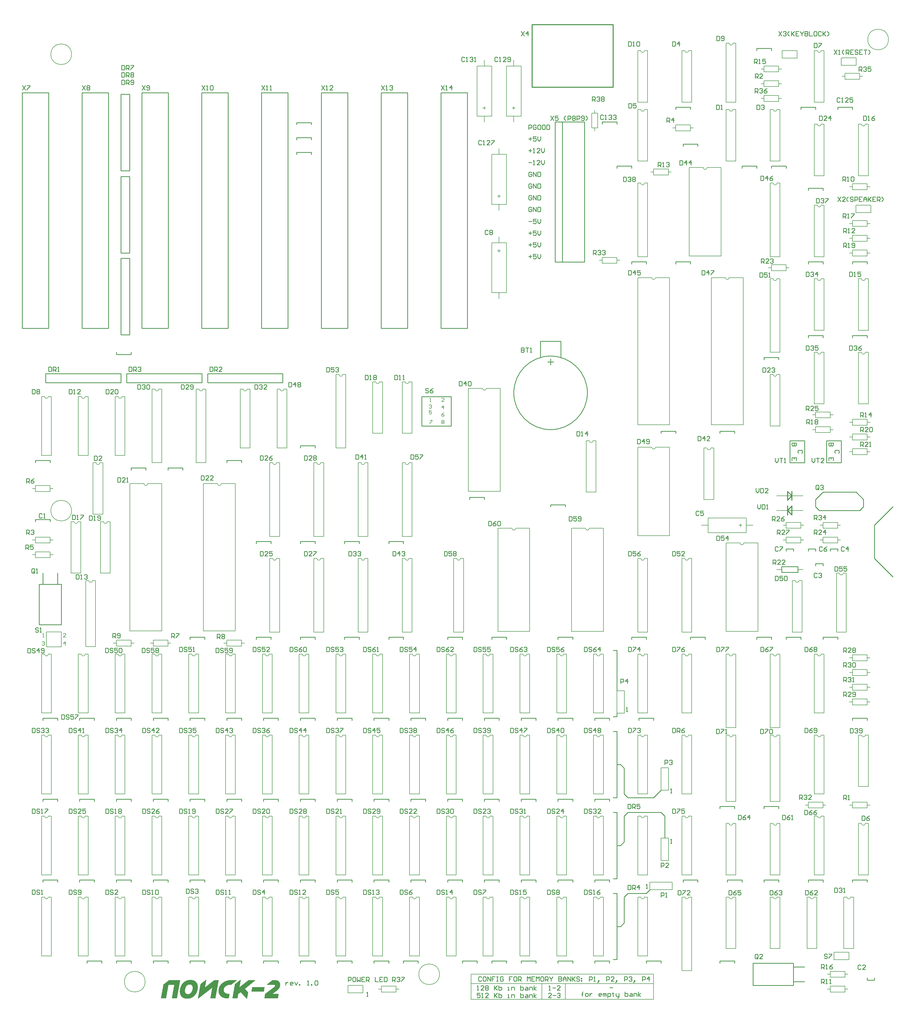
<source format=gto>
G04 Layer_Color=16777215*
%FSLAX23Y23*%
%MOIN*%
G70*
G01*
G75*
%ADD10C,0.010*%
%ADD55C,0.008*%
%ADD56C,0.006*%
%ADD57C,0.001*%
%ADD58C,0.012*%
%ADD59C,0.009*%
%ADD60C,0.008*%
D10*
X7677Y8169D02*
G03*
X7677Y8169I-492J0D01*
G01*
X8022Y3839D02*
X8071D01*
Y3888D01*
Y4183D02*
Y4724D01*
X8022D02*
X8071D01*
Y3199D02*
X8120D01*
X8169Y3150D01*
Y2805D02*
Y3150D01*
Y2805D02*
X8219Y2756D01*
X8563D01*
X8661Y2854D01*
X8022Y3642D02*
X8071D01*
Y2756D02*
Y3642D01*
X8022Y2756D02*
X8071D01*
Y2116D02*
X8120D01*
X8169Y2165D01*
Y2510D01*
X8219Y2559D01*
X8661D01*
X8711Y2510D01*
Y2215D02*
Y2510D01*
X8022Y1673D02*
X8071D01*
Y2559D01*
X8022D02*
X8071D01*
Y1033D02*
X8120D01*
X8169Y1083D01*
Y1427D01*
X8219Y1476D01*
X8465D01*
X8514Y1526D01*
X8022Y591D02*
X8071D01*
Y1476D01*
X8022D02*
X8071D01*
X5718Y9033D02*
Y12183D01*
Y9033D02*
X6072D01*
Y12183D01*
X5718D02*
X6072D01*
X4918Y9033D02*
Y12183D01*
Y9033D02*
X5272D01*
Y12183D01*
X4918D02*
X5272D01*
X4118Y9033D02*
Y12183D01*
Y9033D02*
X4472D01*
Y12183D01*
X4118D02*
X4472D01*
X3318Y9033D02*
Y12183D01*
Y9033D02*
X3672D01*
Y12183D01*
X3318D02*
X3672D01*
X2518Y9033D02*
Y12183D01*
Y9033D02*
X2872D01*
Y12183D01*
X2518D02*
X2872D01*
X1718Y9033D02*
Y12183D01*
Y9033D02*
X2072D01*
Y12183D01*
X1718D02*
X2072D01*
X918Y9033D02*
Y12183D01*
Y9033D02*
X1272D01*
Y12183D01*
X918D02*
X1272D01*
X118Y9033D02*
Y12183D01*
Y9033D02*
X472D01*
Y12183D01*
X118D02*
X472D01*
X10433Y295D02*
X10581D01*
X10433Y492D02*
X10581D01*
X10433Y246D02*
Y541D01*
X9892Y246D02*
X10433D01*
X9892D02*
Y541D01*
X10433D01*
X590Y5610D02*
Y5758D01*
X394Y5610D02*
Y5758D01*
X344Y5610D02*
X640D01*
Y5069D02*
Y5610D01*
X344Y5069D02*
X640D01*
X344D02*
Y5610D01*
X492Y6447D02*
Y6476D01*
X295D02*
X492D01*
X295Y6447D02*
Y6476D01*
X11220Y11959D02*
Y11988D01*
X11024D02*
X11220D01*
X11024Y11959D02*
Y11988D01*
X10276Y5768D02*
Y5846D01*
Y5768D02*
X10492D01*
Y5846D01*
X10276D02*
X10492D01*
X1378Y8681D02*
Y8711D01*
Y8681D02*
X1575D01*
Y8711D01*
X8071Y11762D02*
Y11791D01*
X7874D02*
X8071D01*
X7874Y11762D02*
Y11791D01*
X3986Y11754D02*
Y11783D01*
X3789D02*
X3986D01*
X3789Y11754D02*
Y11783D01*
X3986Y11553D02*
Y11583D01*
X3789D02*
X3986D01*
X3789Y11553D02*
Y11583D01*
X3986Y11356D02*
Y11386D01*
X3789D02*
X3986D01*
X3789Y11356D02*
Y11386D01*
X10728Y11959D02*
Y11988D01*
X10531D02*
X10728D01*
X10531Y11959D02*
Y11988D01*
X9055Y11959D02*
Y11988D01*
X8858D02*
X9055D01*
X8858Y11959D02*
Y11988D01*
X8268Y11171D02*
Y11201D01*
X8071D02*
X8268D01*
X8071Y11171D02*
Y11201D01*
X9153Y11467D02*
Y11496D01*
X8957D02*
X9153D01*
X8957Y11467D02*
Y11496D01*
X9941Y11171D02*
Y11201D01*
X9744D02*
X9941D01*
X9744Y11171D02*
Y11201D01*
X10335Y11171D02*
Y11201D01*
X10138D02*
X10335D01*
X10138Y11171D02*
Y11201D01*
X10827Y10876D02*
Y10906D01*
X10630D02*
X10827D01*
X10630Y10876D02*
Y10906D01*
X11417Y9892D02*
Y9921D01*
X11220D02*
X11417D01*
X11220Y9892D02*
Y9921D01*
X10827Y9892D02*
Y9921D01*
X10630D02*
X10827D01*
X10630Y9892D02*
Y9921D01*
X9055Y9892D02*
Y9921D01*
X8858D02*
X9055D01*
X8858Y9892D02*
Y9921D01*
X8464Y9892D02*
Y9921D01*
X8268D02*
X8464D01*
X8268Y9892D02*
Y9921D01*
X11417Y8907D02*
Y8937D01*
X11220D02*
X11417D01*
X11220Y8907D02*
Y8937D01*
X10827Y8907D02*
Y8937D01*
X10630D02*
X10827D01*
X10630Y8907D02*
Y8937D01*
X10236Y8612D02*
Y8642D01*
X10039D02*
X10236D01*
X10039Y8612D02*
Y8642D01*
X9646Y7628D02*
Y7657D01*
X9449D02*
X9646D01*
X9449Y7628D02*
Y7657D01*
X8858Y7628D02*
Y7657D01*
X8661D02*
X8858D01*
X8661Y7628D02*
Y7657D01*
X4035Y7431D02*
Y7461D01*
X3839D02*
X4035D01*
X3839Y7431D02*
Y7461D01*
X3051Y7234D02*
Y7264D01*
X2854D02*
X3051D01*
X2854Y7234D02*
Y7264D01*
X2264Y7136D02*
Y7165D01*
X2067D02*
X2264D01*
X2067Y7136D02*
Y7165D01*
X1772Y7136D02*
Y7165D01*
X1575D02*
X1772D01*
X1575Y7136D02*
Y7165D01*
X492Y7234D02*
Y7264D01*
X295D02*
X492D01*
X295Y7234D02*
Y7264D01*
X7382Y6644D02*
Y6673D01*
X7185D02*
X7382D01*
X7185Y6644D02*
Y6673D01*
X6299Y6742D02*
Y6772D01*
X6102D02*
X6299D01*
X6102Y6742D02*
Y6772D01*
X5216Y6152D02*
Y6181D01*
X5020D02*
X5216D01*
X5020Y6152D02*
Y6181D01*
X4626Y6152D02*
Y6181D01*
X4429D02*
X4626D01*
X4429Y6152D02*
Y6181D01*
X4035Y6152D02*
Y6181D01*
X3839D02*
X4035D01*
X3839Y6152D02*
Y6181D01*
X3445Y6152D02*
Y6181D01*
X3248D02*
X3445D01*
X3248Y6152D02*
Y6181D01*
X11024Y4872D02*
Y4902D01*
X10827D02*
X11024D01*
X10827Y4872D02*
Y4902D01*
X10531Y4872D02*
Y4902D01*
X10335D02*
X10531D01*
X10335Y4872D02*
Y4902D01*
X10138Y4872D02*
Y4902D01*
X9941D02*
X10138D01*
X9941Y4872D02*
Y4902D01*
X9252Y4872D02*
Y4902D01*
X9055D02*
X9252D01*
X9055Y4872D02*
Y4902D01*
X8464Y4872D02*
Y4902D01*
X8268D02*
X8464D01*
X8268Y4872D02*
Y4902D01*
X7480Y4872D02*
Y4902D01*
X7283D02*
X7480D01*
X7283Y4872D02*
Y4902D01*
X6594Y4872D02*
Y4902D01*
X6398D02*
X6594D01*
X6398Y4872D02*
Y4902D01*
X6004Y4872D02*
Y4902D01*
X5807D02*
X6004D01*
X5807Y4872D02*
Y4902D01*
X5216Y4872D02*
Y4902D01*
X5020D02*
X5216D01*
X5020Y4872D02*
Y4902D01*
X4626Y4872D02*
Y4902D01*
X4429D02*
X4626D01*
X4429Y4872D02*
Y4902D01*
X4035Y4872D02*
Y4902D01*
X3839D02*
X4035D01*
X3839Y4872D02*
Y4902D01*
X3445Y4872D02*
Y4902D01*
X3248D02*
X3445D01*
X3248Y4872D02*
Y4902D01*
X2559Y4872D02*
Y4902D01*
X2362D02*
X2559D01*
X2362Y4872D02*
Y4902D01*
X10138Y12746D02*
Y12776D01*
X9941D02*
X10138D01*
X9941Y12746D02*
Y12776D01*
X11417Y3789D02*
Y3819D01*
X11220D02*
X11417D01*
X11220Y3789D02*
Y3819D01*
X8563Y3789D02*
Y3819D01*
X8366D02*
X8563D01*
X8366Y3789D02*
Y3819D01*
X10236Y2608D02*
Y2638D01*
X10039D02*
X10236D01*
X10039Y2608D02*
Y2638D01*
X9646Y2608D02*
Y2638D01*
X9449D02*
X9646D01*
X9449Y2608D02*
Y2638D01*
X11417Y1624D02*
Y1654D01*
X11220D02*
X11417D01*
X11220Y1624D02*
Y1654D01*
X10827Y1624D02*
Y1654D01*
X10630D02*
X10827D01*
X10630Y1624D02*
Y1654D01*
X10236Y1624D02*
Y1654D01*
X10039D02*
X10236D01*
X10039Y1624D02*
Y1654D01*
X9744Y1624D02*
Y1654D01*
X9547D02*
X9744D01*
X9547Y1624D02*
Y1654D01*
X9153Y1624D02*
Y1654D01*
X8957D02*
X9153D01*
X8957Y1624D02*
Y1654D01*
X9646Y541D02*
Y571D01*
X9449D02*
X9646D01*
X9449Y541D02*
Y571D01*
X8661Y541D02*
Y571D01*
X8464D02*
X8661D01*
X8464Y541D02*
Y571D01*
X7972Y3789D02*
Y3819D01*
X7776D02*
X7972D01*
X7776Y3789D02*
Y3819D01*
X7480Y3789D02*
Y3819D01*
X7283D02*
X7480D01*
X7283Y3789D02*
Y3819D01*
X6988Y3789D02*
Y3819D01*
X6791D02*
X6988D01*
X6791Y3789D02*
Y3819D01*
X6496Y3789D02*
Y3819D01*
X6299D02*
X6496D01*
X6299Y3789D02*
Y3819D01*
X6004Y3789D02*
Y3819D01*
X5807D02*
X6004D01*
X5807Y3789D02*
Y3819D01*
X5512Y3789D02*
Y3819D01*
X5315D02*
X5512D01*
X5315Y3789D02*
Y3819D01*
X5020Y3789D02*
Y3819D01*
X4823D02*
X5020D01*
X4823Y3789D02*
Y3819D01*
X4527Y3789D02*
Y3819D01*
X4331D02*
X4527D01*
X4331Y3789D02*
Y3819D01*
X4035Y3789D02*
Y3819D01*
X3839D02*
X4035D01*
X3839Y3789D02*
Y3819D01*
X3543Y3789D02*
Y3819D01*
X3346D02*
X3543D01*
X3346Y3789D02*
Y3819D01*
X3051Y3789D02*
Y3819D01*
X2854D02*
X3051D01*
X2854Y3789D02*
Y3819D01*
X2559Y3789D02*
Y3819D01*
X2362D02*
X2559D01*
X2362Y3789D02*
Y3819D01*
X2067Y3789D02*
Y3819D01*
X1870D02*
X2067D01*
X1870Y3789D02*
Y3819D01*
X1575Y3789D02*
Y3819D01*
X1378D02*
X1575D01*
X1378Y3789D02*
Y3819D01*
X1083Y3789D02*
Y3819D01*
X886D02*
X1083D01*
X886Y3789D02*
Y3819D01*
X590Y3789D02*
Y3819D01*
X394D02*
X590D01*
X394Y3789D02*
Y3819D01*
X7972Y2707D02*
Y2736D01*
X7776D02*
X7972D01*
X7776Y2707D02*
Y2736D01*
X7480Y2707D02*
Y2736D01*
X7283D02*
X7480D01*
X7283Y2707D02*
Y2736D01*
X6988Y2707D02*
Y2736D01*
X6791D02*
X6988D01*
X6791Y2707D02*
Y2736D01*
X6496Y2707D02*
Y2736D01*
X6299D02*
X6496D01*
X6299Y2707D02*
Y2736D01*
X6004Y2707D02*
Y2736D01*
X5807D02*
X6004D01*
X5807Y2707D02*
Y2736D01*
X5512Y2707D02*
Y2736D01*
X5315D02*
X5512D01*
X5315Y2707D02*
Y2736D01*
X5020Y2707D02*
Y2736D01*
X4823D02*
X5020D01*
X4823Y2707D02*
Y2736D01*
X4527Y2707D02*
Y2736D01*
X4331D02*
X4527D01*
X4331Y2707D02*
Y2736D01*
X4035Y2707D02*
Y2736D01*
X3839D02*
X4035D01*
X3839Y2707D02*
Y2736D01*
X3543Y2707D02*
Y2736D01*
X3346D02*
X3543D01*
X3346Y2707D02*
Y2736D01*
X3051Y2707D02*
Y2736D01*
X2854D02*
X3051D01*
X2854Y2707D02*
Y2736D01*
X2559Y2707D02*
Y2736D01*
X2362D02*
X2559D01*
X2362Y2707D02*
Y2736D01*
X2067Y2707D02*
Y2736D01*
X1870D02*
X2067D01*
X1870Y2707D02*
Y2736D01*
X1575Y2707D02*
Y2736D01*
X1378D02*
X1575D01*
X1378Y2707D02*
Y2736D01*
X1083Y2707D02*
Y2736D01*
X886D02*
X1083D01*
X886Y2707D02*
Y2736D01*
X590Y2707D02*
Y2736D01*
X394D02*
X590D01*
X394Y2707D02*
Y2736D01*
X7972Y1624D02*
Y1654D01*
X7776D02*
X7972D01*
X7776Y1624D02*
Y1654D01*
X7480Y1624D02*
Y1654D01*
X7283D02*
X7480D01*
X7283Y1624D02*
Y1654D01*
X6988Y1624D02*
Y1654D01*
X6791D02*
X6988D01*
X6791Y1624D02*
Y1654D01*
X6496Y1624D02*
Y1654D01*
X6299D02*
X6496D01*
X6299Y1624D02*
Y1654D01*
X6004Y1624D02*
Y1654D01*
X5807D02*
X6004D01*
X5807Y1624D02*
Y1654D01*
X5512Y1624D02*
Y1654D01*
X5315D02*
X5512D01*
X5315Y1624D02*
Y1654D01*
X5020Y1624D02*
Y1654D01*
X4823D02*
X5020D01*
X4823Y1624D02*
Y1654D01*
X4527Y1624D02*
Y1654D01*
X4331D02*
X4527D01*
X4331Y1624D02*
Y1654D01*
X4035Y1624D02*
Y1654D01*
X3839D02*
X4035D01*
X3839Y1624D02*
Y1654D01*
X3543Y1624D02*
Y1654D01*
X3346D02*
X3543D01*
X3346Y1624D02*
Y1654D01*
X3051Y1624D02*
Y1654D01*
X2854D02*
X3051D01*
X2854Y1624D02*
Y1654D01*
X2559Y1624D02*
Y1654D01*
X2362D02*
X2559D01*
X2362Y1624D02*
Y1654D01*
X2067Y1624D02*
Y1654D01*
X1870D02*
X2067D01*
X1870Y1624D02*
Y1654D01*
X1575Y1624D02*
Y1654D01*
X1378D02*
X1575D01*
X1378Y1624D02*
Y1654D01*
X1083Y1624D02*
Y1654D01*
X886D02*
X1083D01*
X886Y1624D02*
Y1654D01*
X590Y1624D02*
Y1654D01*
X394D02*
X590D01*
X394Y1624D02*
Y1654D01*
X7972Y541D02*
Y571D01*
X7776D02*
X7972D01*
X7776Y541D02*
Y571D01*
X7480Y541D02*
Y571D01*
X7283D02*
X7480D01*
X7283Y541D02*
Y571D01*
X6988Y541D02*
Y571D01*
X6791D02*
X6988D01*
X6791Y541D02*
Y571D01*
X6594Y541D02*
Y571D01*
X6398D02*
X6594D01*
X6398Y541D02*
Y571D01*
X6201Y541D02*
Y571D01*
X6004D02*
X6201D01*
X6004Y541D02*
Y571D01*
X5413Y541D02*
Y571D01*
X5216D02*
X5413D01*
X5216Y541D02*
Y571D01*
X5020Y541D02*
Y571D01*
X4823D02*
X5020D01*
X4823Y541D02*
Y571D01*
X4527Y541D02*
Y571D01*
X4331D02*
X4527D01*
X4331Y541D02*
Y571D01*
X4035Y541D02*
Y571D01*
X3839D02*
X4035D01*
X3839Y541D02*
Y571D01*
X3543Y541D02*
Y571D01*
X3346D02*
X3543D01*
X3346Y541D02*
Y571D01*
X3051Y541D02*
Y571D01*
X2854D02*
X3051D01*
X2854Y541D02*
Y571D01*
X2559Y541D02*
Y571D01*
X2362D02*
X2559D01*
X2362Y541D02*
Y571D01*
X2067Y541D02*
Y571D01*
X1870D02*
X2067D01*
X1870Y541D02*
Y571D01*
X1575Y541D02*
Y571D01*
X1378D02*
X1575D01*
X1378Y541D02*
Y571D01*
X1181Y541D02*
Y571D01*
X984D02*
X1181D01*
X984Y541D02*
Y571D01*
X3602Y8307D02*
Y8425D01*
X2598Y8307D02*
X3602D01*
X2598D02*
Y8425D01*
X3602D01*
X1516Y8307D02*
Y8425D01*
X2520D01*
Y8307D02*
Y8425D01*
X1516Y8307D02*
X2520D01*
X433D02*
Y8425D01*
X1437D01*
Y8307D02*
Y8425D01*
X433Y8307D02*
X1437D01*
X1438Y11140D02*
Y12163D01*
Y11140D02*
X1556D01*
Y12163D01*
X1438D02*
X1556D01*
X1556Y8946D02*
Y9969D01*
X1438D02*
X1556D01*
X1438Y8946D02*
Y9969D01*
Y8946D02*
X1556D01*
X1438Y10040D02*
Y11063D01*
Y10040D02*
X1556D01*
Y11063D01*
X1438D02*
X1556D01*
X11073Y7234D02*
Y7530D01*
X10876Y7234D02*
X11073D01*
X10876D02*
Y7530D01*
X11073D01*
X10581Y7234D02*
Y7530D01*
X10384Y7234D02*
X10581D01*
X10384D02*
Y7530D01*
X10581D01*
X11368Y6644D02*
Y6742D01*
X11319Y6594D02*
X11368Y6644D01*
X10777Y6594D02*
X11319D01*
X10728Y6644D02*
X10777Y6594D01*
X10728Y6644D02*
Y6742D01*
X10827Y6841D01*
X11270D01*
X11368Y6742D01*
X5463Y8120D02*
X5856D01*
Y7726D02*
Y8120D01*
X5463Y7726D02*
X5856D01*
X5463D02*
Y8120D01*
X11516Y315D02*
Y344D01*
X11417Y315D02*
X11516D01*
X11417D02*
Y344D01*
X10728Y5856D02*
Y5886D01*
X10827D01*
Y5856D02*
Y5886D01*
X10925Y6053D02*
Y6083D01*
X11024D01*
Y6053D02*
Y6083D01*
X10630Y6053D02*
Y6083D01*
X10728D01*
Y6053D02*
Y6083D01*
X10335Y6053D02*
Y6083D01*
X10433D01*
Y6053D02*
Y6083D01*
X11516Y5955D02*
X11762Y5709D01*
X11516Y5955D02*
Y6398D01*
X11762Y6644D01*
X7342Y9920D02*
Y11791D01*
X7246Y9920D02*
Y11791D01*
Y9920D02*
X7638D01*
Y11791D01*
X7246D02*
X7638D01*
X7146Y8583D02*
X7224D01*
X7185Y8543D02*
Y8622D01*
X7047Y8858D02*
X7323D01*
X7047Y8642D02*
Y8858D01*
X7323Y8642D02*
Y8858D01*
X7742Y12070D02*
Y12130D01*
X7772D01*
X7782Y12120D01*
Y12100D01*
X7772Y12090D01*
X7742D01*
X7762D02*
X7782Y12070D01*
X7802Y12120D02*
X7812Y12130D01*
X7832D01*
X7842Y12120D01*
Y12110D01*
X7832Y12100D01*
X7822D01*
X7832D01*
X7842Y12090D01*
Y12080D01*
X7832Y12070D01*
X7812D01*
X7802Y12080D01*
X7862Y12120D02*
X7872Y12130D01*
X7892D01*
X7902Y12120D01*
Y12110D01*
X7892Y12100D01*
X7902Y12090D01*
Y12080D01*
X7892Y12070D01*
X7872D01*
X7862Y12080D01*
Y12090D01*
X7872Y12100D01*
X7862Y12110D01*
Y12120D01*
X7872Y12100D02*
X7892D01*
X7890Y11876D02*
X7880Y11886D01*
X7860D01*
X7850Y11876D01*
Y11836D01*
X7860Y11826D01*
X7880D01*
X7890Y11836D01*
X7910Y11826D02*
X7930D01*
X7920D01*
Y11886D01*
X7910Y11876D01*
X7960D02*
X7970Y11886D01*
X7990D01*
X8000Y11876D01*
Y11866D01*
X7990Y11856D01*
X7980D01*
X7990D01*
X8000Y11846D01*
Y11836D01*
X7990Y11826D01*
X7970D01*
X7960Y11836D01*
X8020Y11876D02*
X8030Y11886D01*
X8050D01*
X8060Y11876D01*
Y11866D01*
X8050Y11856D01*
X8040D01*
X8050D01*
X8060Y11846D01*
Y11836D01*
X8050Y11826D01*
X8030D01*
X8020Y11836D01*
X9957Y612D02*
Y652D01*
X9947Y662D01*
X9927D01*
X9917Y652D01*
Y612D01*
X9927Y602D01*
X9947D01*
X9937Y622D02*
X9957Y602D01*
X9947D02*
X9957Y612D01*
X10017Y602D02*
X9977D01*
X10017Y642D01*
Y652D01*
X10007Y662D01*
X9987D01*
X9977Y652D01*
X1447Y12353D02*
Y12293D01*
X1477D01*
X1487Y12303D01*
Y12343D01*
X1477Y12353D01*
X1447D01*
X1507Y12293D02*
Y12353D01*
X1537D01*
X1547Y12343D01*
Y12323D01*
X1537Y12313D01*
X1507D01*
X1527D02*
X1547Y12293D01*
X1567Y12303D02*
X1577Y12293D01*
X1597D01*
X1607Y12303D01*
Y12343D01*
X1597Y12353D01*
X1577D01*
X1567Y12343D01*
Y12333D01*
X1577Y12323D01*
X1607D01*
X1447Y12452D02*
Y12392D01*
X1477D01*
X1487Y12402D01*
Y12442D01*
X1477Y12452D01*
X1447D01*
X1507Y12392D02*
Y12452D01*
X1537D01*
X1547Y12442D01*
Y12422D01*
X1537Y12412D01*
X1507D01*
X1527D02*
X1547Y12392D01*
X1567Y12442D02*
X1577Y12452D01*
X1597D01*
X1607Y12442D01*
Y12432D01*
X1597Y12422D01*
X1607Y12412D01*
Y12402D01*
X1597Y12392D01*
X1577D01*
X1567Y12402D01*
Y12412D01*
X1577Y12422D01*
X1567Y12432D01*
Y12442D01*
X1577Y12422D02*
X1597D01*
X1447Y12550D02*
Y12490D01*
X1477D01*
X1487Y12500D01*
Y12540D01*
X1477Y12550D01*
X1447D01*
X1507Y12490D02*
Y12550D01*
X1537D01*
X1547Y12540D01*
Y12520D01*
X1537Y12510D01*
X1507D01*
X1527D02*
X1547Y12490D01*
X1567Y12550D02*
X1607D01*
Y12540D01*
X1567Y12500D01*
Y12490D01*
X1545Y8515D02*
Y8455D01*
X1575D01*
X1585Y8465D01*
Y8505D01*
X1575Y8515D01*
X1545D01*
X1605Y8455D02*
Y8515D01*
X1635D01*
X1645Y8505D01*
Y8485D01*
X1635Y8475D01*
X1605D01*
X1625D02*
X1645Y8455D01*
X1665Y8505D02*
X1675Y8515D01*
X1695D01*
X1705Y8505D01*
Y8495D01*
X1695Y8485D01*
X1685D01*
X1695D01*
X1705Y8475D01*
Y8465D01*
X1695Y8455D01*
X1675D01*
X1665Y8465D01*
X2628Y8515D02*
Y8455D01*
X2658D01*
X2668Y8465D01*
Y8505D01*
X2658Y8515D01*
X2628D01*
X2688Y8455D02*
Y8515D01*
X2718D01*
X2728Y8505D01*
Y8485D01*
X2718Y8475D01*
X2688D01*
X2708D02*
X2728Y8455D01*
X2788D02*
X2748D01*
X2788Y8495D01*
Y8505D01*
X2778Y8515D01*
X2758D01*
X2748Y8505D01*
X472Y8515D02*
Y8455D01*
X502D01*
X512Y8465D01*
Y8505D01*
X502Y8515D01*
X472D01*
X532Y8455D02*
Y8515D01*
X562D01*
X572Y8505D01*
Y8485D01*
X562Y8475D01*
X532D01*
X552D02*
X572Y8455D01*
X592D02*
X612D01*
X602D01*
Y8515D01*
X592Y8505D01*
X7185Y11871D02*
X7225Y11811D01*
Y11871D02*
X7185Y11811D01*
X7285Y11871D02*
X7245D01*
Y11841D01*
X7265Y11851D01*
X7275D01*
X7285Y11841D01*
Y11821D01*
X7275Y11811D01*
X7255D01*
X7245Y11821D01*
X7385Y11811D02*
X7365Y11831D01*
Y11851D01*
X7385Y11871D01*
X7415Y11811D02*
Y11871D01*
X7445D01*
X7455Y11861D01*
Y11841D01*
X7445Y11831D01*
X7415D01*
X7475Y11861D02*
X7485Y11871D01*
X7505D01*
X7515Y11861D01*
Y11851D01*
X7505Y11841D01*
X7515Y11831D01*
Y11821D01*
X7505Y11811D01*
X7485D01*
X7475Y11821D01*
Y11831D01*
X7485Y11841D01*
X7475Y11851D01*
Y11861D01*
X7485Y11841D02*
X7505D01*
X7535Y11811D02*
Y11871D01*
X7565D01*
X7575Y11861D01*
Y11841D01*
X7565Y11831D01*
X7535D01*
X7595Y11821D02*
X7605Y11811D01*
X7625D01*
X7635Y11821D01*
Y11861D01*
X7625Y11871D01*
X7605D01*
X7595Y11861D01*
Y11851D01*
X7605Y11841D01*
X7635D01*
X7655Y11811D02*
X7675Y11831D01*
Y11851D01*
X7655Y11871D01*
X10773Y6886D02*
Y6926D01*
X10763Y6936D01*
X10743D01*
X10733Y6926D01*
Y6886D01*
X10743Y6876D01*
X10763D01*
X10753Y6896D02*
X10773Y6876D01*
X10763D02*
X10773Y6886D01*
X10793Y6926D02*
X10803Y6936D01*
X10823D01*
X10833Y6926D01*
Y6916D01*
X10823Y6906D01*
X10813D01*
X10823D01*
X10833Y6896D01*
Y6886D01*
X10823Y6876D01*
X10803D01*
X10793Y6886D01*
X286Y5768D02*
Y5808D01*
X276Y5818D01*
X256D01*
X246Y5808D01*
Y5768D01*
X256Y5758D01*
X276D01*
X266Y5778D02*
X286Y5758D01*
X276D02*
X286Y5768D01*
X306Y5758D02*
X326D01*
X316D01*
Y5818D01*
X306Y5808D01*
X6791Y8771D02*
Y8711D01*
X6821D01*
X6831Y8721D01*
Y8731D01*
X6821Y8741D01*
X6791D01*
X6821D01*
X6831Y8751D01*
Y8761D01*
X6821Y8771D01*
X6791D01*
X6851D02*
X6891D01*
X6871D01*
Y8711D01*
X6911D02*
X6931D01*
X6921D01*
Y8771D01*
X6911Y8761D01*
X384Y6546D02*
X374Y6556D01*
X354D01*
X344Y6546D01*
Y6506D01*
X354Y6496D01*
X374D01*
X384Y6506D01*
X404Y6496D02*
X424D01*
X414D01*
Y6556D01*
X404Y6546D01*
X11335Y508D02*
X11325Y518D01*
X11305D01*
X11295Y508D01*
Y468D01*
X11305Y458D01*
X11325D01*
X11335Y468D01*
X11395Y458D02*
X11355D01*
X11395Y498D01*
Y508D01*
X11385Y518D01*
X11365D01*
X11355Y508D01*
X10749Y5749D02*
X10739Y5759D01*
X10719D01*
X10709Y5749D01*
Y5709D01*
X10719Y5699D01*
X10739D01*
X10749Y5709D01*
X10769Y5749D02*
X10779Y5759D01*
X10799D01*
X10809Y5749D01*
Y5739D01*
X10799Y5729D01*
X10789D01*
X10799D01*
X10809Y5719D01*
Y5709D01*
X10799Y5699D01*
X10779D01*
X10769Y5709D01*
X11113Y6103D02*
X11103Y6113D01*
X11083D01*
X11073Y6103D01*
Y6063D01*
X11083Y6053D01*
X11103D01*
X11113Y6063D01*
X11163Y6053D02*
Y6113D01*
X11133Y6083D01*
X11173D01*
X9169Y6580D02*
X9159Y6590D01*
X9139D01*
X9129Y6580D01*
Y6540D01*
X9139Y6530D01*
X9159D01*
X9169Y6540D01*
X9229Y6590D02*
X9189D01*
Y6560D01*
X9209Y6570D01*
X9219D01*
X9229Y6560D01*
Y6540D01*
X9219Y6530D01*
X9199D01*
X9189Y6540D01*
X10818Y6103D02*
X10808Y6113D01*
X10788D01*
X10778Y6103D01*
Y6063D01*
X10788Y6053D01*
X10808D01*
X10818Y6063D01*
X10878Y6113D02*
X10858Y6103D01*
X10838Y6083D01*
Y6063D01*
X10848Y6053D01*
X10868D01*
X10878Y6063D01*
Y6073D01*
X10868Y6083D01*
X10838D01*
X10227Y6103D02*
X10217Y6113D01*
X10197D01*
X10187Y6103D01*
Y6063D01*
X10197Y6053D01*
X10217D01*
X10227Y6063D01*
X10247Y6113D02*
X10287D01*
Y6103D01*
X10247Y6063D01*
Y6053D01*
X6349Y10335D02*
X6339Y10345D01*
X6319D01*
X6309Y10335D01*
Y10295D01*
X6319Y10285D01*
X6339D01*
X6349Y10295D01*
X6369Y10335D02*
X6379Y10345D01*
X6399D01*
X6409Y10335D01*
Y10325D01*
X6399Y10315D01*
X6409Y10305D01*
Y10295D01*
X6399Y10285D01*
X6379D01*
X6369Y10295D01*
Y10305D01*
X6379Y10315D01*
X6369Y10325D01*
Y10335D01*
X6379Y10315D02*
X6399D01*
X11054Y12107D02*
X11044Y12117D01*
X11024D01*
X11014Y12107D01*
Y12067D01*
X11024Y12057D01*
X11044D01*
X11054Y12067D01*
X11074Y12057D02*
X11094D01*
X11084D01*
Y12117D01*
X11074Y12107D01*
X11164Y12057D02*
X11124D01*
X11164Y12097D01*
Y12107D01*
X11154Y12117D01*
X11134D01*
X11124Y12107D01*
X11224Y12117D02*
X11184D01*
Y12087D01*
X11204Y12097D01*
X11214D01*
X11224Y12087D01*
Y12067D01*
X11214Y12057D01*
X11194D01*
X11184Y12067D01*
X6260Y11536D02*
X6250Y11546D01*
X6230D01*
X6220Y11536D01*
Y11496D01*
X6230Y11486D01*
X6250D01*
X6260Y11496D01*
X6280Y11486D02*
X6300D01*
X6290D01*
Y11546D01*
X6280Y11536D01*
X6370Y11486D02*
X6330D01*
X6370Y11526D01*
Y11536D01*
X6360Y11546D01*
X6340D01*
X6330Y11536D01*
X6390Y11546D02*
X6430D01*
Y11536D01*
X6390Y11496D01*
Y11486D01*
X6477Y12648D02*
X6467Y12658D01*
X6447D01*
X6437Y12648D01*
Y12608D01*
X6447Y12598D01*
X6467D01*
X6477Y12608D01*
X6497Y12598D02*
X6517D01*
X6507D01*
Y12658D01*
X6497Y12648D01*
X6587Y12598D02*
X6547D01*
X6587Y12638D01*
Y12648D01*
X6577Y12658D01*
X6557D01*
X6547Y12648D01*
X6607Y12608D02*
X6617Y12598D01*
X6637D01*
X6647Y12608D01*
Y12648D01*
X6637Y12658D01*
X6617D01*
X6607Y12648D01*
Y12638D01*
X6617Y12628D01*
X6647D01*
X6034Y12648D02*
X6024Y12658D01*
X6004D01*
X5994Y12648D01*
Y12608D01*
X6004Y12598D01*
X6024D01*
X6034Y12608D01*
X6054Y12598D02*
X6074D01*
X6064D01*
Y12658D01*
X6054Y12648D01*
X6104D02*
X6114Y12658D01*
X6134D01*
X6144Y12648D01*
Y12638D01*
X6134Y12628D01*
X6124D01*
X6134D01*
X6144Y12618D01*
Y12608D01*
X6134Y12598D01*
X6114D01*
X6104Y12608D01*
X6164Y12598D02*
X6184D01*
X6174D01*
Y12658D01*
X6164Y12648D01*
X9400Y12019D02*
Y11959D01*
X9430D01*
X9440Y11969D01*
Y12009D01*
X9430Y12019D01*
X9400D01*
X9460Y11959D02*
X9480D01*
X9470D01*
Y12019D01*
X9460Y12009D01*
X1083Y7324D02*
Y7264D01*
X1113D01*
X1123Y7274D01*
Y7314D01*
X1113Y7324D01*
X1083D01*
X1183Y7264D02*
X1143D01*
X1183Y7304D01*
Y7314D01*
X1173Y7324D01*
X1153D01*
X1143Y7314D01*
X9941Y12019D02*
Y11959D01*
X9971D01*
X9981Y11969D01*
Y12009D01*
X9971Y12019D01*
X9941D01*
X10001Y12009D02*
X10011Y12019D01*
X10031D01*
X10041Y12009D01*
Y11999D01*
X10031Y11989D01*
X10021D01*
X10031D01*
X10041Y11979D01*
Y11969D01*
X10031Y11959D01*
X10011D01*
X10001Y11969D01*
X8815Y12867D02*
Y12807D01*
X8845D01*
X8855Y12817D01*
Y12857D01*
X8845Y12867D01*
X8815D01*
X8905Y12807D02*
Y12867D01*
X8875Y12837D01*
X8915D01*
X8228Y12038D02*
Y11978D01*
X8258D01*
X8268Y11988D01*
Y12028D01*
X8258Y12038D01*
X8228D01*
X8328D02*
X8288D01*
Y12008D01*
X8308Y12018D01*
X8318D01*
X8328Y12008D01*
Y11988D01*
X8318Y11978D01*
X8298D01*
X8288Y11988D01*
X11348Y2511D02*
Y2451D01*
X11378D01*
X11388Y2461D01*
Y2501D01*
X11378Y2511D01*
X11348D01*
X11448D02*
X11428Y2501D01*
X11408Y2481D01*
Y2461D01*
X11418Y2451D01*
X11438D01*
X11448Y2461D01*
Y2471D01*
X11438Y2481D01*
X11408D01*
X10709Y12845D02*
Y12785D01*
X10739D01*
X10749Y12795D01*
Y12835D01*
X10739Y12845D01*
X10709D01*
X10769D02*
X10809D01*
Y12835D01*
X10769Y12795D01*
Y12785D01*
X252Y8214D02*
Y8154D01*
X282D01*
X292Y8164D01*
Y8204D01*
X282Y8214D01*
X252D01*
X312Y8204D02*
X322Y8214D01*
X342D01*
X352Y8204D01*
Y8194D01*
X342Y8184D01*
X352Y8174D01*
Y8164D01*
X342Y8154D01*
X322D01*
X312Y8164D01*
Y8174D01*
X322Y8184D01*
X312Y8194D01*
Y8204D01*
X322Y8184D02*
X342D01*
X9405Y12939D02*
Y12879D01*
X9435D01*
X9445Y12889D01*
Y12929D01*
X9435Y12939D01*
X9405D01*
X9465Y12889D02*
X9475Y12879D01*
X9495D01*
X9505Y12889D01*
Y12929D01*
X9495Y12939D01*
X9475D01*
X9465Y12929D01*
Y12919D01*
X9475Y12909D01*
X9505D01*
X8224Y12867D02*
Y12807D01*
X8254D01*
X8264Y12817D01*
Y12857D01*
X8254Y12867D01*
X8224D01*
X8284Y12807D02*
X8304D01*
X8294D01*
Y12867D01*
X8284Y12857D01*
X8334D02*
X8344Y12867D01*
X8364D01*
X8374Y12857D01*
Y12817D01*
X8364Y12807D01*
X8344D01*
X8334Y12817D01*
Y12857D01*
X5098Y8406D02*
Y8346D01*
X5128D01*
X5138Y8356D01*
Y8396D01*
X5128Y8406D01*
X5098D01*
X5158Y8346D02*
X5178D01*
X5168D01*
Y8406D01*
X5158Y8396D01*
X5208Y8346D02*
X5228D01*
X5218D01*
Y8406D01*
X5208Y8396D01*
X744Y8214D02*
Y8154D01*
X774D01*
X784Y8164D01*
Y8204D01*
X774Y8214D01*
X744D01*
X804Y8154D02*
X824D01*
X814D01*
Y8214D01*
X804Y8204D01*
X894Y8154D02*
X854D01*
X894Y8194D01*
Y8204D01*
X884Y8214D01*
X864D01*
X854Y8204D01*
X837Y5739D02*
Y5679D01*
X867D01*
X877Y5689D01*
Y5729D01*
X867Y5739D01*
X837D01*
X897Y5679D02*
X917D01*
X907D01*
Y5739D01*
X897Y5729D01*
X947D02*
X957Y5739D01*
X977D01*
X987Y5729D01*
Y5719D01*
X977Y5709D01*
X967D01*
X977D01*
X987Y5699D01*
Y5689D01*
X977Y5679D01*
X957D01*
X947Y5689D01*
X7535Y7651D02*
Y7591D01*
X7565D01*
X7575Y7601D01*
Y7641D01*
X7565Y7651D01*
X7535D01*
X7595Y7591D02*
X7615D01*
X7605D01*
Y7651D01*
X7595Y7641D01*
X7675Y7591D02*
Y7651D01*
X7645Y7621D01*
X7685D01*
X11181Y9784D02*
Y9724D01*
X11211D01*
X11221Y9734D01*
Y9774D01*
X11211Y9784D01*
X11181D01*
X11241Y9724D02*
X11261D01*
X11251D01*
Y9784D01*
X11241Y9774D01*
X11331Y9784D02*
X11291D01*
Y9754D01*
X11311Y9764D01*
X11321D01*
X11331Y9754D01*
Y9734D01*
X11321Y9724D01*
X11301D01*
X11291Y9734D01*
X11368Y11871D02*
Y11811D01*
X11398D01*
X11408Y11821D01*
Y11861D01*
X11398Y11871D01*
X11368D01*
X11428Y11811D02*
X11448D01*
X11438D01*
Y11871D01*
X11428Y11861D01*
X11518Y11871D02*
X11498Y11861D01*
X11478Y11841D01*
Y11821D01*
X11488Y11811D01*
X11508D01*
X11518Y11821D01*
Y11831D01*
X11508Y11841D01*
X11478D01*
X787Y6536D02*
Y6476D01*
X817D01*
X827Y6486D01*
Y6526D01*
X817Y6536D01*
X787D01*
X847Y6476D02*
X867D01*
X857D01*
Y6536D01*
X847Y6526D01*
X897Y6536D02*
X937D01*
Y6526D01*
X897Y6486D01*
Y6476D01*
X4705Y8406D02*
Y8346D01*
X4735D01*
X4745Y8356D01*
Y8396D01*
X4735Y8406D01*
X4705D01*
X4765Y8346D02*
X4785D01*
X4775D01*
Y8406D01*
X4765Y8396D01*
X4815D02*
X4825Y8406D01*
X4845D01*
X4855Y8396D01*
Y8386D01*
X4845Y8376D01*
X4855Y8366D01*
Y8356D01*
X4845Y8346D01*
X4825D01*
X4815Y8356D01*
Y8366D01*
X4825Y8376D01*
X4815Y8386D01*
Y8396D01*
X4825Y8376D02*
X4845D01*
X1014Y6527D02*
Y6467D01*
X1044D01*
X1054Y6477D01*
Y6517D01*
X1044Y6527D01*
X1014D01*
X1074Y6467D02*
X1094D01*
X1084D01*
Y6527D01*
X1074Y6517D01*
X1124Y6477D02*
X1134Y6467D01*
X1154D01*
X1164Y6477D01*
Y6517D01*
X1154Y6527D01*
X1134D01*
X1124Y6517D01*
Y6507D01*
X1134Y6497D01*
X1164D01*
X1237Y8214D02*
Y8154D01*
X1267D01*
X1277Y8164D01*
Y8204D01*
X1267Y8214D01*
X1237D01*
X1337Y8154D02*
X1297D01*
X1337Y8194D01*
Y8204D01*
X1327Y8214D01*
X1307D01*
X1297Y8204D01*
X1357D02*
X1367Y8214D01*
X1387D01*
X1397Y8204D01*
Y8164D01*
X1387Y8154D01*
X1367D01*
X1357Y8164D01*
Y8204D01*
X1395Y7035D02*
Y6975D01*
X1425D01*
X1435Y6985D01*
Y7025D01*
X1425Y7035D01*
X1395D01*
X1495Y6975D02*
X1455D01*
X1495Y7015D01*
Y7025D01*
X1485Y7035D01*
X1465D01*
X1455Y7025D01*
X1515Y6975D02*
X1535D01*
X1525D01*
Y7035D01*
X1515Y7025D01*
X2510Y7063D02*
Y7003D01*
X2540D01*
X2550Y7013D01*
Y7053D01*
X2540Y7063D01*
X2510D01*
X2610Y7003D02*
X2570D01*
X2610Y7043D01*
Y7053D01*
X2600Y7063D01*
X2580D01*
X2570Y7053D01*
X2670Y7003D02*
X2630D01*
X2670Y7043D01*
Y7053D01*
X2660Y7063D01*
X2640D01*
X2630Y7053D01*
X10020Y8505D02*
Y8445D01*
X10050D01*
X10060Y8455D01*
Y8495D01*
X10050Y8505D01*
X10020D01*
X10120Y8445D02*
X10080D01*
X10120Y8485D01*
Y8495D01*
X10110Y8505D01*
X10090D01*
X10080Y8495D01*
X10140D02*
X10150Y8505D01*
X10170D01*
X10180Y8495D01*
Y8485D01*
X10170Y8475D01*
X10160D01*
X10170D01*
X10180Y8465D01*
Y8455D01*
X10170Y8445D01*
X10150D01*
X10140Y8455D01*
X10777Y11871D02*
Y11811D01*
X10807D01*
X10817Y11821D01*
Y11861D01*
X10807Y11871D01*
X10777D01*
X10877Y11811D02*
X10837D01*
X10877Y11851D01*
Y11861D01*
X10867Y11871D01*
X10847D01*
X10837Y11861D01*
X10927Y11811D02*
Y11871D01*
X10897Y11841D01*
X10937D01*
X3303Y6049D02*
Y5989D01*
X3333D01*
X3343Y5999D01*
Y6039D01*
X3333Y6049D01*
X3303D01*
X3403Y5989D02*
X3363D01*
X3403Y6029D01*
Y6039D01*
X3393Y6049D01*
X3373D01*
X3363Y6039D01*
X3463Y6049D02*
X3423D01*
Y6019D01*
X3443Y6029D01*
X3453D01*
X3463Y6019D01*
Y5999D01*
X3453Y5989D01*
X3433D01*
X3423Y5999D01*
X3303Y7329D02*
Y7269D01*
X3333D01*
X3343Y7279D01*
Y7319D01*
X3333Y7329D01*
X3303D01*
X3403Y7269D02*
X3363D01*
X3403Y7309D01*
Y7319D01*
X3393Y7329D01*
X3373D01*
X3363Y7319D01*
X3463Y7329D02*
X3443Y7319D01*
X3423Y7299D01*
Y7279D01*
X3433Y7269D01*
X3453D01*
X3463Y7279D01*
Y7289D01*
X3453Y7299D01*
X3423D01*
X3893Y6049D02*
Y5989D01*
X3923D01*
X3933Y5999D01*
Y6039D01*
X3923Y6049D01*
X3893D01*
X3993Y5989D02*
X3953D01*
X3993Y6029D01*
Y6039D01*
X3983Y6049D01*
X3963D01*
X3953Y6039D01*
X4013Y6049D02*
X4053D01*
Y6039D01*
X4013Y5999D01*
Y5989D01*
X3893Y7329D02*
Y7269D01*
X3923D01*
X3933Y7279D01*
Y7319D01*
X3923Y7329D01*
X3893D01*
X3993Y7269D02*
X3953D01*
X3993Y7309D01*
Y7319D01*
X3983Y7329D01*
X3963D01*
X3953Y7319D01*
X4013D02*
X4023Y7329D01*
X4043D01*
X4053Y7319D01*
Y7309D01*
X4043Y7299D01*
X4053Y7289D01*
Y7279D01*
X4043Y7269D01*
X4023D01*
X4013Y7279D01*
Y7289D01*
X4023Y7299D01*
X4013Y7309D01*
Y7319D01*
X4023Y7299D02*
X4043D01*
X2244Y8278D02*
Y8219D01*
X2274D01*
X2284Y8229D01*
Y8268D01*
X2274Y8278D01*
X2244D01*
X2344Y8219D02*
X2304D01*
X2344Y8258D01*
Y8268D01*
X2334Y8278D01*
X2314D01*
X2304Y8268D01*
X2364Y8229D02*
X2374Y8219D01*
X2394D01*
X2404Y8229D01*
Y8268D01*
X2394Y8278D01*
X2374D01*
X2364Y8268D01*
Y8258D01*
X2374Y8248D01*
X2404D01*
X1663Y8278D02*
Y8219D01*
X1693D01*
X1703Y8229D01*
Y8268D01*
X1693Y8278D01*
X1663D01*
X1723Y8268D02*
X1733Y8278D01*
X1753D01*
X1763Y8268D01*
Y8258D01*
X1753Y8248D01*
X1743D01*
X1753D01*
X1763Y8238D01*
Y8229D01*
X1753Y8219D01*
X1733D01*
X1723Y8229D01*
X1783Y8268D02*
X1793Y8278D01*
X1813D01*
X1823Y8268D01*
Y8229D01*
X1813Y8219D01*
X1793D01*
X1783Y8229D01*
Y8268D01*
X10980Y1548D02*
Y1488D01*
X11010D01*
X11020Y1498D01*
Y1538D01*
X11010Y1548D01*
X10980D01*
X11040Y1538D02*
X11050Y1548D01*
X11070D01*
X11080Y1538D01*
Y1528D01*
X11070Y1518D01*
X11060D01*
X11070D01*
X11080Y1508D01*
Y1498D01*
X11070Y1488D01*
X11050D01*
X11040Y1498D01*
X11100Y1488D02*
X11120D01*
X11110D01*
Y1548D01*
X11100Y1538D01*
X3228Y8278D02*
Y8219D01*
X3258D01*
X3268Y8229D01*
Y8268D01*
X3258Y8278D01*
X3228D01*
X3288Y8268D02*
X3298Y8278D01*
X3318D01*
X3328Y8268D01*
Y8258D01*
X3318Y8248D01*
X3308D01*
X3318D01*
X3328Y8238D01*
Y8229D01*
X3318Y8219D01*
X3298D01*
X3288Y8229D01*
X3388Y8219D02*
X3348D01*
X3388Y8258D01*
Y8268D01*
X3378Y8278D01*
X3358D01*
X3348Y8268D01*
X4484Y6049D02*
Y5989D01*
X4514D01*
X4524Y5999D01*
Y6039D01*
X4514Y6049D01*
X4484D01*
X4544Y6039D02*
X4554Y6049D01*
X4574D01*
X4584Y6039D01*
Y6029D01*
X4574Y6019D01*
X4564D01*
X4574D01*
X4584Y6009D01*
Y5999D01*
X4574Y5989D01*
X4554D01*
X4544Y5999D01*
X4604Y6039D02*
X4614Y6049D01*
X4634D01*
X4644Y6039D01*
Y6029D01*
X4634Y6019D01*
X4624D01*
X4634D01*
X4644Y6009D01*
Y5999D01*
X4634Y5989D01*
X4614D01*
X4604Y5999D01*
X10600Y9784D02*
Y9724D01*
X10630D01*
X10640Y9734D01*
Y9774D01*
X10630Y9784D01*
X10600D01*
X10660Y9774D02*
X10670Y9784D01*
X10690D01*
X10700Y9774D01*
Y9764D01*
X10690Y9754D01*
X10680D01*
X10690D01*
X10700Y9744D01*
Y9734D01*
X10690Y9724D01*
X10670D01*
X10660Y9734D01*
X10750Y9724D02*
Y9784D01*
X10720Y9754D01*
X10760D01*
X10600Y8800D02*
Y8740D01*
X10630D01*
X10640Y8750D01*
Y8790D01*
X10630Y8800D01*
X10600D01*
X10660Y8790D02*
X10670Y8800D01*
X10690D01*
X10700Y8790D01*
Y8780D01*
X10690Y8770D01*
X10680D01*
X10690D01*
X10700Y8760D01*
Y8750D01*
X10690Y8740D01*
X10670D01*
X10660Y8750D01*
X10760Y8800D02*
X10720D01*
Y8770D01*
X10740Y8780D01*
X10750D01*
X10760Y8770D01*
Y8750D01*
X10750Y8740D01*
X10730D01*
X10720Y8750D01*
X11181Y8800D02*
Y8740D01*
X11211D01*
X11221Y8750D01*
Y8790D01*
X11211Y8800D01*
X11181D01*
X11241Y8790D02*
X11251Y8800D01*
X11271D01*
X11281Y8790D01*
Y8780D01*
X11271Y8770D01*
X11261D01*
X11271D01*
X11281Y8760D01*
Y8750D01*
X11271Y8740D01*
X11251D01*
X11241Y8750D01*
X11341Y8800D02*
X11321Y8790D01*
X11301Y8770D01*
Y8750D01*
X11311Y8740D01*
X11331D01*
X11341Y8750D01*
Y8760D01*
X11331Y8770D01*
X11301D01*
X10738Y10769D02*
Y10709D01*
X10768D01*
X10778Y10719D01*
Y10759D01*
X10768Y10769D01*
X10738D01*
X10798Y10759D02*
X10808Y10769D01*
X10828D01*
X10838Y10759D01*
Y10749D01*
X10828Y10739D01*
X10818D01*
X10828D01*
X10838Y10729D01*
Y10719D01*
X10828Y10709D01*
X10808D01*
X10798Y10719D01*
X10858Y10769D02*
X10898D01*
Y10759D01*
X10858Y10719D01*
Y10709D01*
X8159Y11054D02*
Y10994D01*
X8189D01*
X8199Y11004D01*
Y11044D01*
X8189Y11054D01*
X8159D01*
X8219Y11044D02*
X8229Y11054D01*
X8249D01*
X8259Y11044D01*
Y11034D01*
X8249Y11024D01*
X8239D01*
X8249D01*
X8259Y11014D01*
Y11004D01*
X8249Y10994D01*
X8229D01*
X8219Y11004D01*
X8279Y11044D02*
X8289Y11054D01*
X8309D01*
X8319Y11044D01*
Y11034D01*
X8309Y11024D01*
X8319Y11014D01*
Y11004D01*
X8309Y10994D01*
X8289D01*
X8279Y11004D01*
Y11014D01*
X8289Y11024D01*
X8279Y11034D01*
Y11044D01*
X8289Y11024D02*
X8309D01*
X11191Y3682D02*
Y3622D01*
X11221D01*
X11231Y3632D01*
Y3672D01*
X11221Y3682D01*
X11191D01*
X11251Y3672D02*
X11261Y3682D01*
X11281D01*
X11291Y3672D01*
Y3662D01*
X11281Y3652D01*
X11271D01*
X11281D01*
X11291Y3642D01*
Y3632D01*
X11281Y3622D01*
X11261D01*
X11251Y3632D01*
X11311D02*
X11321Y3622D01*
X11341D01*
X11351Y3632D01*
Y3672D01*
X11341Y3682D01*
X11321D01*
X11311Y3672D01*
Y3662D01*
X11321Y3652D01*
X11351D01*
X5960Y8323D02*
Y8263D01*
X5990D01*
X6000Y8273D01*
Y8313D01*
X5990Y8323D01*
X5960D01*
X6050Y8263D02*
Y8323D01*
X6020Y8293D01*
X6060D01*
X6080Y8313D02*
X6090Y8323D01*
X6110D01*
X6120Y8313D01*
Y8273D01*
X6110Y8263D01*
X6090D01*
X6080Y8273D01*
Y8313D01*
X4577Y7343D02*
Y7283D01*
X4607D01*
X4617Y7293D01*
Y7333D01*
X4607Y7343D01*
X4577D01*
X4667Y7283D02*
Y7343D01*
X4637Y7313D01*
X4677D01*
X4697Y7283D02*
X4717D01*
X4707D01*
Y7343D01*
X4697Y7333D01*
X9154Y7590D02*
Y7530D01*
X9184D01*
X9194Y7540D01*
Y7580D01*
X9184Y7590D01*
X9154D01*
X9244Y7530D02*
Y7590D01*
X9214Y7560D01*
X9254D01*
X9313Y7530D02*
X9274D01*
X9313Y7570D01*
Y7580D01*
X9303Y7590D01*
X9284D01*
X9274Y7580D01*
X5075Y6049D02*
Y5989D01*
X5105D01*
X5115Y5999D01*
Y6039D01*
X5105Y6049D01*
X5075D01*
X5165Y5989D02*
Y6049D01*
X5135Y6019D01*
X5174D01*
X5194Y6039D02*
X5204Y6049D01*
X5224D01*
X5234Y6039D01*
Y6029D01*
X5224Y6019D01*
X5214D01*
X5224D01*
X5234Y6009D01*
Y5999D01*
X5224Y5989D01*
X5204D01*
X5194Y5999D01*
X8913Y11276D02*
Y11216D01*
X8943D01*
X8953Y11226D01*
Y11266D01*
X8943Y11276D01*
X8913D01*
X9003Y11216D02*
Y11276D01*
X8973Y11246D01*
X9013D01*
X9063Y11216D02*
Y11276D01*
X9033Y11246D01*
X9073D01*
X8224Y9804D02*
Y9744D01*
X8254D01*
X8264Y9754D01*
Y9794D01*
X8254Y9804D01*
X8224D01*
X8314Y9744D02*
Y9804D01*
X8284Y9774D01*
X8324D01*
X8384Y9804D02*
X8344D01*
Y9774D01*
X8364Y9784D01*
X8374D01*
X8384Y9774D01*
Y9754D01*
X8374Y9744D01*
X8354D01*
X8344Y9754D01*
X9996Y11069D02*
Y11009D01*
X10026D01*
X10036Y11019D01*
Y11059D01*
X10026Y11069D01*
X9996D01*
X10086Y11009D02*
Y11069D01*
X10056Y11039D01*
X10096D01*
X10156Y11069D02*
X10136Y11059D01*
X10116Y11039D01*
Y11019D01*
X10126Y11009D01*
X10146D01*
X10156Y11019D01*
Y11029D01*
X10146Y11039D01*
X10116D01*
X9208Y9804D02*
Y9744D01*
X9238D01*
X9248Y9754D01*
Y9794D01*
X9238Y9804D01*
X9208D01*
X9298Y9744D02*
Y9804D01*
X9268Y9774D01*
X9308D01*
X9328Y9804D02*
X9368D01*
Y9794D01*
X9328Y9754D01*
Y9744D01*
X3681Y8308D02*
Y8248D01*
X3711D01*
X3721Y8258D01*
Y8298D01*
X3711Y8308D01*
X3681D01*
X3771Y8248D02*
Y8308D01*
X3741Y8278D01*
X3781D01*
X3801Y8298D02*
X3811Y8308D01*
X3831D01*
X3841Y8298D01*
Y8288D01*
X3831Y8278D01*
X3841Y8268D01*
Y8258D01*
X3831Y8248D01*
X3811D01*
X3801Y8258D01*
Y8268D01*
X3811Y8278D01*
X3801Y8288D01*
Y8298D01*
X3811Y8278D02*
X3831D01*
X8346Y7550D02*
Y7490D01*
X8376D01*
X8386Y7500D01*
Y7540D01*
X8376Y7550D01*
X8346D01*
X8436Y7490D02*
Y7550D01*
X8406Y7520D01*
X8446D01*
X8466Y7500D02*
X8476Y7490D01*
X8496D01*
X8506Y7500D01*
Y7540D01*
X8496Y7550D01*
X8476D01*
X8466Y7540D01*
Y7530D01*
X8476Y7520D01*
X8506D01*
X10187Y5719D02*
Y5659D01*
X10217D01*
X10227Y5669D01*
Y5709D01*
X10217Y5719D01*
X10187D01*
X10287D02*
X10247D01*
Y5689D01*
X10267Y5699D01*
X10277D01*
X10287Y5689D01*
Y5669D01*
X10277Y5659D01*
X10257D01*
X10247Y5669D01*
X10307Y5709D02*
X10317Y5719D01*
X10337D01*
X10347Y5709D01*
Y5669D01*
X10337Y5659D01*
X10317D01*
X10307Y5669D01*
Y5709D01*
X9980Y9775D02*
Y9715D01*
X10010D01*
X10020Y9725D01*
Y9765D01*
X10010Y9775D01*
X9980D01*
X10080D02*
X10040D01*
Y9745D01*
X10060Y9755D01*
X10070D01*
X10080Y9745D01*
Y9725D01*
X10070Y9715D01*
X10050D01*
X10040Y9725D01*
X10100Y9715D02*
X10120D01*
X10110D01*
Y9775D01*
X10100Y9765D01*
X8815Y6049D02*
Y5989D01*
X8845D01*
X8855Y5999D01*
Y6039D01*
X8845Y6049D01*
X8815D01*
X8915D02*
X8875D01*
Y6019D01*
X8895Y6029D01*
X8905D01*
X8915Y6019D01*
Y5999D01*
X8905Y5989D01*
X8885D01*
X8875Y5999D01*
X8975Y5989D02*
X8935D01*
X8975Y6029D01*
Y6039D01*
X8965Y6049D01*
X8945D01*
X8935Y6039D01*
X4189Y8510D02*
Y8450D01*
X4219D01*
X4229Y8460D01*
Y8500D01*
X4219Y8510D01*
X4189D01*
X4289D02*
X4249D01*
Y8480D01*
X4269Y8490D01*
X4279D01*
X4289Y8480D01*
Y8460D01*
X4279Y8450D01*
X4259D01*
X4249Y8460D01*
X4309Y8500D02*
X4319Y8510D01*
X4339D01*
X4349Y8500D01*
Y8490D01*
X4339Y8480D01*
X4329D01*
X4339D01*
X4349Y8470D01*
Y8460D01*
X4339Y8450D01*
X4319D01*
X4309Y8460D01*
X9405Y6256D02*
Y6196D01*
X9435D01*
X9445Y6206D01*
Y6246D01*
X9435Y6256D01*
X9405D01*
X9505D02*
X9465D01*
Y6226D01*
X9485Y6236D01*
X9495D01*
X9505Y6226D01*
Y6206D01*
X9495Y6196D01*
X9475D01*
X9465Y6206D01*
X9555Y6196D02*
Y6256D01*
X9525Y6226D01*
X9565D01*
X10984Y5847D02*
Y5787D01*
X11014D01*
X11024Y5797D01*
Y5837D01*
X11014Y5847D01*
X10984D01*
X11084D02*
X11044D01*
Y5817D01*
X11064Y5827D01*
X11074D01*
X11084Y5817D01*
Y5797D01*
X11074Y5787D01*
X11054D01*
X11044Y5797D01*
X11144Y5847D02*
X11104D01*
Y5817D01*
X11124Y5827D01*
X11134D01*
X11144Y5817D01*
Y5797D01*
X11134Y5787D01*
X11114D01*
X11104Y5797D01*
X8224Y6049D02*
Y5989D01*
X8254D01*
X8264Y5999D01*
Y6039D01*
X8254Y6049D01*
X8224D01*
X8324D02*
X8284D01*
Y6019D01*
X8304Y6029D01*
X8314D01*
X8324Y6019D01*
Y5999D01*
X8314Y5989D01*
X8294D01*
X8284Y5999D01*
X8384Y6049D02*
X8364Y6039D01*
X8344Y6019D01*
Y5999D01*
X8354Y5989D01*
X8374D01*
X8384Y5999D01*
Y6009D01*
X8374Y6019D01*
X8344D01*
X5315Y7343D02*
Y7283D01*
X5345D01*
X5355Y7293D01*
Y7333D01*
X5345Y7343D01*
X5315D01*
X5415D02*
X5375D01*
Y7313D01*
X5395Y7323D01*
X5405D01*
X5415Y7313D01*
Y7293D01*
X5405Y7283D01*
X5385D01*
X5375Y7293D01*
X5435Y7343D02*
X5475D01*
Y7333D01*
X5435Y7293D01*
Y7283D01*
X5764Y6049D02*
Y5989D01*
X5793D01*
X5803Y5999D01*
Y6039D01*
X5793Y6049D01*
X5764D01*
X5863D02*
X5823D01*
Y6019D01*
X5843Y6029D01*
X5853D01*
X5863Y6019D01*
Y5999D01*
X5853Y5989D01*
X5833D01*
X5823Y5999D01*
X5883Y6039D02*
X5893Y6049D01*
X5913D01*
X5923Y6039D01*
Y6029D01*
X5913Y6019D01*
X5923Y6009D01*
Y5999D01*
X5913Y5989D01*
X5893D01*
X5883Y5999D01*
Y6009D01*
X5893Y6019D01*
X5883Y6029D01*
Y6039D01*
X5893Y6019D02*
X5913D01*
X7431Y6517D02*
Y6457D01*
X7461D01*
X7471Y6467D01*
Y6507D01*
X7461Y6517D01*
X7431D01*
X7531D02*
X7491D01*
Y6487D01*
X7511Y6497D01*
X7521D01*
X7531Y6487D01*
Y6467D01*
X7521Y6457D01*
X7501D01*
X7491Y6467D01*
X7551D02*
X7561Y6457D01*
X7581D01*
X7591Y6467D01*
Y6507D01*
X7581Y6517D01*
X7561D01*
X7551Y6507D01*
Y6497D01*
X7561Y6487D01*
X7591D01*
X6354Y6453D02*
Y6393D01*
X6384D01*
X6394Y6403D01*
Y6443D01*
X6384Y6453D01*
X6354D01*
X6454D02*
X6434Y6443D01*
X6414Y6423D01*
Y6403D01*
X6424Y6393D01*
X6444D01*
X6454Y6403D01*
Y6413D01*
X6444Y6423D01*
X6414D01*
X6474Y6443D02*
X6484Y6453D01*
X6504D01*
X6514Y6443D01*
Y6403D01*
X6504Y6393D01*
X6484D01*
X6474Y6403D01*
Y6443D01*
X10285Y2521D02*
Y2461D01*
X10315D01*
X10325Y2471D01*
Y2511D01*
X10315Y2521D01*
X10285D01*
X10385D02*
X10365Y2511D01*
X10345Y2491D01*
Y2471D01*
X10355Y2461D01*
X10375D01*
X10385Y2471D01*
Y2481D01*
X10375Y2491D01*
X10345D01*
X10405Y2461D02*
X10425D01*
X10415D01*
Y2521D01*
X10405Y2511D01*
X10591Y1517D02*
Y1457D01*
X10621D01*
X10631Y1467D01*
Y1507D01*
X10621Y1517D01*
X10591D01*
X10691D02*
X10671Y1507D01*
X10651Y1487D01*
Y1467D01*
X10661Y1457D01*
X10681D01*
X10691Y1467D01*
Y1477D01*
X10681Y1487D01*
X10651D01*
X10750Y1457D02*
X10711D01*
X10750Y1497D01*
Y1507D01*
X10741Y1517D01*
X10721D01*
X10711Y1507D01*
X10118Y1517D02*
Y1457D01*
X10148D01*
X10158Y1467D01*
Y1507D01*
X10148Y1517D01*
X10118D01*
X10218D02*
X10198Y1507D01*
X10178Y1487D01*
Y1467D01*
X10188Y1457D01*
X10208D01*
X10218Y1467D01*
Y1477D01*
X10208Y1487D01*
X10178D01*
X10238Y1507D02*
X10248Y1517D01*
X10268D01*
X10278Y1507D01*
Y1497D01*
X10268Y1487D01*
X10258D01*
X10268D01*
X10278Y1477D01*
Y1467D01*
X10268Y1457D01*
X10248D01*
X10238Y1467D01*
X9695Y2521D02*
Y2461D01*
X9725D01*
X9735Y2471D01*
Y2511D01*
X9725Y2521D01*
X9695D01*
X9795D02*
X9775Y2511D01*
X9755Y2491D01*
Y2471D01*
X9765Y2461D01*
X9785D01*
X9795Y2471D01*
Y2481D01*
X9785Y2491D01*
X9755D01*
X9845Y2461D02*
Y2521D01*
X9815Y2491D01*
X9855D01*
X9567Y1517D02*
Y1457D01*
X9597D01*
X9607Y1467D01*
Y1507D01*
X9597Y1517D01*
X9567D01*
X9667D02*
X9647Y1507D01*
X9627Y1487D01*
Y1467D01*
X9637Y1457D01*
X9657D01*
X9667Y1467D01*
Y1477D01*
X9657Y1487D01*
X9627D01*
X9727Y1517D02*
X9687D01*
Y1487D01*
X9707Y1497D01*
X9717D01*
X9727Y1487D01*
Y1467D01*
X9717Y1457D01*
X9697D01*
X9687Y1467D01*
X10581Y2590D02*
Y2530D01*
X10611D01*
X10621Y2540D01*
Y2580D01*
X10611Y2590D01*
X10581D01*
X10681D02*
X10661Y2580D01*
X10641Y2560D01*
Y2540D01*
X10651Y2530D01*
X10671D01*
X10681Y2540D01*
Y2550D01*
X10671Y2560D01*
X10641D01*
X10741Y2590D02*
X10721Y2580D01*
X10701Y2560D01*
Y2540D01*
X10711Y2530D01*
X10731D01*
X10741Y2540D01*
Y2550D01*
X10731Y2560D01*
X10701D01*
X9996Y4769D02*
Y4709D01*
X10026D01*
X10036Y4719D01*
Y4759D01*
X10026Y4769D01*
X9996D01*
X10096D02*
X10076Y4759D01*
X10056Y4739D01*
Y4719D01*
X10066Y4709D01*
X10086D01*
X10096Y4719D01*
Y4729D01*
X10086Y4739D01*
X10056D01*
X10116Y4769D02*
X10156D01*
Y4759D01*
X10116Y4719D01*
Y4709D01*
X10586Y4769D02*
Y4709D01*
X10616D01*
X10626Y4719D01*
Y4759D01*
X10616Y4769D01*
X10586D01*
X10686D02*
X10666Y4759D01*
X10646Y4739D01*
Y4719D01*
X10656Y4709D01*
X10676D01*
X10686Y4719D01*
Y4729D01*
X10676Y4739D01*
X10646D01*
X10706Y4759D02*
X10716Y4769D01*
X10736D01*
X10746Y4759D01*
Y4749D01*
X10736Y4739D01*
X10746Y4729D01*
Y4719D01*
X10736Y4709D01*
X10716D01*
X10706Y4719D01*
Y4729D01*
X10716Y4739D01*
X10706Y4749D01*
Y4759D01*
X10716Y4739D02*
X10736D01*
X10586Y3687D02*
Y3627D01*
X10616D01*
X10626Y3637D01*
Y3677D01*
X10616Y3687D01*
X10586D01*
X10686D02*
X10666Y3677D01*
X10646Y3657D01*
Y3637D01*
X10656Y3627D01*
X10676D01*
X10686Y3637D01*
Y3647D01*
X10676Y3657D01*
X10646D01*
X10706Y3637D02*
X10716Y3627D01*
X10736D01*
X10746Y3637D01*
Y3677D01*
X10736Y3687D01*
X10716D01*
X10706Y3677D01*
Y3667D01*
X10716Y3657D01*
X10746D01*
X9990Y3672D02*
Y3612D01*
X10020D01*
X10030Y3622D01*
Y3662D01*
X10020Y3672D01*
X9990D01*
X10050D02*
X10090D01*
Y3662D01*
X10050Y3622D01*
Y3612D01*
X10110Y3662D02*
X10120Y3672D01*
X10140D01*
X10150Y3662D01*
Y3622D01*
X10140Y3612D01*
X10120D01*
X10110Y3622D01*
Y3662D01*
X9400Y3672D02*
Y3612D01*
X9430D01*
X9440Y3622D01*
Y3662D01*
X9430Y3672D01*
X9400D01*
X9460D02*
X9500D01*
Y3662D01*
X9460Y3622D01*
Y3612D01*
X9520D02*
X9540D01*
X9530D01*
Y3672D01*
X9520Y3662D01*
X8888Y1517D02*
Y1457D01*
X8918D01*
X8928Y1467D01*
Y1507D01*
X8918Y1517D01*
X8888D01*
X8948D02*
X8988D01*
Y1507D01*
X8948Y1467D01*
Y1457D01*
X9048D02*
X9008D01*
X9048Y1497D01*
Y1507D01*
X9038Y1517D01*
X9018D01*
X9008Y1507D01*
X8224Y3687D02*
Y3627D01*
X8254D01*
X8264Y3637D01*
Y3677D01*
X8254Y3687D01*
X8224D01*
X8284D02*
X8324D01*
Y3677D01*
X8284Y3637D01*
Y3627D01*
X8344Y3677D02*
X8354Y3687D01*
X8374D01*
X8384Y3677D01*
Y3667D01*
X8374Y3657D01*
X8364D01*
X8374D01*
X8384Y3647D01*
Y3637D01*
X8374Y3627D01*
X8354D01*
X8344Y3637D01*
X8224Y4769D02*
Y4709D01*
X8254D01*
X8264Y4719D01*
Y4759D01*
X8254Y4769D01*
X8224D01*
X8284D02*
X8324D01*
Y4759D01*
X8284Y4719D01*
Y4709D01*
X8374D02*
Y4769D01*
X8344Y4739D01*
X8384D01*
X8815Y2604D02*
Y2544D01*
X8845D01*
X8855Y2554D01*
Y2594D01*
X8845Y2604D01*
X8815D01*
X8875D02*
X8915D01*
Y2594D01*
X8875Y2554D01*
Y2544D01*
X8975Y2604D02*
X8935D01*
Y2574D01*
X8955Y2584D01*
X8965D01*
X8975Y2574D01*
Y2554D01*
X8965Y2544D01*
X8945D01*
X8935Y2554D01*
X8815Y4769D02*
Y4709D01*
X8845D01*
X8855Y4719D01*
Y4759D01*
X8845Y4769D01*
X8815D01*
X8875D02*
X8915D01*
Y4759D01*
X8875Y4719D01*
Y4709D01*
X8975Y4769D02*
X8955Y4759D01*
X8935Y4739D01*
Y4719D01*
X8945Y4709D01*
X8965D01*
X8975Y4719D01*
Y4729D01*
X8965Y4739D01*
X8935D01*
X9405Y4769D02*
Y4709D01*
X9435D01*
X9445Y4719D01*
Y4759D01*
X9435Y4769D01*
X9405D01*
X9465D02*
X9505D01*
Y4759D01*
X9465Y4719D01*
Y4709D01*
X9525Y4769D02*
X9565D01*
Y4759D01*
X9525Y4719D01*
Y4709D01*
X8219Y1586D02*
Y1526D01*
X8248D01*
X8258Y1536D01*
Y1576D01*
X8248Y1586D01*
X8219D01*
X8278Y1526D02*
Y1586D01*
X8308D01*
X8318Y1576D01*
Y1556D01*
X8308Y1546D01*
X8278D01*
X8298D02*
X8318Y1526D01*
X8368D02*
Y1586D01*
X8338Y1556D01*
X8378D01*
X8219Y2668D02*
Y2608D01*
X8248D01*
X8258Y2618D01*
Y2658D01*
X8248Y2668D01*
X8219D01*
X8278Y2608D02*
Y2668D01*
X8308D01*
X8318Y2658D01*
Y2638D01*
X8308Y2628D01*
X8278D01*
X8298D02*
X8318Y2608D01*
X8378Y2668D02*
X8338D01*
Y2638D01*
X8358Y2648D01*
X8368D01*
X8378Y2638D01*
Y2618D01*
X8368Y2608D01*
X8348D01*
X8338Y2618D01*
X8815Y3687D02*
Y3627D01*
X8845D01*
X8855Y3637D01*
Y3677D01*
X8845Y3687D01*
X8815D01*
X8875Y3627D02*
Y3687D01*
X8905D01*
X8915Y3677D01*
Y3657D01*
X8905Y3647D01*
X8875D01*
X8895D02*
X8915Y3627D01*
X8975Y3687D02*
X8955Y3677D01*
X8935Y3657D01*
Y3637D01*
X8945Y3627D01*
X8965D01*
X8975Y3637D01*
Y3647D01*
X8965Y3657D01*
X8935D01*
X252Y1521D02*
Y1461D01*
X282D01*
X292Y1471D01*
Y1511D01*
X282Y1521D01*
X252D01*
X352Y1511D02*
X342Y1521D01*
X322D01*
X312Y1511D01*
Y1501D01*
X322Y1491D01*
X342D01*
X352Y1481D01*
Y1471D01*
X342Y1461D01*
X322D01*
X312Y1471D01*
X372Y1461D02*
X392D01*
X382D01*
Y1521D01*
X372Y1511D01*
X1236Y1521D02*
Y1461D01*
X1266D01*
X1276Y1471D01*
Y1511D01*
X1266Y1521D01*
X1236D01*
X1336Y1511D02*
X1326Y1521D01*
X1306D01*
X1296Y1511D01*
Y1501D01*
X1306Y1491D01*
X1326D01*
X1336Y1481D01*
Y1471D01*
X1326Y1461D01*
X1306D01*
X1296Y1471D01*
X1396Y1461D02*
X1356D01*
X1396Y1501D01*
Y1511D01*
X1386Y1521D01*
X1366D01*
X1356Y1511D01*
X2313Y1536D02*
Y1476D01*
X2343D01*
X2353Y1486D01*
Y1526D01*
X2343Y1536D01*
X2313D01*
X2413Y1526D02*
X2403Y1536D01*
X2383D01*
X2373Y1526D01*
Y1516D01*
X2383Y1506D01*
X2403D01*
X2413Y1496D01*
Y1486D01*
X2403Y1476D01*
X2383D01*
X2373Y1486D01*
X2433Y1526D02*
X2443Y1536D01*
X2463D01*
X2473Y1526D01*
Y1516D01*
X2463Y1506D01*
X2453D01*
X2463D01*
X2473Y1496D01*
Y1486D01*
X2463Y1476D01*
X2443D01*
X2433Y1486D01*
X3204Y1521D02*
Y1461D01*
X3234D01*
X3244Y1471D01*
Y1511D01*
X3234Y1521D01*
X3204D01*
X3304Y1511D02*
X3294Y1521D01*
X3274D01*
X3264Y1511D01*
Y1501D01*
X3274Y1491D01*
X3294D01*
X3304Y1481D01*
Y1471D01*
X3294Y1461D01*
X3274D01*
X3264Y1471D01*
X3354Y1461D02*
Y1521D01*
X3324Y1491D01*
X3364D01*
X4189Y1521D02*
Y1461D01*
X4219D01*
X4229Y1471D01*
Y1511D01*
X4219Y1521D01*
X4189D01*
X4289Y1511D02*
X4279Y1521D01*
X4259D01*
X4249Y1511D01*
Y1501D01*
X4259Y1491D01*
X4279D01*
X4289Y1481D01*
Y1471D01*
X4279Y1461D01*
X4259D01*
X4249Y1471D01*
X4349Y1521D02*
X4309D01*
Y1491D01*
X4329Y1501D01*
X4339D01*
X4349Y1491D01*
Y1471D01*
X4339Y1461D01*
X4319D01*
X4309Y1471D01*
X5173Y1521D02*
Y1461D01*
X5203D01*
X5213Y1471D01*
Y1511D01*
X5203Y1521D01*
X5173D01*
X5273Y1511D02*
X5263Y1521D01*
X5243D01*
X5233Y1511D01*
Y1501D01*
X5243Y1491D01*
X5263D01*
X5273Y1481D01*
Y1471D01*
X5263Y1461D01*
X5243D01*
X5233Y1471D01*
X5333Y1521D02*
X5313Y1511D01*
X5293Y1491D01*
Y1471D01*
X5303Y1461D01*
X5323D01*
X5333Y1471D01*
Y1481D01*
X5323Y1491D01*
X5293D01*
X6157Y1521D02*
Y1461D01*
X6187D01*
X6197Y1471D01*
Y1511D01*
X6187Y1521D01*
X6157D01*
X6257Y1511D02*
X6247Y1521D01*
X6227D01*
X6217Y1511D01*
Y1501D01*
X6227Y1491D01*
X6247D01*
X6257Y1481D01*
Y1471D01*
X6247Y1461D01*
X6227D01*
X6217Y1471D01*
X6277Y1521D02*
X6317D01*
Y1511D01*
X6277Y1471D01*
Y1461D01*
X7141Y1521D02*
Y1461D01*
X7171D01*
X7181Y1471D01*
Y1511D01*
X7171Y1521D01*
X7141D01*
X7241Y1511D02*
X7231Y1521D01*
X7211D01*
X7201Y1511D01*
Y1501D01*
X7211Y1491D01*
X7231D01*
X7241Y1481D01*
Y1471D01*
X7231Y1461D01*
X7211D01*
X7201Y1471D01*
X7261Y1511D02*
X7271Y1521D01*
X7291D01*
X7301Y1511D01*
Y1501D01*
X7291Y1491D01*
X7301Y1481D01*
Y1471D01*
X7291Y1461D01*
X7271D01*
X7261Y1471D01*
Y1481D01*
X7271Y1491D01*
X7261Y1501D01*
Y1511D01*
X7271Y1491D02*
X7291D01*
X744Y1521D02*
Y1461D01*
X774D01*
X784Y1471D01*
Y1511D01*
X774Y1521D01*
X744D01*
X844Y1511D02*
X834Y1521D01*
X814D01*
X804Y1511D01*
Y1501D01*
X814Y1491D01*
X834D01*
X844Y1481D01*
Y1471D01*
X834Y1461D01*
X814D01*
X804Y1471D01*
X864D02*
X874Y1461D01*
X894D01*
X904Y1471D01*
Y1511D01*
X894Y1521D01*
X874D01*
X864Y1511D01*
Y1501D01*
X874Y1491D01*
X904D01*
X1728Y1521D02*
Y1461D01*
X1758D01*
X1768Y1471D01*
Y1511D01*
X1758Y1521D01*
X1728D01*
X1828Y1511D02*
X1818Y1521D01*
X1798D01*
X1788Y1511D01*
Y1501D01*
X1798Y1491D01*
X1818D01*
X1828Y1481D01*
Y1471D01*
X1818Y1461D01*
X1798D01*
X1788Y1471D01*
X1848Y1461D02*
X1868D01*
X1858D01*
Y1521D01*
X1848Y1511D01*
X1898D02*
X1908Y1521D01*
X1928D01*
X1938Y1511D01*
Y1471D01*
X1928Y1461D01*
X1908D01*
X1898Y1471D01*
Y1511D01*
X2712Y1521D02*
Y1461D01*
X2742D01*
X2752Y1471D01*
Y1511D01*
X2742Y1521D01*
X2712D01*
X2812Y1511D02*
X2802Y1521D01*
X2782D01*
X2772Y1511D01*
Y1501D01*
X2782Y1491D01*
X2802D01*
X2812Y1481D01*
Y1471D01*
X2802Y1461D01*
X2782D01*
X2772Y1471D01*
X2832Y1461D02*
X2852D01*
X2842D01*
Y1521D01*
X2832Y1511D01*
X2882Y1461D02*
X2902D01*
X2892D01*
Y1521D01*
X2882Y1511D01*
X3697Y1521D02*
Y1461D01*
X3727D01*
X3737Y1471D01*
Y1511D01*
X3727Y1521D01*
X3697D01*
X3797Y1511D02*
X3787Y1521D01*
X3767D01*
X3757Y1511D01*
Y1501D01*
X3767Y1491D01*
X3787D01*
X3797Y1481D01*
Y1471D01*
X3787Y1461D01*
X3767D01*
X3757Y1471D01*
X3817Y1461D02*
X3837D01*
X3827D01*
Y1521D01*
X3817Y1511D01*
X3907Y1461D02*
X3867D01*
X3907Y1501D01*
Y1511D01*
X3897Y1521D01*
X3877D01*
X3867Y1511D01*
X4681Y1521D02*
Y1461D01*
X4711D01*
X4721Y1471D01*
Y1511D01*
X4711Y1521D01*
X4681D01*
X4781Y1511D02*
X4771Y1521D01*
X4751D01*
X4741Y1511D01*
Y1501D01*
X4751Y1491D01*
X4771D01*
X4781Y1481D01*
Y1471D01*
X4771Y1461D01*
X4751D01*
X4741Y1471D01*
X4801Y1461D02*
X4821D01*
X4811D01*
Y1521D01*
X4801Y1511D01*
X4851D02*
X4861Y1521D01*
X4881D01*
X4891Y1511D01*
Y1501D01*
X4881Y1491D01*
X4871D01*
X4881D01*
X4891Y1481D01*
Y1471D01*
X4881Y1461D01*
X4861D01*
X4851Y1471D01*
X5665Y1521D02*
Y1461D01*
X5695D01*
X5705Y1471D01*
Y1511D01*
X5695Y1521D01*
X5665D01*
X5765Y1511D02*
X5755Y1521D01*
X5735D01*
X5725Y1511D01*
Y1501D01*
X5735Y1491D01*
X5755D01*
X5765Y1481D01*
Y1471D01*
X5755Y1461D01*
X5735D01*
X5725Y1471D01*
X5785Y1461D02*
X5805D01*
X5795D01*
Y1521D01*
X5785Y1511D01*
X5865Y1461D02*
Y1521D01*
X5835Y1491D01*
X5875D01*
X6649Y1521D02*
Y1461D01*
X6679D01*
X6689Y1471D01*
Y1511D01*
X6679Y1521D01*
X6649D01*
X6749Y1511D02*
X6739Y1521D01*
X6719D01*
X6709Y1511D01*
Y1501D01*
X6719Y1491D01*
X6739D01*
X6749Y1481D01*
Y1471D01*
X6739Y1461D01*
X6719D01*
X6709Y1471D01*
X6769Y1461D02*
X6789D01*
X6779D01*
Y1521D01*
X6769Y1511D01*
X6859Y1521D02*
X6819D01*
Y1491D01*
X6839Y1501D01*
X6849D01*
X6859Y1491D01*
Y1471D01*
X6849Y1461D01*
X6829D01*
X6819Y1471D01*
X7634Y1521D02*
Y1461D01*
X7664D01*
X7674Y1471D01*
Y1511D01*
X7664Y1521D01*
X7634D01*
X7734Y1511D02*
X7724Y1521D01*
X7704D01*
X7694Y1511D01*
Y1501D01*
X7704Y1491D01*
X7724D01*
X7734Y1481D01*
Y1471D01*
X7724Y1461D01*
X7704D01*
X7694Y1471D01*
X7754Y1461D02*
X7774D01*
X7764D01*
Y1521D01*
X7754Y1511D01*
X7844Y1521D02*
X7824Y1511D01*
X7804Y1491D01*
Y1471D01*
X7814Y1461D01*
X7834D01*
X7844Y1471D01*
Y1481D01*
X7834Y1491D01*
X7804D01*
X252Y2604D02*
Y2544D01*
X282D01*
X292Y2554D01*
Y2594D01*
X282Y2604D01*
X252D01*
X352Y2594D02*
X342Y2604D01*
X322D01*
X312Y2594D01*
Y2584D01*
X322Y2574D01*
X342D01*
X352Y2564D01*
Y2554D01*
X342Y2544D01*
X322D01*
X312Y2554D01*
X372Y2544D02*
X392D01*
X382D01*
Y2604D01*
X372Y2594D01*
X422Y2604D02*
X462D01*
Y2594D01*
X422Y2554D01*
Y2544D01*
X1236Y2604D02*
Y2544D01*
X1266D01*
X1276Y2554D01*
Y2594D01*
X1266Y2604D01*
X1236D01*
X1336Y2594D02*
X1326Y2604D01*
X1306D01*
X1296Y2594D01*
Y2584D01*
X1306Y2574D01*
X1326D01*
X1336Y2564D01*
Y2554D01*
X1326Y2544D01*
X1306D01*
X1296Y2554D01*
X1356Y2544D02*
X1376D01*
X1366D01*
Y2604D01*
X1356Y2594D01*
X1406D02*
X1416Y2604D01*
X1436D01*
X1446Y2594D01*
Y2584D01*
X1436Y2574D01*
X1446Y2564D01*
Y2554D01*
X1436Y2544D01*
X1416D01*
X1406Y2554D01*
Y2564D01*
X1416Y2574D01*
X1406Y2584D01*
Y2594D01*
X1416Y2574D02*
X1436D01*
X2220Y2604D02*
Y2544D01*
X2250D01*
X2260Y2554D01*
Y2594D01*
X2250Y2604D01*
X2220D01*
X2320Y2594D02*
X2310Y2604D01*
X2290D01*
X2280Y2594D01*
Y2584D01*
X2290Y2574D01*
X2310D01*
X2320Y2564D01*
Y2554D01*
X2310Y2544D01*
X2290D01*
X2280Y2554D01*
X2340Y2544D02*
X2360D01*
X2350D01*
Y2604D01*
X2340Y2594D01*
X2390Y2554D02*
X2400Y2544D01*
X2420D01*
X2430Y2554D01*
Y2594D01*
X2420Y2604D01*
X2400D01*
X2390Y2594D01*
Y2584D01*
X2400Y2574D01*
X2430D01*
X3204Y2604D02*
Y2544D01*
X3234D01*
X3244Y2554D01*
Y2594D01*
X3234Y2604D01*
X3204D01*
X3304Y2594D02*
X3294Y2604D01*
X3274D01*
X3264Y2594D01*
Y2584D01*
X3274Y2574D01*
X3294D01*
X3304Y2564D01*
Y2554D01*
X3294Y2544D01*
X3274D01*
X3264Y2554D01*
X3364Y2544D02*
X3324D01*
X3364Y2584D01*
Y2594D01*
X3354Y2604D01*
X3334D01*
X3324Y2594D01*
X3384D02*
X3394Y2604D01*
X3414D01*
X3424Y2594D01*
Y2554D01*
X3414Y2544D01*
X3394D01*
X3384Y2554D01*
Y2594D01*
X4189Y2604D02*
Y2544D01*
X4219D01*
X4229Y2554D01*
Y2594D01*
X4219Y2604D01*
X4189D01*
X4289Y2594D02*
X4279Y2604D01*
X4259D01*
X4249Y2594D01*
Y2584D01*
X4259Y2574D01*
X4279D01*
X4289Y2564D01*
Y2554D01*
X4279Y2544D01*
X4259D01*
X4249Y2554D01*
X4349Y2544D02*
X4309D01*
X4349Y2584D01*
Y2594D01*
X4339Y2604D01*
X4319D01*
X4309Y2594D01*
X4369Y2544D02*
X4389D01*
X4379D01*
Y2604D01*
X4369Y2594D01*
X5173Y2604D02*
Y2544D01*
X5203D01*
X5213Y2554D01*
Y2594D01*
X5203Y2604D01*
X5173D01*
X5273Y2594D02*
X5263Y2604D01*
X5243D01*
X5233Y2594D01*
Y2584D01*
X5243Y2574D01*
X5263D01*
X5273Y2564D01*
Y2554D01*
X5263Y2544D01*
X5243D01*
X5233Y2554D01*
X5333Y2544D02*
X5293D01*
X5333Y2584D01*
Y2594D01*
X5323Y2604D01*
X5303D01*
X5293Y2594D01*
X5393Y2544D02*
X5353D01*
X5393Y2584D01*
Y2594D01*
X5383Y2604D01*
X5363D01*
X5353Y2594D01*
X6157Y2604D02*
Y2544D01*
X6187D01*
X6197Y2554D01*
Y2594D01*
X6187Y2604D01*
X6157D01*
X6257Y2594D02*
X6247Y2604D01*
X6227D01*
X6217Y2594D01*
Y2584D01*
X6227Y2574D01*
X6247D01*
X6257Y2564D01*
Y2554D01*
X6247Y2544D01*
X6227D01*
X6217Y2554D01*
X6317Y2544D02*
X6277D01*
X6317Y2584D01*
Y2594D01*
X6307Y2604D01*
X6287D01*
X6277Y2594D01*
X6337D02*
X6347Y2604D01*
X6367D01*
X6377Y2594D01*
Y2584D01*
X6367Y2574D01*
X6357D01*
X6367D01*
X6377Y2564D01*
Y2554D01*
X6367Y2544D01*
X6347D01*
X6337Y2554D01*
X7141Y2604D02*
Y2544D01*
X7171D01*
X7181Y2554D01*
Y2594D01*
X7171Y2604D01*
X7141D01*
X7241Y2594D02*
X7231Y2604D01*
X7211D01*
X7201Y2594D01*
Y2584D01*
X7211Y2574D01*
X7231D01*
X7241Y2564D01*
Y2554D01*
X7231Y2544D01*
X7211D01*
X7201Y2554D01*
X7301Y2544D02*
X7261D01*
X7301Y2584D01*
Y2594D01*
X7291Y2604D01*
X7271D01*
X7261Y2594D01*
X7351Y2544D02*
Y2604D01*
X7321Y2574D01*
X7361D01*
X744Y2604D02*
Y2544D01*
X774D01*
X784Y2554D01*
Y2594D01*
X774Y2604D01*
X744D01*
X844Y2594D02*
X834Y2604D01*
X814D01*
X804Y2594D01*
Y2584D01*
X814Y2574D01*
X834D01*
X844Y2564D01*
Y2554D01*
X834Y2544D01*
X814D01*
X804Y2554D01*
X904Y2544D02*
X864D01*
X904Y2584D01*
Y2594D01*
X894Y2604D01*
X874D01*
X864Y2594D01*
X964Y2604D02*
X924D01*
Y2574D01*
X944Y2584D01*
X954D01*
X964Y2574D01*
Y2554D01*
X954Y2544D01*
X934D01*
X924Y2554D01*
X1728Y2604D02*
Y2544D01*
X1758D01*
X1768Y2554D01*
Y2594D01*
X1758Y2604D01*
X1728D01*
X1828Y2594D02*
X1818Y2604D01*
X1798D01*
X1788Y2594D01*
Y2584D01*
X1798Y2574D01*
X1818D01*
X1828Y2564D01*
Y2554D01*
X1818Y2544D01*
X1798D01*
X1788Y2554D01*
X1888Y2544D02*
X1848D01*
X1888Y2584D01*
Y2594D01*
X1878Y2604D01*
X1858D01*
X1848Y2594D01*
X1948Y2604D02*
X1928Y2594D01*
X1908Y2574D01*
Y2554D01*
X1918Y2544D01*
X1938D01*
X1948Y2554D01*
Y2564D01*
X1938Y2574D01*
X1908D01*
X2712Y2604D02*
Y2544D01*
X2742D01*
X2752Y2554D01*
Y2594D01*
X2742Y2604D01*
X2712D01*
X2812Y2594D02*
X2802Y2604D01*
X2782D01*
X2772Y2594D01*
Y2584D01*
X2782Y2574D01*
X2802D01*
X2812Y2564D01*
Y2554D01*
X2802Y2544D01*
X2782D01*
X2772Y2554D01*
X2872Y2544D02*
X2832D01*
X2872Y2584D01*
Y2594D01*
X2862Y2604D01*
X2842D01*
X2832Y2594D01*
X2892Y2604D02*
X2932D01*
Y2594D01*
X2892Y2554D01*
Y2544D01*
X3697Y2604D02*
Y2544D01*
X3727D01*
X3737Y2554D01*
Y2594D01*
X3727Y2604D01*
X3697D01*
X3797Y2594D02*
X3787Y2604D01*
X3767D01*
X3757Y2594D01*
Y2584D01*
X3767Y2574D01*
X3787D01*
X3797Y2564D01*
Y2554D01*
X3787Y2544D01*
X3767D01*
X3757Y2554D01*
X3857Y2544D02*
X3817D01*
X3857Y2584D01*
Y2594D01*
X3847Y2604D01*
X3827D01*
X3817Y2594D01*
X3877D02*
X3887Y2604D01*
X3907D01*
X3917Y2594D01*
Y2584D01*
X3907Y2574D01*
X3917Y2564D01*
Y2554D01*
X3907Y2544D01*
X3887D01*
X3877Y2554D01*
Y2564D01*
X3887Y2574D01*
X3877Y2584D01*
Y2594D01*
X3887Y2574D02*
X3907D01*
X4681Y2604D02*
Y2544D01*
X4711D01*
X4721Y2554D01*
Y2594D01*
X4711Y2604D01*
X4681D01*
X4781Y2594D02*
X4771Y2604D01*
X4751D01*
X4741Y2594D01*
Y2584D01*
X4751Y2574D01*
X4771D01*
X4781Y2564D01*
Y2554D01*
X4771Y2544D01*
X4751D01*
X4741Y2554D01*
X4841Y2544D02*
X4801D01*
X4841Y2584D01*
Y2594D01*
X4831Y2604D01*
X4811D01*
X4801Y2594D01*
X4861Y2554D02*
X4871Y2544D01*
X4891D01*
X4901Y2554D01*
Y2594D01*
X4891Y2604D01*
X4871D01*
X4861Y2594D01*
Y2584D01*
X4871Y2574D01*
X4901D01*
X5665Y2604D02*
Y2544D01*
X5695D01*
X5705Y2554D01*
Y2594D01*
X5695Y2604D01*
X5665D01*
X5765Y2594D02*
X5755Y2604D01*
X5735D01*
X5725Y2594D01*
Y2584D01*
X5735Y2574D01*
X5755D01*
X5765Y2564D01*
Y2554D01*
X5755Y2544D01*
X5735D01*
X5725Y2554D01*
X5785Y2594D02*
X5795Y2604D01*
X5815D01*
X5825Y2594D01*
Y2584D01*
X5815Y2574D01*
X5805D01*
X5815D01*
X5825Y2564D01*
Y2554D01*
X5815Y2544D01*
X5795D01*
X5785Y2554D01*
X5845Y2594D02*
X5855Y2604D01*
X5875D01*
X5885Y2594D01*
Y2554D01*
X5875Y2544D01*
X5855D01*
X5845Y2554D01*
Y2594D01*
X6649Y2604D02*
Y2544D01*
X6679D01*
X6689Y2554D01*
Y2594D01*
X6679Y2604D01*
X6649D01*
X6749Y2594D02*
X6739Y2604D01*
X6719D01*
X6709Y2594D01*
Y2584D01*
X6719Y2574D01*
X6739D01*
X6749Y2564D01*
Y2554D01*
X6739Y2544D01*
X6719D01*
X6709Y2554D01*
X6769Y2594D02*
X6779Y2604D01*
X6799D01*
X6809Y2594D01*
Y2584D01*
X6799Y2574D01*
X6789D01*
X6799D01*
X6809Y2564D01*
Y2554D01*
X6799Y2544D01*
X6779D01*
X6769Y2554D01*
X6829Y2544D02*
X6849D01*
X6839D01*
Y2604D01*
X6829Y2594D01*
X7634Y2604D02*
Y2544D01*
X7664D01*
X7674Y2554D01*
Y2594D01*
X7664Y2604D01*
X7634D01*
X7734Y2594D02*
X7724Y2604D01*
X7704D01*
X7694Y2594D01*
Y2584D01*
X7704Y2574D01*
X7724D01*
X7734Y2564D01*
Y2554D01*
X7724Y2544D01*
X7704D01*
X7694Y2554D01*
X7754Y2594D02*
X7764Y2604D01*
X7784D01*
X7794Y2594D01*
Y2584D01*
X7784Y2574D01*
X7774D01*
X7784D01*
X7794Y2564D01*
Y2554D01*
X7784Y2544D01*
X7764D01*
X7754Y2554D01*
X7854Y2544D02*
X7814D01*
X7854Y2584D01*
Y2594D01*
X7844Y2604D01*
X7824D01*
X7814Y2594D01*
X252Y3687D02*
Y3627D01*
X282D01*
X292Y3637D01*
Y3677D01*
X282Y3687D01*
X252D01*
X352Y3677D02*
X342Y3687D01*
X322D01*
X312Y3677D01*
Y3667D01*
X322Y3657D01*
X342D01*
X352Y3647D01*
Y3637D01*
X342Y3627D01*
X322D01*
X312Y3637D01*
X372Y3677D02*
X382Y3687D01*
X402D01*
X412Y3677D01*
Y3667D01*
X402Y3657D01*
X392D01*
X402D01*
X412Y3647D01*
Y3637D01*
X402Y3627D01*
X382D01*
X372Y3637D01*
X432Y3677D02*
X442Y3687D01*
X462D01*
X472Y3677D01*
Y3667D01*
X462Y3657D01*
X452D01*
X462D01*
X472Y3647D01*
Y3637D01*
X462Y3627D01*
X442D01*
X432Y3637D01*
X1236Y3687D02*
Y3627D01*
X1266D01*
X1276Y3637D01*
Y3677D01*
X1266Y3687D01*
X1236D01*
X1336Y3677D02*
X1326Y3687D01*
X1306D01*
X1296Y3677D01*
Y3667D01*
X1306Y3657D01*
X1326D01*
X1336Y3647D01*
Y3637D01*
X1326Y3627D01*
X1306D01*
X1296Y3637D01*
X1356Y3677D02*
X1366Y3687D01*
X1386D01*
X1396Y3677D01*
Y3667D01*
X1386Y3657D01*
X1376D01*
X1386D01*
X1396Y3647D01*
Y3637D01*
X1386Y3627D01*
X1366D01*
X1356Y3637D01*
X1446Y3627D02*
Y3687D01*
X1416Y3657D01*
X1456D01*
X2220Y3687D02*
Y3627D01*
X2250D01*
X2260Y3637D01*
Y3677D01*
X2250Y3687D01*
X2220D01*
X2320Y3677D02*
X2310Y3687D01*
X2290D01*
X2280Y3677D01*
Y3667D01*
X2290Y3657D01*
X2310D01*
X2320Y3647D01*
Y3637D01*
X2310Y3627D01*
X2290D01*
X2280Y3637D01*
X2340Y3677D02*
X2350Y3687D01*
X2370D01*
X2380Y3677D01*
Y3667D01*
X2370Y3657D01*
X2360D01*
X2370D01*
X2380Y3647D01*
Y3637D01*
X2370Y3627D01*
X2350D01*
X2340Y3637D01*
X2440Y3687D02*
X2400D01*
Y3657D01*
X2420Y3667D01*
X2430D01*
X2440Y3657D01*
Y3637D01*
X2430Y3627D01*
X2410D01*
X2400Y3637D01*
X3204Y3687D02*
Y3627D01*
X3234D01*
X3244Y3637D01*
Y3677D01*
X3234Y3687D01*
X3204D01*
X3304Y3677D02*
X3294Y3687D01*
X3274D01*
X3264Y3677D01*
Y3667D01*
X3274Y3657D01*
X3294D01*
X3304Y3647D01*
Y3637D01*
X3294Y3627D01*
X3274D01*
X3264Y3637D01*
X3324Y3677D02*
X3334Y3687D01*
X3354D01*
X3364Y3677D01*
Y3667D01*
X3354Y3657D01*
X3344D01*
X3354D01*
X3364Y3647D01*
Y3637D01*
X3354Y3627D01*
X3334D01*
X3324Y3637D01*
X3424Y3687D02*
X3404Y3677D01*
X3384Y3657D01*
Y3637D01*
X3394Y3627D01*
X3414D01*
X3424Y3637D01*
Y3647D01*
X3414Y3657D01*
X3384D01*
X4189Y3687D02*
Y3627D01*
X4219D01*
X4229Y3637D01*
Y3677D01*
X4219Y3687D01*
X4189D01*
X4289Y3677D02*
X4279Y3687D01*
X4259D01*
X4249Y3677D01*
Y3667D01*
X4259Y3657D01*
X4279D01*
X4289Y3647D01*
Y3637D01*
X4279Y3627D01*
X4259D01*
X4249Y3637D01*
X4309Y3677D02*
X4319Y3687D01*
X4339D01*
X4349Y3677D01*
Y3667D01*
X4339Y3657D01*
X4329D01*
X4339D01*
X4349Y3647D01*
Y3637D01*
X4339Y3627D01*
X4319D01*
X4309Y3637D01*
X4369Y3687D02*
X4409D01*
Y3677D01*
X4369Y3637D01*
Y3627D01*
X5173Y3687D02*
Y3627D01*
X5203D01*
X5213Y3637D01*
Y3677D01*
X5203Y3687D01*
X5173D01*
X5273Y3677D02*
X5263Y3687D01*
X5243D01*
X5233Y3677D01*
Y3667D01*
X5243Y3657D01*
X5263D01*
X5273Y3647D01*
Y3637D01*
X5263Y3627D01*
X5243D01*
X5233Y3637D01*
X5293Y3677D02*
X5303Y3687D01*
X5323D01*
X5333Y3677D01*
Y3667D01*
X5323Y3657D01*
X5313D01*
X5323D01*
X5333Y3647D01*
Y3637D01*
X5323Y3627D01*
X5303D01*
X5293Y3637D01*
X5353Y3677D02*
X5363Y3687D01*
X5383D01*
X5393Y3677D01*
Y3667D01*
X5383Y3657D01*
X5393Y3647D01*
Y3637D01*
X5383Y3627D01*
X5363D01*
X5353Y3637D01*
Y3647D01*
X5363Y3657D01*
X5353Y3667D01*
Y3677D01*
X5363Y3657D02*
X5383D01*
X6157Y3687D02*
Y3627D01*
X6187D01*
X6197Y3637D01*
Y3677D01*
X6187Y3687D01*
X6157D01*
X6257Y3677D02*
X6247Y3687D01*
X6227D01*
X6217Y3677D01*
Y3667D01*
X6227Y3657D01*
X6247D01*
X6257Y3647D01*
Y3637D01*
X6247Y3627D01*
X6227D01*
X6217Y3637D01*
X6277Y3677D02*
X6287Y3687D01*
X6307D01*
X6317Y3677D01*
Y3667D01*
X6307Y3657D01*
X6297D01*
X6307D01*
X6317Y3647D01*
Y3637D01*
X6307Y3627D01*
X6287D01*
X6277Y3637D01*
X6337D02*
X6347Y3627D01*
X6367D01*
X6377Y3637D01*
Y3677D01*
X6367Y3687D01*
X6347D01*
X6337Y3677D01*
Y3667D01*
X6347Y3657D01*
X6377D01*
X7141Y3687D02*
Y3627D01*
X7171D01*
X7181Y3637D01*
Y3677D01*
X7171Y3687D01*
X7141D01*
X7241Y3677D02*
X7231Y3687D01*
X7211D01*
X7201Y3677D01*
Y3667D01*
X7211Y3657D01*
X7231D01*
X7241Y3647D01*
Y3637D01*
X7231Y3627D01*
X7211D01*
X7201Y3637D01*
X7291Y3627D02*
Y3687D01*
X7261Y3657D01*
X7301D01*
X7321Y3677D02*
X7331Y3687D01*
X7351D01*
X7361Y3677D01*
Y3637D01*
X7351Y3627D01*
X7331D01*
X7321Y3637D01*
Y3677D01*
X744Y3687D02*
Y3627D01*
X774D01*
X784Y3637D01*
Y3677D01*
X774Y3687D01*
X744D01*
X844Y3677D02*
X834Y3687D01*
X814D01*
X804Y3677D01*
Y3667D01*
X814Y3657D01*
X834D01*
X844Y3647D01*
Y3637D01*
X834Y3627D01*
X814D01*
X804Y3637D01*
X894Y3627D02*
Y3687D01*
X864Y3657D01*
X904D01*
X924Y3627D02*
X944D01*
X934D01*
Y3687D01*
X924Y3677D01*
X1728Y3687D02*
Y3627D01*
X1758D01*
X1768Y3637D01*
Y3677D01*
X1758Y3687D01*
X1728D01*
X1828Y3677D02*
X1818Y3687D01*
X1798D01*
X1788Y3677D01*
Y3667D01*
X1798Y3657D01*
X1818D01*
X1828Y3647D01*
Y3637D01*
X1818Y3627D01*
X1798D01*
X1788Y3637D01*
X1878Y3627D02*
Y3687D01*
X1848Y3657D01*
X1888D01*
X1948Y3627D02*
X1908D01*
X1948Y3667D01*
Y3677D01*
X1938Y3687D01*
X1918D01*
X1908Y3677D01*
X2712Y3687D02*
Y3627D01*
X2742D01*
X2752Y3637D01*
Y3677D01*
X2742Y3687D01*
X2712D01*
X2812Y3677D02*
X2802Y3687D01*
X2782D01*
X2772Y3677D01*
Y3667D01*
X2782Y3657D01*
X2802D01*
X2812Y3647D01*
Y3637D01*
X2802Y3627D01*
X2782D01*
X2772Y3637D01*
X2862Y3627D02*
Y3687D01*
X2832Y3657D01*
X2872D01*
X2892Y3677D02*
X2902Y3687D01*
X2922D01*
X2932Y3677D01*
Y3667D01*
X2922Y3657D01*
X2912D01*
X2922D01*
X2932Y3647D01*
Y3637D01*
X2922Y3627D01*
X2902D01*
X2892Y3637D01*
X3697Y3687D02*
Y3627D01*
X3727D01*
X3737Y3637D01*
Y3677D01*
X3727Y3687D01*
X3697D01*
X3797Y3677D02*
X3787Y3687D01*
X3767D01*
X3757Y3677D01*
Y3667D01*
X3767Y3657D01*
X3787D01*
X3797Y3647D01*
Y3637D01*
X3787Y3627D01*
X3767D01*
X3757Y3637D01*
X3847Y3627D02*
Y3687D01*
X3817Y3657D01*
X3857D01*
X3907Y3627D02*
Y3687D01*
X3877Y3657D01*
X3917D01*
X4681Y3687D02*
Y3627D01*
X4711D01*
X4721Y3637D01*
Y3677D01*
X4711Y3687D01*
X4681D01*
X4781Y3677D02*
X4771Y3687D01*
X4751D01*
X4741Y3677D01*
Y3667D01*
X4751Y3657D01*
X4771D01*
X4781Y3647D01*
Y3637D01*
X4771Y3627D01*
X4751D01*
X4741Y3637D01*
X4831Y3627D02*
Y3687D01*
X4801Y3657D01*
X4841D01*
X4901Y3687D02*
X4861D01*
Y3657D01*
X4881Y3667D01*
X4891D01*
X4901Y3657D01*
Y3637D01*
X4891Y3627D01*
X4871D01*
X4861Y3637D01*
X5665Y3687D02*
Y3627D01*
X5695D01*
X5705Y3637D01*
Y3677D01*
X5695Y3687D01*
X5665D01*
X5765Y3677D02*
X5755Y3687D01*
X5735D01*
X5725Y3677D01*
Y3667D01*
X5735Y3657D01*
X5755D01*
X5765Y3647D01*
Y3637D01*
X5755Y3627D01*
X5735D01*
X5725Y3637D01*
X5815Y3627D02*
Y3687D01*
X5785Y3657D01*
X5825D01*
X5885Y3687D02*
X5865Y3677D01*
X5845Y3657D01*
Y3637D01*
X5855Y3627D01*
X5875D01*
X5885Y3637D01*
Y3647D01*
X5875Y3657D01*
X5845D01*
X6649Y3687D02*
Y3627D01*
X6679D01*
X6689Y3637D01*
Y3677D01*
X6679Y3687D01*
X6649D01*
X6749Y3677D02*
X6739Y3687D01*
X6719D01*
X6709Y3677D01*
Y3667D01*
X6719Y3657D01*
X6739D01*
X6749Y3647D01*
Y3637D01*
X6739Y3627D01*
X6719D01*
X6709Y3637D01*
X6799Y3627D02*
Y3687D01*
X6769Y3657D01*
X6809D01*
X6829Y3687D02*
X6869D01*
Y3677D01*
X6829Y3637D01*
Y3627D01*
X7634Y3687D02*
Y3627D01*
X7664D01*
X7674Y3637D01*
Y3677D01*
X7664Y3687D01*
X7634D01*
X7734Y3677D02*
X7724Y3687D01*
X7704D01*
X7694Y3677D01*
Y3667D01*
X7704Y3657D01*
X7724D01*
X7734Y3647D01*
Y3637D01*
X7724Y3627D01*
X7704D01*
X7694Y3637D01*
X7784Y3627D02*
Y3687D01*
X7754Y3657D01*
X7794D01*
X7814Y3677D02*
X7824Y3687D01*
X7844D01*
X7854Y3677D01*
Y3667D01*
X7844Y3657D01*
X7854Y3647D01*
Y3637D01*
X7844Y3627D01*
X7824D01*
X7814Y3637D01*
Y3647D01*
X7824Y3657D01*
X7814Y3667D01*
Y3677D01*
X7824Y3657D02*
X7844D01*
X193Y4753D02*
Y4693D01*
X223D01*
X233Y4703D01*
Y4743D01*
X223Y4753D01*
X193D01*
X293Y4743D02*
X283Y4753D01*
X263D01*
X253Y4743D01*
Y4733D01*
X263Y4723D01*
X283D01*
X293Y4713D01*
Y4703D01*
X283Y4693D01*
X263D01*
X253Y4703D01*
X343Y4693D02*
Y4753D01*
X313Y4723D01*
X353D01*
X373Y4703D02*
X383Y4693D01*
X403D01*
X413Y4703D01*
Y4743D01*
X403Y4753D01*
X383D01*
X373Y4743D01*
Y4733D01*
X383Y4723D01*
X413D01*
X1230Y4755D02*
Y4695D01*
X1260D01*
X1270Y4705D01*
Y4745D01*
X1260Y4755D01*
X1230D01*
X1330Y4745D02*
X1320Y4755D01*
X1300D01*
X1290Y4745D01*
Y4735D01*
X1300Y4725D01*
X1320D01*
X1330Y4715D01*
Y4705D01*
X1320Y4695D01*
X1300D01*
X1290Y4705D01*
X1390Y4755D02*
X1350D01*
Y4725D01*
X1370Y4735D01*
X1380D01*
X1390Y4725D01*
Y4705D01*
X1380Y4695D01*
X1360D01*
X1350Y4705D01*
X1410Y4745D02*
X1420Y4755D01*
X1440D01*
X1450Y4745D01*
Y4705D01*
X1440Y4695D01*
X1420D01*
X1410Y4705D01*
Y4745D01*
X2220Y4769D02*
Y4709D01*
X2250D01*
X2260Y4719D01*
Y4759D01*
X2250Y4769D01*
X2220D01*
X2320Y4759D02*
X2310Y4769D01*
X2290D01*
X2280Y4759D01*
Y4749D01*
X2290Y4739D01*
X2310D01*
X2320Y4729D01*
Y4719D01*
X2310Y4709D01*
X2290D01*
X2280Y4719D01*
X2380Y4769D02*
X2340D01*
Y4739D01*
X2360Y4749D01*
X2370D01*
X2380Y4739D01*
Y4719D01*
X2370Y4709D01*
X2350D01*
X2340Y4719D01*
X2400Y4709D02*
X2420D01*
X2410D01*
Y4769D01*
X2400Y4759D01*
X3204Y4769D02*
Y4709D01*
X3234D01*
X3244Y4719D01*
Y4759D01*
X3234Y4769D01*
X3204D01*
X3304Y4759D02*
X3294Y4769D01*
X3274D01*
X3264Y4759D01*
Y4749D01*
X3274Y4739D01*
X3294D01*
X3304Y4729D01*
Y4719D01*
X3294Y4709D01*
X3274D01*
X3264Y4719D01*
X3364Y4769D02*
X3324D01*
Y4739D01*
X3344Y4749D01*
X3354D01*
X3364Y4739D01*
Y4719D01*
X3354Y4709D01*
X3334D01*
X3324Y4719D01*
X3424Y4709D02*
X3384D01*
X3424Y4749D01*
Y4759D01*
X3414Y4769D01*
X3394D01*
X3384Y4759D01*
X4189Y4769D02*
Y4709D01*
X4219D01*
X4229Y4719D01*
Y4759D01*
X4219Y4769D01*
X4189D01*
X4289Y4759D02*
X4279Y4769D01*
X4259D01*
X4249Y4759D01*
Y4749D01*
X4259Y4739D01*
X4279D01*
X4289Y4729D01*
Y4719D01*
X4279Y4709D01*
X4259D01*
X4249Y4719D01*
X4349Y4769D02*
X4309D01*
Y4739D01*
X4329Y4749D01*
X4339D01*
X4349Y4739D01*
Y4719D01*
X4339Y4709D01*
X4319D01*
X4309Y4719D01*
X4369Y4759D02*
X4379Y4769D01*
X4399D01*
X4409Y4759D01*
Y4749D01*
X4399Y4739D01*
X4389D01*
X4399D01*
X4409Y4729D01*
Y4719D01*
X4399Y4709D01*
X4379D01*
X4369Y4719D01*
X5173Y4769D02*
Y4709D01*
X5203D01*
X5213Y4719D01*
Y4759D01*
X5203Y4769D01*
X5173D01*
X5273Y4759D02*
X5263Y4769D01*
X5243D01*
X5233Y4759D01*
Y4749D01*
X5243Y4739D01*
X5263D01*
X5273Y4729D01*
Y4719D01*
X5263Y4709D01*
X5243D01*
X5233Y4719D01*
X5333Y4769D02*
X5293D01*
Y4739D01*
X5313Y4749D01*
X5323D01*
X5333Y4739D01*
Y4719D01*
X5323Y4709D01*
X5303D01*
X5293Y4719D01*
X5383Y4709D02*
Y4769D01*
X5353Y4739D01*
X5393D01*
X6157Y4769D02*
Y4709D01*
X6187D01*
X6197Y4719D01*
Y4759D01*
X6187Y4769D01*
X6157D01*
X6257Y4759D02*
X6247Y4769D01*
X6227D01*
X6217Y4759D01*
Y4749D01*
X6227Y4739D01*
X6247D01*
X6257Y4729D01*
Y4719D01*
X6247Y4709D01*
X6227D01*
X6217Y4719D01*
X6317Y4769D02*
X6277D01*
Y4739D01*
X6297Y4749D01*
X6307D01*
X6317Y4739D01*
Y4719D01*
X6307Y4709D01*
X6287D01*
X6277Y4719D01*
X6377Y4769D02*
X6337D01*
Y4739D01*
X6357Y4749D01*
X6367D01*
X6377Y4739D01*
Y4719D01*
X6367Y4709D01*
X6347D01*
X6337Y4719D01*
X7141Y4769D02*
Y4709D01*
X7171D01*
X7181Y4719D01*
Y4759D01*
X7171Y4769D01*
X7141D01*
X7241Y4759D02*
X7231Y4769D01*
X7211D01*
X7201Y4759D01*
Y4749D01*
X7211Y4739D01*
X7231D01*
X7241Y4729D01*
Y4719D01*
X7231Y4709D01*
X7211D01*
X7201Y4719D01*
X7301Y4769D02*
X7261D01*
Y4739D01*
X7281Y4749D01*
X7291D01*
X7301Y4739D01*
Y4719D01*
X7291Y4709D01*
X7271D01*
X7261Y4719D01*
X7361Y4769D02*
X7341Y4759D01*
X7321Y4739D01*
Y4719D01*
X7331Y4709D01*
X7351D01*
X7361Y4719D01*
Y4729D01*
X7351Y4739D01*
X7321D01*
X646Y3865D02*
Y3805D01*
X676D01*
X686Y3815D01*
Y3855D01*
X676Y3865D01*
X646D01*
X746Y3855D02*
X736Y3865D01*
X716D01*
X706Y3855D01*
Y3845D01*
X716Y3835D01*
X736D01*
X746Y3825D01*
Y3815D01*
X736Y3805D01*
X716D01*
X706Y3815D01*
X806Y3865D02*
X766D01*
Y3835D01*
X786Y3845D01*
X796D01*
X806Y3835D01*
Y3815D01*
X796Y3805D01*
X776D01*
X766Y3815D01*
X826Y3865D02*
X866D01*
Y3855D01*
X826Y3815D01*
Y3805D01*
X1722Y4755D02*
Y4695D01*
X1752D01*
X1762Y4705D01*
Y4745D01*
X1752Y4755D01*
X1722D01*
X1822Y4745D02*
X1812Y4755D01*
X1792D01*
X1782Y4745D01*
Y4735D01*
X1792Y4725D01*
X1812D01*
X1822Y4715D01*
Y4705D01*
X1812Y4695D01*
X1792D01*
X1782Y4705D01*
X1882Y4755D02*
X1842D01*
Y4725D01*
X1862Y4735D01*
X1872D01*
X1882Y4725D01*
Y4705D01*
X1872Y4695D01*
X1852D01*
X1842Y4705D01*
X1902Y4745D02*
X1912Y4755D01*
X1932D01*
X1942Y4745D01*
Y4735D01*
X1932Y4725D01*
X1942Y4715D01*
Y4705D01*
X1932Y4695D01*
X1912D01*
X1902Y4705D01*
Y4715D01*
X1912Y4725D01*
X1902Y4735D01*
Y4745D01*
X1912Y4725D02*
X1932D01*
X2707Y4755D02*
Y4695D01*
X2737D01*
X2747Y4705D01*
Y4745D01*
X2737Y4755D01*
X2707D01*
X2807Y4745D02*
X2797Y4755D01*
X2777D01*
X2767Y4745D01*
Y4735D01*
X2777Y4725D01*
X2797D01*
X2807Y4715D01*
Y4705D01*
X2797Y4695D01*
X2777D01*
X2767Y4705D01*
X2867Y4755D02*
X2827D01*
Y4725D01*
X2847Y4735D01*
X2857D01*
X2867Y4725D01*
Y4705D01*
X2857Y4695D01*
X2837D01*
X2827Y4705D01*
X2887D02*
X2897Y4695D01*
X2917D01*
X2927Y4705D01*
Y4745D01*
X2917Y4755D01*
X2897D01*
X2887Y4745D01*
Y4735D01*
X2897Y4725D01*
X2927D01*
X3697Y4769D02*
Y4709D01*
X3727D01*
X3737Y4719D01*
Y4759D01*
X3727Y4769D01*
X3697D01*
X3797Y4759D02*
X3787Y4769D01*
X3767D01*
X3757Y4759D01*
Y4749D01*
X3767Y4739D01*
X3787D01*
X3797Y4729D01*
Y4719D01*
X3787Y4709D01*
X3767D01*
X3757Y4719D01*
X3857Y4769D02*
X3837Y4759D01*
X3817Y4739D01*
Y4719D01*
X3827Y4709D01*
X3847D01*
X3857Y4719D01*
Y4729D01*
X3847Y4739D01*
X3817D01*
X3877Y4759D02*
X3887Y4769D01*
X3907D01*
X3917Y4759D01*
Y4719D01*
X3907Y4709D01*
X3887D01*
X3877Y4719D01*
Y4759D01*
X4681Y4769D02*
Y4709D01*
X4711D01*
X4721Y4719D01*
Y4759D01*
X4711Y4769D01*
X4681D01*
X4781Y4759D02*
X4771Y4769D01*
X4751D01*
X4741Y4759D01*
Y4749D01*
X4751Y4739D01*
X4771D01*
X4781Y4729D01*
Y4719D01*
X4771Y4709D01*
X4751D01*
X4741Y4719D01*
X4841Y4769D02*
X4821Y4759D01*
X4801Y4739D01*
Y4719D01*
X4811Y4709D01*
X4831D01*
X4841Y4719D01*
Y4729D01*
X4831Y4739D01*
X4801D01*
X4861Y4709D02*
X4881D01*
X4871D01*
Y4769D01*
X4861Y4759D01*
X5665Y4769D02*
Y4709D01*
X5695D01*
X5705Y4719D01*
Y4759D01*
X5695Y4769D01*
X5665D01*
X5765Y4759D02*
X5755Y4769D01*
X5735D01*
X5725Y4759D01*
Y4749D01*
X5735Y4739D01*
X5755D01*
X5765Y4729D01*
Y4719D01*
X5755Y4709D01*
X5735D01*
X5725Y4719D01*
X5825Y4769D02*
X5805Y4759D01*
X5785Y4739D01*
Y4719D01*
X5795Y4709D01*
X5815D01*
X5825Y4719D01*
Y4729D01*
X5815Y4739D01*
X5785D01*
X5885Y4709D02*
X5845D01*
X5885Y4749D01*
Y4759D01*
X5875Y4769D01*
X5855D01*
X5845Y4759D01*
X6649Y4769D02*
Y4709D01*
X6679D01*
X6689Y4719D01*
Y4759D01*
X6679Y4769D01*
X6649D01*
X6749Y4759D02*
X6739Y4769D01*
X6719D01*
X6709Y4759D01*
Y4749D01*
X6719Y4739D01*
X6739D01*
X6749Y4729D01*
Y4719D01*
X6739Y4709D01*
X6719D01*
X6709Y4719D01*
X6809Y4769D02*
X6789Y4759D01*
X6769Y4739D01*
Y4719D01*
X6779Y4709D01*
X6799D01*
X6809Y4719D01*
Y4729D01*
X6799Y4739D01*
X6769D01*
X6829Y4759D02*
X6839Y4769D01*
X6859D01*
X6869Y4759D01*
Y4749D01*
X6859Y4739D01*
X6849D01*
X6859D01*
X6869Y4729D01*
Y4719D01*
X6859Y4709D01*
X6839D01*
X6829Y4719D01*
X7634Y4769D02*
Y4709D01*
X7664D01*
X7674Y4719D01*
Y4759D01*
X7664Y4769D01*
X7634D01*
X7734Y4759D02*
X7724Y4769D01*
X7704D01*
X7694Y4759D01*
Y4749D01*
X7704Y4739D01*
X7724D01*
X7734Y4729D01*
Y4719D01*
X7724Y4709D01*
X7704D01*
X7694Y4719D01*
X7794Y4769D02*
X7774Y4759D01*
X7754Y4739D01*
Y4719D01*
X7764Y4709D01*
X7784D01*
X7794Y4719D01*
Y4729D01*
X7784Y4739D01*
X7754D01*
X7844Y4709D02*
Y4769D01*
X7814Y4739D01*
X7854D01*
X8661Y1427D02*
Y1487D01*
X8691D01*
X8701Y1477D01*
Y1457D01*
X8691Y1447D01*
X8661D01*
X8721Y1427D02*
X8741D01*
X8731D01*
Y1487D01*
X8721Y1477D01*
X8661Y1821D02*
Y1881D01*
X8691D01*
X8701Y1871D01*
Y1851D01*
X8691Y1841D01*
X8661D01*
X8761Y1821D02*
X8721D01*
X8761Y1861D01*
Y1871D01*
X8751Y1881D01*
X8731D01*
X8721Y1871D01*
X8711Y3199D02*
Y3259D01*
X8741D01*
X8751Y3249D01*
Y3229D01*
X8741Y3219D01*
X8711D01*
X8771Y3249D02*
X8781Y3259D01*
X8801D01*
X8811Y3249D01*
Y3239D01*
X8801Y3229D01*
X8791D01*
X8801D01*
X8811Y3219D01*
Y3209D01*
X8801Y3199D01*
X8781D01*
X8771Y3209D01*
X8120Y4281D02*
Y4341D01*
X8150D01*
X8160Y4331D01*
Y4311D01*
X8150Y4301D01*
X8120D01*
X8210Y4281D02*
Y4341D01*
X8180Y4311D01*
X8220D01*
X11100Y2730D02*
Y2790D01*
X11130D01*
X11140Y2780D01*
Y2760D01*
X11130Y2750D01*
X11100D01*
X11120D02*
X11140Y2730D01*
X11160D02*
X11180D01*
X11170D01*
Y2790D01*
X11160Y2780D01*
X9920Y12376D02*
Y12436D01*
X9950D01*
X9960Y12426D01*
Y12406D01*
X9950Y12396D01*
X9920D01*
X9940D02*
X9960Y12376D01*
X10019D02*
X9979D01*
X10019Y12416D01*
Y12426D01*
X10009Y12436D01*
X9989D01*
X9979Y12426D01*
X175Y6274D02*
Y6334D01*
X205D01*
X215Y6324D01*
Y6304D01*
X205Y6294D01*
X175D01*
X195D02*
X215Y6274D01*
X235Y6324D02*
X245Y6334D01*
X265D01*
X275Y6324D01*
Y6314D01*
X265Y6304D01*
X255D01*
X265D01*
X275Y6294D01*
Y6284D01*
X265Y6274D01*
X245D01*
X235Y6284D01*
X8738Y11786D02*
Y11846D01*
X8768D01*
X8778Y11836D01*
Y11816D01*
X8768Y11806D01*
X8738D01*
X8758D02*
X8778Y11786D01*
X8827D02*
Y11846D01*
X8797Y11816D01*
X8837D01*
X165Y6077D02*
Y6137D01*
X195D01*
X205Y6127D01*
Y6107D01*
X195Y6097D01*
X165D01*
X185D02*
X205Y6077D01*
X265Y6137D02*
X225D01*
Y6107D01*
X245Y6117D01*
X255D01*
X265Y6107D01*
Y6087D01*
X255Y6077D01*
X235D01*
X225Y6087D01*
X175Y6963D02*
Y7023D01*
X205D01*
X215Y7013D01*
Y6993D01*
X205Y6983D01*
X175D01*
X195D02*
X215Y6963D01*
X274Y7023D02*
X254Y7013D01*
X235Y6993D01*
Y6973D01*
X244Y6963D01*
X264D01*
X274Y6973D01*
Y6983D01*
X264Y6993D01*
X235D01*
X2116Y4892D02*
Y4952D01*
X2146D01*
X2156Y4942D01*
Y4922D01*
X2146Y4912D01*
X2116D01*
X2136D02*
X2156Y4892D01*
X2176Y4952D02*
X2216D01*
Y4942D01*
X2176Y4902D01*
Y4892D01*
X2726Y4882D02*
Y4942D01*
X2756D01*
X2766Y4932D01*
Y4912D01*
X2756Y4902D01*
X2726D01*
X2746D02*
X2766Y4882D01*
X2786Y4932D02*
X2796Y4942D01*
X2816D01*
X2826Y4932D01*
Y4922D01*
X2816Y4912D01*
X2826Y4902D01*
Y4892D01*
X2816Y4882D01*
X2796D01*
X2786Y4892D01*
Y4902D01*
X2796Y4912D01*
X2786Y4922D01*
Y4932D01*
X2796Y4912D02*
X2816D01*
X1329Y4892D02*
Y4952D01*
X1359D01*
X1369Y4942D01*
Y4922D01*
X1359Y4912D01*
X1329D01*
X1349D02*
X1369Y4892D01*
X1389Y4902D02*
X1399Y4892D01*
X1419D01*
X1429Y4902D01*
Y4942D01*
X1419Y4952D01*
X1399D01*
X1389Y4942D01*
Y4932D01*
X1399Y4922D01*
X1429D01*
X11090Y10998D02*
Y11058D01*
X11120D01*
X11130Y11048D01*
Y11028D01*
X11120Y11018D01*
X11090D01*
X11110D02*
X11130Y10998D01*
X11150D02*
X11170D01*
X11160D01*
Y11058D01*
X11150Y11048D01*
X11200D02*
X11210Y11058D01*
X11230D01*
X11240Y11048D01*
Y11008D01*
X11230Y10998D01*
X11210D01*
X11200Y11008D01*
Y11048D01*
X10804Y270D02*
Y330D01*
X10834D01*
X10844Y320D01*
Y300D01*
X10834Y290D01*
X10804D01*
X10824D02*
X10844Y270D01*
X10864D02*
X10884D01*
X10874D01*
Y330D01*
X10864Y320D01*
X10914Y270D02*
X10934D01*
X10924D01*
Y330D01*
X10914Y320D01*
X11100Y10310D02*
Y10370D01*
X11130D01*
X11140Y10360D01*
Y10340D01*
X11130Y10330D01*
X11100D01*
X11120D02*
X11140Y10310D01*
X11160D02*
X11180D01*
X11170D01*
Y10370D01*
X11160Y10360D01*
X11250Y10310D02*
X11210D01*
X11250Y10350D01*
Y10360D01*
X11240Y10370D01*
X11220D01*
X11210Y10360D01*
X8622Y11191D02*
Y11251D01*
X8652D01*
X8662Y11241D01*
Y11221D01*
X8652Y11211D01*
X8622D01*
X8642D02*
X8662Y11191D01*
X8682D02*
X8702D01*
X8692D01*
Y11251D01*
X8682Y11241D01*
X8732D02*
X8742Y11251D01*
X8762D01*
X8772Y11241D01*
Y11231D01*
X8762Y11221D01*
X8752D01*
X8762D01*
X8772Y11211D01*
Y11201D01*
X8762Y11191D01*
X8742D01*
X8732Y11201D01*
X11329Y7844D02*
Y7904D01*
X11359D01*
X11369Y7894D01*
Y7874D01*
X11359Y7864D01*
X11329D01*
X11349D02*
X11369Y7844D01*
X11389D02*
X11409D01*
X11399D01*
Y7904D01*
X11389Y7894D01*
X11469Y7844D02*
Y7904D01*
X11439Y7874D01*
X11479D01*
X9909Y12573D02*
Y12633D01*
X9939D01*
X9949Y12623D01*
Y12603D01*
X9939Y12593D01*
X9909D01*
X9929D02*
X9949Y12573D01*
X9969D02*
X9989D01*
X9979D01*
Y12633D01*
X9969Y12623D01*
X10059Y12633D02*
X10019D01*
Y12603D01*
X10039Y12613D01*
X10049D01*
X10059Y12603D01*
Y12583D01*
X10049Y12573D01*
X10029D01*
X10019Y12583D01*
X10805Y467D02*
Y527D01*
X10835D01*
X10845Y517D01*
Y497D01*
X10835Y487D01*
X10805D01*
X10825D02*
X10845Y467D01*
X10865D02*
X10885D01*
X10875D01*
Y527D01*
X10865Y517D01*
X10955Y527D02*
X10935Y517D01*
X10915Y497D01*
Y477D01*
X10925Y467D01*
X10945D01*
X10955Y477D01*
Y487D01*
X10945Y497D01*
X10915D01*
X11096Y10506D02*
Y10566D01*
X11126D01*
X11136Y10556D01*
Y10536D01*
X11126Y10526D01*
X11096D01*
X11116D02*
X11136Y10506D01*
X11156D02*
X11176D01*
X11166D01*
Y10566D01*
X11156Y10556D01*
X11206Y10566D02*
X11246D01*
Y10556D01*
X11206Y10516D01*
Y10506D01*
X10608Y7751D02*
Y7811D01*
X10638D01*
X10648Y7801D01*
Y7781D01*
X10638Y7771D01*
X10608D01*
X10628D02*
X10648Y7751D01*
X10668D02*
X10688D01*
X10678D01*
Y7811D01*
X10668Y7801D01*
X10718D02*
X10728Y7811D01*
X10748D01*
X10758Y7801D01*
Y7791D01*
X10748Y7781D01*
X10758Y7771D01*
Y7761D01*
X10748Y7751D01*
X10728D01*
X10718Y7761D01*
Y7771D01*
X10728Y7781D01*
X10718Y7791D01*
Y7801D01*
X10728Y7781D02*
X10748D01*
X11100Y10113D02*
Y10173D01*
X11130D01*
X11140Y10163D01*
Y10143D01*
X11130Y10133D01*
X11100D01*
X11120D02*
X11140Y10113D01*
X11160D02*
X11180D01*
X11170D01*
Y10173D01*
X11160Y10163D01*
X11210Y10123D02*
X11220Y10113D01*
X11240D01*
X11250Y10123D01*
Y10163D01*
X11240Y10173D01*
X11220D01*
X11210Y10163D01*
Y10153D01*
X11220Y10143D01*
X11250D01*
X11329Y7648D02*
Y7708D01*
X11359D01*
X11369Y7698D01*
Y7678D01*
X11359Y7668D01*
X11329D01*
X11349D02*
X11369Y7648D01*
X11429D02*
X11389D01*
X11429Y7688D01*
Y7698D01*
X11419Y7708D01*
X11399D01*
X11389Y7698D01*
X11449D02*
X11459Y7708D01*
X11479D01*
X11489Y7698D01*
Y7658D01*
X11479Y7648D01*
X11459D01*
X11449Y7658D01*
Y7698D01*
X11329Y7451D02*
Y7511D01*
X11359D01*
X11369Y7501D01*
Y7481D01*
X11359Y7471D01*
X11329D01*
X11349D02*
X11369Y7451D01*
X11429D02*
X11389D01*
X11429Y7491D01*
Y7501D01*
X11419Y7511D01*
X11399D01*
X11389Y7501D01*
X11449Y7451D02*
X11469D01*
X11459D01*
Y7511D01*
X11449Y7501D01*
X10157Y5876D02*
Y5936D01*
X10187D01*
X10197Y5926D01*
Y5906D01*
X10187Y5896D01*
X10157D01*
X10177D02*
X10197Y5876D01*
X10257D02*
X10217D01*
X10257Y5916D01*
Y5926D01*
X10247Y5936D01*
X10227D01*
X10217Y5926D01*
X10317Y5876D02*
X10277D01*
X10317Y5916D01*
Y5926D01*
X10307Y5936D01*
X10287D01*
X10277Y5926D01*
X10000Y9902D02*
Y9962D01*
X10030D01*
X10040Y9952D01*
Y9932D01*
X10030Y9922D01*
X10000D01*
X10020D02*
X10040Y9902D01*
X10100D02*
X10060D01*
X10100Y9942D01*
Y9952D01*
X10090Y9962D01*
X10070D01*
X10060Y9952D01*
X10120D02*
X10130Y9962D01*
X10150D01*
X10160Y9952D01*
Y9942D01*
X10150Y9932D01*
X10140D01*
X10150D01*
X10160Y9922D01*
Y9912D01*
X10150Y9902D01*
X10130D01*
X10120Y9912D01*
X10707Y6274D02*
Y6334D01*
X10737D01*
X10747Y6324D01*
Y6304D01*
X10737Y6294D01*
X10707D01*
X10727D02*
X10747Y6274D01*
X10807D02*
X10767D01*
X10807Y6314D01*
Y6324D01*
X10797Y6334D01*
X10777D01*
X10767Y6324D01*
X10857Y6274D02*
Y6334D01*
X10827Y6304D01*
X10867D01*
X10600Y7933D02*
Y7993D01*
X10630D01*
X10640Y7983D01*
Y7963D01*
X10630Y7953D01*
X10600D01*
X10620D02*
X10640Y7933D01*
X10700D02*
X10660D01*
X10700Y7973D01*
Y7983D01*
X10690Y7993D01*
X10670D01*
X10660Y7983D01*
X10760Y7993D02*
X10720D01*
Y7963D01*
X10740Y7973D01*
X10750D01*
X10760Y7963D01*
Y7943D01*
X10750Y7933D01*
X10730D01*
X10720Y7943D01*
X10148Y6457D02*
Y6517D01*
X10178D01*
X10188Y6507D01*
Y6487D01*
X10178Y6477D01*
X10148D01*
X10168D02*
X10188Y6457D01*
X10248D02*
X10208D01*
X10248Y6497D01*
Y6507D01*
X10238Y6517D01*
X10218D01*
X10208Y6507D01*
X10308Y6517D02*
X10288Y6507D01*
X10268Y6487D01*
Y6467D01*
X10278Y6457D01*
X10298D01*
X10308Y6467D01*
Y6477D01*
X10298Y6487D01*
X10268D01*
X10214Y6274D02*
Y6334D01*
X10244D01*
X10254Y6324D01*
Y6304D01*
X10244Y6294D01*
X10214D01*
X10234D02*
X10254Y6274D01*
X10314D02*
X10274D01*
X10314Y6314D01*
Y6324D01*
X10304Y6334D01*
X10284D01*
X10274Y6324D01*
X10334Y6334D02*
X10374D01*
Y6324D01*
X10334Y6284D01*
Y6274D01*
X11100Y4699D02*
Y4759D01*
X11130D01*
X11140Y4749D01*
Y4729D01*
X11130Y4719D01*
X11100D01*
X11120D02*
X11140Y4699D01*
X11200D02*
X11160D01*
X11200Y4739D01*
Y4749D01*
X11190Y4759D01*
X11170D01*
X11160Y4749D01*
X11220D02*
X11230Y4759D01*
X11250D01*
X11260Y4749D01*
Y4739D01*
X11250Y4729D01*
X11260Y4719D01*
Y4709D01*
X11250Y4699D01*
X11230D01*
X11220Y4709D01*
Y4719D01*
X11230Y4729D01*
X11220Y4739D01*
Y4749D01*
X11230Y4729D02*
X11250D01*
X11100Y4109D02*
Y4169D01*
X11130D01*
X11140Y4159D01*
Y4139D01*
X11130Y4129D01*
X11100D01*
X11120D02*
X11140Y4109D01*
X11200D02*
X11160D01*
X11200Y4149D01*
Y4159D01*
X11190Y4169D01*
X11170D01*
X11160Y4159D01*
X11220Y4119D02*
X11230Y4109D01*
X11250D01*
X11260Y4119D01*
Y4159D01*
X11250Y4169D01*
X11230D01*
X11220Y4159D01*
Y4149D01*
X11230Y4139D01*
X11260D01*
X11100Y4503D02*
Y4563D01*
X11130D01*
X11140Y4553D01*
Y4533D01*
X11130Y4523D01*
X11100D01*
X11120D02*
X11140Y4503D01*
X11160Y4553D02*
X11170Y4563D01*
X11190D01*
X11200Y4553D01*
Y4543D01*
X11190Y4533D01*
X11180D01*
X11190D01*
X11200Y4523D01*
Y4513D01*
X11190Y4503D01*
X11170D01*
X11160Y4513D01*
X11220Y4553D02*
X11230Y4563D01*
X11250D01*
X11260Y4553D01*
Y4513D01*
X11250Y4503D01*
X11230D01*
X11220Y4513D01*
Y4553D01*
X11100Y4306D02*
Y4366D01*
X11130D01*
X11140Y4356D01*
Y4336D01*
X11130Y4326D01*
X11100D01*
X11120D02*
X11140Y4306D01*
X11160Y4356D02*
X11170Y4366D01*
X11190D01*
X11200Y4356D01*
Y4346D01*
X11190Y4336D01*
X11180D01*
X11190D01*
X11200Y4326D01*
Y4316D01*
X11190Y4306D01*
X11170D01*
X11160Y4316D01*
X11220Y4306D02*
X11240D01*
X11230D01*
Y4366D01*
X11220Y4356D01*
X10510Y2731D02*
Y2791D01*
X10540D01*
X10550Y2781D01*
Y2761D01*
X10540Y2751D01*
X10510D01*
X10530D02*
X10550Y2731D01*
X10570Y2781D02*
X10580Y2791D01*
X10600D01*
X10610Y2781D01*
Y2771D01*
X10600Y2761D01*
X10590D01*
X10600D01*
X10610Y2751D01*
Y2741D01*
X10600Y2731D01*
X10580D01*
X10570Y2741D01*
X10670Y2731D02*
X10630D01*
X10670Y2771D01*
Y2781D01*
X10660Y2791D01*
X10640D01*
X10630Y2781D01*
X7754Y10014D02*
Y10074D01*
X7784D01*
X7794Y10064D01*
Y10044D01*
X7784Y10034D01*
X7754D01*
X7774D02*
X7794Y10014D01*
X7814Y10064D02*
X7824Y10074D01*
X7844D01*
X7854Y10064D01*
Y10054D01*
X7844Y10044D01*
X7834D01*
X7844D01*
X7854Y10034D01*
Y10024D01*
X7844Y10014D01*
X7824D01*
X7814Y10024D01*
X7874Y10064D02*
X7884Y10074D01*
X7904D01*
X7914Y10064D01*
Y10054D01*
X7904Y10044D01*
X7894D01*
X7904D01*
X7914Y10034D01*
Y10024D01*
X7904Y10014D01*
X7884D01*
X7874Y10024D01*
X10707Y6471D02*
Y6531D01*
X10737D01*
X10747Y6521D01*
Y6501D01*
X10737Y6491D01*
X10707D01*
X10727D02*
X10747Y6471D01*
X10767Y6521D02*
X10777Y6531D01*
X10797D01*
X10807Y6521D01*
Y6511D01*
X10797Y6501D01*
X10787D01*
X10797D01*
X10807Y6491D01*
Y6481D01*
X10797Y6471D01*
X10777D01*
X10767Y6481D01*
X10856Y6471D02*
Y6531D01*
X10827Y6501D01*
X10866D01*
X11309Y12470D02*
Y12530D01*
X11339D01*
X11349Y12520D01*
Y12500D01*
X11339Y12490D01*
X11309D01*
X11329D02*
X11349Y12470D01*
X11369Y12520D02*
X11379Y12530D01*
X11399D01*
X11409Y12520D01*
Y12510D01*
X11399Y12500D01*
X11389D01*
X11399D01*
X11409Y12490D01*
Y12480D01*
X11399Y12470D01*
X11379D01*
X11369Y12480D01*
X11469Y12530D02*
X11429D01*
Y12500D01*
X11449Y12510D01*
X11459D01*
X11469Y12500D01*
Y12480D01*
X11459Y12470D01*
X11439D01*
X11429Y12480D01*
X9919Y12179D02*
Y12239D01*
X9949D01*
X9959Y12229D01*
Y12209D01*
X9949Y12199D01*
X9919D01*
X9939D02*
X9959Y12179D01*
X9979Y12229D02*
X9989Y12239D01*
X10009D01*
X10019Y12229D01*
Y12219D01*
X10009Y12209D01*
X9999D01*
X10009D01*
X10019Y12199D01*
Y12189D01*
X10009Y12179D01*
X9989D01*
X9979Y12189D01*
X10079Y12239D02*
X10059Y12229D01*
X10039Y12209D01*
Y12189D01*
X10049Y12179D01*
X10069D01*
X10079Y12189D01*
Y12199D01*
X10069Y12209D01*
X10039D01*
X5069Y295D02*
Y355D01*
X5099D01*
X5109Y345D01*
Y325D01*
X5099Y315D01*
X5069D01*
X5089D02*
X5109Y295D01*
X5129Y345D02*
X5139Y355D01*
X5159D01*
X5169Y345D01*
Y335D01*
X5159Y325D01*
X5149D01*
X5159D01*
X5169Y315D01*
Y305D01*
X5159Y295D01*
X5139D01*
X5129Y305D01*
X5189Y355D02*
X5229D01*
Y345D01*
X5189Y305D01*
Y295D01*
X5552Y8219D02*
X5542Y8229D01*
X5522D01*
X5512Y8219D01*
Y8209D01*
X5522Y8199D01*
X5542D01*
X5552Y8189D01*
Y8179D01*
X5542Y8169D01*
X5522D01*
X5512Y8179D01*
X5612Y8229D02*
X5592Y8219D01*
X5572Y8199D01*
Y8179D01*
X5582Y8169D01*
X5602D01*
X5612Y8179D01*
Y8189D01*
X5602Y8199D01*
X5572D01*
X10886Y656D02*
X10876Y666D01*
X10856D01*
X10846Y656D01*
Y646D01*
X10856Y636D01*
X10876D01*
X10886Y626D01*
Y616D01*
X10876Y606D01*
X10856D01*
X10846Y616D01*
X10906Y666D02*
X10946D01*
Y656D01*
X10906Y616D01*
Y606D01*
X9951Y6674D02*
Y6634D01*
X9971Y6614D01*
X9991Y6634D01*
Y6674D01*
X10011D02*
Y6614D01*
X10041D01*
X10051Y6624D01*
Y6664D01*
X10041Y6674D01*
X10011D01*
X10071Y6614D02*
X10091D01*
X10081D01*
Y6674D01*
X10071Y6664D01*
X9931Y6891D02*
Y6851D01*
X9951Y6831D01*
X9971Y6851D01*
Y6891D01*
X9991D02*
Y6831D01*
X10021D01*
X10031Y6841D01*
Y6881D01*
X10021Y6891D01*
X9991D01*
X10091Y6831D02*
X10051D01*
X10091Y6871D01*
Y6881D01*
X10081Y6891D01*
X10061D01*
X10051Y6881D01*
X10187Y7294D02*
Y7254D01*
X10207Y7234D01*
X10227Y7254D01*
Y7294D01*
X10247D02*
X10287D01*
X10267D01*
Y7234D01*
X10307D02*
X10327D01*
X10317D01*
Y7294D01*
X10307Y7284D01*
X10679Y7294D02*
Y7254D01*
X10699Y7234D01*
X10719Y7254D01*
Y7294D01*
X10739D02*
X10779D01*
X10759D01*
Y7234D01*
X10839D02*
X10799D01*
X10839Y7274D01*
Y7284D01*
X10829Y7294D01*
X10809D01*
X10799Y7284D01*
X10974Y12757D02*
X11014Y12697D01*
Y12757D02*
X10974Y12697D01*
X11034D02*
X11054D01*
X11044D01*
Y12757D01*
X11034Y12747D01*
X11104Y12697D02*
X11084Y12717D01*
Y12737D01*
X11104Y12757D01*
X11134Y12697D02*
Y12757D01*
X11164D01*
X11174Y12747D01*
Y12727D01*
X11164Y12717D01*
X11134D01*
X11154D02*
X11174Y12697D01*
X11234Y12757D02*
X11194D01*
Y12697D01*
X11234D01*
X11194Y12727D02*
X11214D01*
X11294Y12747D02*
X11284Y12757D01*
X11264D01*
X11254Y12747D01*
Y12737D01*
X11264Y12727D01*
X11284D01*
X11294Y12717D01*
Y12707D01*
X11284Y12697D01*
X11264D01*
X11254Y12707D01*
X11354Y12757D02*
X11314D01*
Y12697D01*
X11354D01*
X11314Y12727D02*
X11334D01*
X11374Y12757D02*
X11414D01*
X11394D01*
Y12697D01*
X11434D02*
X11454Y12717D01*
Y12737D01*
X11434Y12757D01*
X11024Y10788D02*
X11064Y10728D01*
Y10788D02*
X11024Y10728D01*
X11124D02*
X11084D01*
X11124Y10768D01*
Y10778D01*
X11114Y10788D01*
X11094D01*
X11084Y10778D01*
X11163Y10728D02*
X11144Y10748D01*
Y10768D01*
X11163Y10788D01*
X11233Y10778D02*
X11223Y10788D01*
X11203D01*
X11193Y10778D01*
Y10768D01*
X11203Y10758D01*
X11223D01*
X11233Y10748D01*
Y10738D01*
X11223Y10728D01*
X11203D01*
X11193Y10738D01*
X11253Y10728D02*
Y10788D01*
X11283D01*
X11293Y10778D01*
Y10758D01*
X11283Y10748D01*
X11253D01*
X11353Y10788D02*
X11313D01*
Y10728D01*
X11353D01*
X11313Y10758D02*
X11333D01*
X11373Y10728D02*
Y10768D01*
X11393Y10788D01*
X11413Y10768D01*
Y10728D01*
Y10758D01*
X11373D01*
X11433Y10788D02*
Y10728D01*
Y10748D01*
X11473Y10788D01*
X11443Y10758D01*
X11473Y10728D01*
X11533Y10788D02*
X11493D01*
Y10728D01*
X11533D01*
X11493Y10758D02*
X11513D01*
X11553Y10728D02*
Y10788D01*
X11583D01*
X11593Y10778D01*
Y10758D01*
X11583Y10748D01*
X11553D01*
X11573D02*
X11593Y10728D01*
X11613D02*
X11633Y10748D01*
Y10768D01*
X11613Y10788D01*
X10236Y13003D02*
X10276Y12943D01*
Y13003D02*
X10236Y12943D01*
X10296Y12993D02*
X10306Y13003D01*
X10326D01*
X10336Y12993D01*
Y12983D01*
X10326Y12973D01*
X10316D01*
X10326D01*
X10336Y12963D01*
Y12953D01*
X10326Y12943D01*
X10306D01*
X10296Y12953D01*
X10376Y12943D02*
X10356Y12963D01*
Y12983D01*
X10376Y13003D01*
X10406D02*
Y12943D01*
Y12963D01*
X10446Y13003D01*
X10416Y12973D01*
X10446Y12943D01*
X10506Y13003D02*
X10466D01*
Y12943D01*
X10506D01*
X10466Y12973D02*
X10486D01*
X10526Y13003D02*
Y12993D01*
X10546Y12973D01*
X10566Y12993D01*
Y13003D01*
X10546Y12973D02*
Y12943D01*
X10586Y13003D02*
Y12943D01*
X10616D01*
X10626Y12953D01*
Y12963D01*
X10616Y12973D01*
X10586D01*
X10616D01*
X10626Y12983D01*
Y12993D01*
X10616Y13003D01*
X10586D01*
X10646D02*
Y12943D01*
X10686D01*
X10736Y13003D02*
X10716D01*
X10706Y12993D01*
Y12953D01*
X10716Y12943D01*
X10736D01*
X10746Y12953D01*
Y12993D01*
X10736Y13003D01*
X10806Y12993D02*
X10796Y13003D01*
X10776D01*
X10766Y12993D01*
Y12953D01*
X10776Y12943D01*
X10796D01*
X10806Y12953D01*
X10826Y13003D02*
Y12943D01*
Y12963D01*
X10866Y13003D01*
X10836Y12973D01*
X10866Y12943D01*
X10886D02*
X10906Y12963D01*
Y12983D01*
X10886Y13003D01*
X123Y12278D02*
X163Y12218D01*
Y12278D02*
X123Y12218D01*
X183Y12278D02*
X223D01*
Y12268D01*
X183Y12228D01*
Y12218D01*
X923Y12278D02*
X963Y12218D01*
Y12278D02*
X923Y12218D01*
X983Y12268D02*
X993Y12278D01*
X1013D01*
X1023Y12268D01*
Y12258D01*
X1013Y12248D01*
X1023Y12238D01*
Y12228D01*
X1013Y12218D01*
X993D01*
X983Y12228D01*
Y12238D01*
X993Y12248D01*
X983Y12258D01*
Y12268D01*
X993Y12248D02*
X1013D01*
X1723Y12278D02*
X1763Y12218D01*
Y12278D02*
X1723Y12218D01*
X1783Y12228D02*
X1793Y12218D01*
X1813D01*
X1823Y12228D01*
Y12268D01*
X1813Y12278D01*
X1793D01*
X1783Y12268D01*
Y12258D01*
X1793Y12248D01*
X1823D01*
X2523Y12278D02*
X2563Y12218D01*
Y12278D02*
X2523Y12218D01*
X2583D02*
X2603D01*
X2593D01*
Y12278D01*
X2583Y12268D01*
X2633D02*
X2643Y12278D01*
X2663D01*
X2673Y12268D01*
Y12228D01*
X2663Y12218D01*
X2643D01*
X2633Y12228D01*
Y12268D01*
X3323Y12278D02*
X3363Y12218D01*
Y12278D02*
X3323Y12218D01*
X3383D02*
X3403D01*
X3393D01*
Y12278D01*
X3383Y12268D01*
X3433Y12218D02*
X3453D01*
X3443D01*
Y12278D01*
X3433Y12268D01*
X4123Y12278D02*
X4163Y12218D01*
Y12278D02*
X4123Y12218D01*
X4183D02*
X4203D01*
X4193D01*
Y12278D01*
X4183Y12268D01*
X4273Y12218D02*
X4233D01*
X4273Y12258D01*
Y12268D01*
X4263Y12278D01*
X4243D01*
X4233Y12268D01*
X4923Y12278D02*
X4963Y12218D01*
Y12278D02*
X4923Y12218D01*
X4983D02*
X5003D01*
X4993D01*
Y12278D01*
X4983Y12268D01*
X5033D02*
X5043Y12278D01*
X5063D01*
X5073Y12268D01*
Y12258D01*
X5063Y12248D01*
X5053D01*
X5063D01*
X5073Y12238D01*
Y12228D01*
X5063Y12218D01*
X5043D01*
X5033Y12228D01*
X5723Y12278D02*
X5763Y12218D01*
Y12278D02*
X5723Y12218D01*
X5783D02*
X5803D01*
X5793D01*
Y12278D01*
X5783Y12268D01*
X5863Y12218D02*
Y12278D01*
X5833Y12248D01*
X5873D01*
X4478Y295D02*
Y355D01*
X4508D01*
X4518Y345D01*
Y325D01*
X4508Y315D01*
X4478D01*
X4568Y355D02*
X4548D01*
X4538Y345D01*
Y305D01*
X4548Y295D01*
X4568D01*
X4578Y305D01*
Y345D01*
X4568Y355D01*
X4598D02*
Y295D01*
X4618Y315D01*
X4638Y295D01*
Y355D01*
X4698D02*
X4658D01*
Y295D01*
X4698D01*
X4658Y325D02*
X4678D01*
X4718Y295D02*
Y355D01*
X4748D01*
X4758Y345D01*
Y325D01*
X4748Y315D01*
X4718D01*
X4738D02*
X4758Y295D01*
X4838Y355D02*
Y295D01*
X4878D01*
X4938Y355D02*
X4898D01*
Y295D01*
X4938D01*
X4898Y325D02*
X4918D01*
X4958Y355D02*
Y295D01*
X4988D01*
X4998Y305D01*
Y345D01*
X4988Y355D01*
X4958D01*
X6791Y13003D02*
X6831Y12943D01*
Y13003D02*
X6791Y12943D01*
X6881D02*
Y13003D01*
X6851Y12973D01*
X6891D01*
X335Y5020D02*
X325Y5030D01*
X305D01*
X295Y5020D01*
Y5010D01*
X305Y5000D01*
X325D01*
X335Y4990D01*
Y4980D01*
X325Y4970D01*
X305D01*
X295Y4980D01*
X355Y4970D02*
X375D01*
X365D01*
Y5030D01*
X355Y5020D01*
X3642Y289D02*
Y249D01*
Y269D01*
X3652Y279D01*
X3662Y289D01*
X3672D01*
X3732Y249D02*
X3712D01*
X3702Y259D01*
Y279D01*
X3712Y289D01*
X3732D01*
X3742Y279D01*
Y269D01*
X3702D01*
X3762Y289D02*
X3782Y249D01*
X3802Y289D01*
X3822Y249D02*
Y259D01*
X3832D01*
Y249D01*
X3822D01*
X3932D02*
X3952D01*
X3942D01*
Y309D01*
X3932Y299D01*
X3982Y249D02*
Y259D01*
X3992D01*
Y249D01*
X3982D01*
X4032Y299D02*
X4042Y309D01*
X4062D01*
X4072Y299D01*
Y259D01*
X4062Y249D01*
X4042D01*
X4032Y259D01*
Y299D01*
X10965Y7263D02*
Y7303D01*
X10905D01*
Y7263D01*
X10935Y7303D02*
Y7283D01*
X11034Y7362D02*
X11044Y7372D01*
Y7392D01*
X11034Y7402D01*
X10994D01*
X10984Y7392D01*
Y7372D01*
X10994Y7362D01*
X10965Y7500D02*
X10905D01*
Y7470D01*
X10915Y7460D01*
X10925D01*
X10935Y7470D01*
Y7500D01*
Y7470D01*
X10945Y7460D01*
X10955D01*
X10965Y7470D01*
Y7500D01*
X10473Y7263D02*
Y7303D01*
X10413D01*
Y7263D01*
X10443Y7303D02*
Y7283D01*
X10542Y7362D02*
X10552Y7372D01*
Y7392D01*
X10542Y7402D01*
X10502D01*
X10492Y7392D01*
Y7372D01*
X10502Y7362D01*
X10473Y7500D02*
X10413D01*
Y7470D01*
X10423Y7460D01*
X10433D01*
X10443Y7470D01*
Y7500D01*
Y7470D01*
X10453Y7460D01*
X10463D01*
X10473Y7470D01*
Y7500D01*
X6260Y353D02*
X6250Y363D01*
X6230D01*
X6220Y353D01*
Y313D01*
X6230Y303D01*
X6250D01*
X6260Y313D01*
X6310Y363D02*
X6290D01*
X6280Y353D01*
Y313D01*
X6290Y303D01*
X6310D01*
X6320Y313D01*
Y353D01*
X6310Y363D01*
X6340Y303D02*
Y363D01*
X6380Y303D01*
Y363D01*
X6440D02*
X6400D01*
Y333D01*
X6420D01*
X6400D01*
Y303D01*
X6460Y363D02*
X6480D01*
X6470D01*
Y303D01*
X6460D01*
X6480D01*
X6550Y353D02*
X6540Y363D01*
X6520D01*
X6510Y353D01*
Y313D01*
X6520Y303D01*
X6540D01*
X6550Y313D01*
Y333D01*
X6530D01*
X6670Y363D02*
X6630D01*
Y333D01*
X6650D01*
X6630D01*
Y303D01*
X6720Y363D02*
X6700D01*
X6690Y353D01*
Y313D01*
X6700Y303D01*
X6720D01*
X6730Y313D01*
Y353D01*
X6720Y363D01*
X6750Y303D02*
Y363D01*
X6780D01*
X6790Y353D01*
Y333D01*
X6780Y323D01*
X6750D01*
X6770D02*
X6790Y303D01*
X6870D02*
Y363D01*
X6890Y343D01*
X6910Y363D01*
Y303D01*
X6970Y363D02*
X6930D01*
Y303D01*
X6970D01*
X6930Y333D02*
X6950D01*
X6990Y303D02*
Y363D01*
X7010Y343D01*
X7030Y363D01*
Y303D01*
X7080Y363D02*
X7060D01*
X7050Y353D01*
Y313D01*
X7060Y303D01*
X7080D01*
X7090Y313D01*
Y353D01*
X7080Y363D01*
X7110Y303D02*
Y363D01*
X7140D01*
X7150Y353D01*
Y333D01*
X7140Y323D01*
X7110D01*
X7130D02*
X7150Y303D01*
X7170Y363D02*
Y353D01*
X7190Y333D01*
X7210Y353D01*
Y363D01*
X7190Y333D02*
Y303D01*
X7290Y363D02*
Y303D01*
X7320D01*
X7330Y313D01*
Y323D01*
X7320Y333D01*
X7290D01*
X7320D01*
X7330Y343D01*
Y353D01*
X7320Y363D01*
X7290D01*
X7350Y303D02*
Y343D01*
X7370Y363D01*
X7390Y343D01*
Y303D01*
Y333D01*
X7350D01*
X7410Y303D02*
Y363D01*
X7450Y303D01*
Y363D01*
X7470D02*
Y303D01*
Y323D01*
X7510Y363D01*
X7480Y333D01*
X7510Y303D01*
X7570Y353D02*
X7560Y363D01*
X7540D01*
X7530Y353D01*
Y343D01*
X7540Y333D01*
X7560D01*
X7570Y323D01*
Y313D01*
X7560Y303D01*
X7540D01*
X7530Y313D01*
X7590Y343D02*
X7600D01*
Y333D01*
X7590D01*
Y343D01*
Y313D02*
X7600D01*
Y303D01*
X7590D01*
Y313D01*
X7700Y303D02*
Y363D01*
X7730D01*
X7740Y353D01*
Y333D01*
X7730Y323D01*
X7700D01*
X7760Y303D02*
X7780D01*
X7770D01*
Y363D01*
X7760Y353D01*
X7820Y293D02*
X7830Y303D01*
Y313D01*
X7820D01*
Y303D01*
X7830D01*
X7820Y293D01*
X7810Y283D01*
X7930Y303D02*
Y363D01*
X7960D01*
X7970Y353D01*
Y333D01*
X7960Y323D01*
X7930D01*
X8030Y303D02*
X7990D01*
X8030Y343D01*
Y353D01*
X8020Y363D01*
X8000D01*
X7990Y353D01*
X8060Y293D02*
X8070Y303D01*
Y313D01*
X8060D01*
Y303D01*
X8070D01*
X8060Y293D01*
X8050Y283D01*
X8170Y303D02*
Y363D01*
X8200D01*
X8210Y353D01*
Y333D01*
X8200Y323D01*
X8170D01*
X8230Y353D02*
X8240Y363D01*
X8260D01*
X8270Y353D01*
Y343D01*
X8260Y333D01*
X8250D01*
X8260D01*
X8270Y323D01*
Y313D01*
X8260Y303D01*
X8240D01*
X8230Y313D01*
X8300Y293D02*
X8310Y303D01*
Y313D01*
X8300D01*
Y303D01*
X8310D01*
X8300Y293D01*
X8290Y283D01*
X8410Y303D02*
Y363D01*
X8440D01*
X8450Y353D01*
Y333D01*
X8440Y323D01*
X8410D01*
X8500Y303D02*
Y363D01*
X8470Y333D01*
X8510D01*
X6890Y11693D02*
Y11753D01*
X6920D01*
X6930Y11743D01*
Y11723D01*
X6920Y11713D01*
X6890D01*
X6990Y11743D02*
X6980Y11753D01*
X6960D01*
X6950Y11743D01*
Y11703D01*
X6960Y11693D01*
X6980D01*
X6990Y11703D01*
Y11723D01*
X6970D01*
X7040Y11753D02*
X7020D01*
X7010Y11743D01*
Y11703D01*
X7020Y11693D01*
X7040D01*
X7050Y11703D01*
Y11743D01*
X7040Y11753D01*
X7100D02*
X7080D01*
X7070Y11743D01*
Y11703D01*
X7080Y11693D01*
X7100D01*
X7110Y11703D01*
Y11743D01*
X7100Y11753D01*
X7130D02*
Y11693D01*
X7160D01*
X7170Y11703D01*
Y11743D01*
X7160Y11753D01*
X7130D01*
X6890Y11565D02*
X6930D01*
X6910Y11585D02*
Y11545D01*
X6990Y11595D02*
X6950D01*
Y11565D01*
X6970Y11575D01*
X6980D01*
X6990Y11565D01*
Y11545D01*
X6980Y11535D01*
X6960D01*
X6950Y11545D01*
X7010Y11595D02*
Y11555D01*
X7030Y11535D01*
X7050Y11555D01*
Y11595D01*
X6890Y11408D02*
X6930D01*
X6910Y11428D02*
Y11388D01*
X6950Y11378D02*
X6970D01*
X6960D01*
Y11438D01*
X6950Y11428D01*
X7040Y11378D02*
X7000D01*
X7040Y11418D01*
Y11428D01*
X7030Y11438D01*
X7010D01*
X7000Y11428D01*
X7060Y11438D02*
Y11398D01*
X7080Y11378D01*
X7100Y11398D01*
Y11438D01*
X6890Y11250D02*
X6930D01*
X6950Y11220D02*
X6970D01*
X6960D01*
Y11280D01*
X6950Y11270D01*
X7040Y11220D02*
X7000D01*
X7040Y11260D01*
Y11270D01*
X7030Y11280D01*
X7010D01*
X7000Y11270D01*
X7060Y11280D02*
Y11240D01*
X7080Y11220D01*
X7100Y11240D01*
Y11280D01*
X6930Y11113D02*
X6920Y11123D01*
X6900D01*
X6890Y11113D01*
Y11073D01*
X6900Y11063D01*
X6920D01*
X6930Y11073D01*
Y11093D01*
X6910D01*
X6950Y11063D02*
Y11123D01*
X6990Y11063D01*
Y11123D01*
X7010D02*
Y11063D01*
X7040D01*
X7050Y11073D01*
Y11113D01*
X7040Y11123D01*
X7010D01*
X6930Y10955D02*
X6920Y10965D01*
X6900D01*
X6890Y10955D01*
Y10916D01*
X6900Y10906D01*
X6920D01*
X6930Y10916D01*
Y10936D01*
X6910D01*
X6950Y10906D02*
Y10965D01*
X6990Y10906D01*
Y10965D01*
X7010D02*
Y10906D01*
X7040D01*
X7050Y10916D01*
Y10955D01*
X7040Y10965D01*
X7010D01*
X6930Y10798D02*
X6920Y10808D01*
X6900D01*
X6890Y10798D01*
Y10758D01*
X6900Y10748D01*
X6920D01*
X6930Y10758D01*
Y10778D01*
X6910D01*
X6950Y10748D02*
Y10808D01*
X6990Y10748D01*
Y10808D01*
X7010D02*
Y10748D01*
X7040D01*
X7050Y10758D01*
Y10798D01*
X7040Y10808D01*
X7010D01*
X6930Y10641D02*
X6920Y10651D01*
X6900D01*
X6890Y10641D01*
Y10601D01*
X6900Y10591D01*
X6920D01*
X6930Y10601D01*
Y10621D01*
X6910D01*
X6950Y10591D02*
Y10651D01*
X6990Y10591D01*
Y10651D01*
X7010D02*
Y10591D01*
X7040D01*
X7050Y10601D01*
Y10641D01*
X7040Y10651D01*
X7010D01*
X6890Y10463D02*
X6930D01*
X6990Y10493D02*
X6950D01*
Y10463D01*
X6970Y10473D01*
X6980D01*
X6990Y10463D01*
Y10443D01*
X6980Y10433D01*
X6960D01*
X6950Y10443D01*
X7010Y10493D02*
Y10453D01*
X7030Y10433D01*
X7050Y10453D01*
Y10493D01*
X6890Y10306D02*
X6930D01*
X6910Y10326D02*
Y10286D01*
X6990Y10336D02*
X6950D01*
Y10306D01*
X6970Y10316D01*
X6980D01*
X6990Y10306D01*
Y10286D01*
X6980Y10276D01*
X6960D01*
X6950Y10286D01*
X7010Y10336D02*
Y10296D01*
X7030Y10276D01*
X7050Y10296D01*
Y10336D01*
X6890Y10148D02*
X6930D01*
X6910Y10168D02*
Y10128D01*
X6990Y10178D02*
X6950D01*
Y10148D01*
X6970Y10158D01*
X6980D01*
X6990Y10148D01*
Y10128D01*
X6980Y10118D01*
X6960D01*
X6950Y10128D01*
X7010Y10178D02*
Y10138D01*
X7030Y10118D01*
X7050Y10138D01*
Y10178D01*
X6890Y9991D02*
X6930D01*
X6910Y10011D02*
Y9971D01*
X6990Y10021D02*
X6950D01*
Y9991D01*
X6970Y10001D01*
X6980D01*
X6990Y9991D01*
Y9971D01*
X6980Y9961D01*
X6960D01*
X6950Y9971D01*
X7010Y10021D02*
Y9981D01*
X7030Y9961D01*
X7050Y9981D01*
Y10021D01*
D55*
X8391Y2510D02*
G03*
X8440Y2510I25J0D01*
G01*
X8391Y1427D02*
G03*
X8440Y1427I25J0D01*
G01*
X6668Y6358D02*
G03*
X6717Y6358I25J0D01*
G01*
X7652D02*
G03*
X7702Y6358I25J0D01*
G01*
X6275Y8229D02*
G03*
X6324Y8229I25J0D01*
G01*
X1747Y6954D02*
G03*
X1796Y6954I25J0D01*
G01*
X9523Y9710D02*
G03*
X9572Y9710I25J0D01*
G01*
X8538D02*
G03*
X8588Y9710I25J0D01*
G01*
X2731Y6954D02*
G03*
X2780Y6954I25J0D01*
G01*
X7800Y4675D02*
G03*
X7849Y4675I25J0D01*
G01*
X6816D02*
G03*
X6865Y4675I25J0D01*
G01*
X5832D02*
G03*
X5881Y4675I25J0D01*
G01*
X4847D02*
G03*
X4897Y4675I25J0D01*
G01*
X3863D02*
G03*
X3912Y4675I25J0D01*
G01*
X2879D02*
G03*
X2928Y4675I25J0D01*
G01*
X1895D02*
G03*
X1944Y4675I25J0D01*
G01*
X910D02*
G03*
X960Y4675I25J0D01*
G01*
X7308D02*
G03*
X7357Y4675I25J0D01*
G01*
X6324D02*
G03*
X6373Y4675I25J0D01*
G01*
X5339D02*
G03*
X5389Y4675I25J0D01*
G01*
X4355D02*
G03*
X4404Y4675I25J0D01*
G01*
X3371D02*
G03*
X3420Y4675I25J0D01*
G01*
X2387D02*
G03*
X2436Y4675I25J0D01*
G01*
X1402Y4675D02*
G03*
X1452Y4675I25J0D01*
G01*
X418Y4675D02*
G03*
X467Y4675I25J0D01*
G01*
X7800Y3593D02*
G03*
X7849Y3593I25J0D01*
G01*
X6816D02*
G03*
X6865Y3593I25J0D01*
G01*
X5832D02*
G03*
X5881Y3593I25J0D01*
G01*
X4847D02*
G03*
X4897Y3593I25J0D01*
G01*
X3863D02*
G03*
X3912Y3593I25J0D01*
G01*
X2879D02*
G03*
X2928Y3593I25J0D01*
G01*
X1895D02*
G03*
X1944Y3593I25J0D01*
G01*
X910D02*
G03*
X960Y3593I25J0D01*
G01*
X7308D02*
G03*
X7357Y3593I25J0D01*
G01*
X6324D02*
G03*
X6373Y3593I25J0D01*
G01*
X5339D02*
G03*
X5389Y3593I25J0D01*
G01*
X4355D02*
G03*
X4404Y3593I25J0D01*
G01*
X3371D02*
G03*
X3420Y3593I25J0D01*
G01*
X2387D02*
G03*
X2436Y3593I25J0D01*
G01*
X1402D02*
G03*
X1452Y3593I25J0D01*
G01*
X418D02*
G03*
X467Y3593I25J0D01*
G01*
X7800Y2510D02*
G03*
X7849Y2510I25J0D01*
G01*
X6816D02*
G03*
X6865Y2510I25J0D01*
G01*
X5832D02*
G03*
X5881Y2510I25J0D01*
G01*
X4847D02*
G03*
X4897Y2510I25J0D01*
G01*
X3863D02*
G03*
X3912Y2510I25J0D01*
G01*
X2879D02*
G03*
X2928Y2510I25J0D01*
G01*
X1895D02*
G03*
X1944Y2510I25J0D01*
G01*
X910D02*
G03*
X960Y2510I25J0D01*
G01*
X7308D02*
G03*
X7357Y2510I25J0D01*
G01*
X6324D02*
G03*
X6373Y2510I25J0D01*
G01*
X5339D02*
G03*
X5389Y2510I25J0D01*
G01*
X4355D02*
G03*
X4404Y2510I25J0D01*
G01*
X3371D02*
G03*
X3420Y2510I25J0D01*
G01*
X2387D02*
G03*
X2436Y2510I25J0D01*
G01*
X1402D02*
G03*
X1452Y2510I25J0D01*
G01*
X418D02*
G03*
X467Y2510I25J0D01*
G01*
X7800Y1427D02*
G03*
X7849Y1427I25J0D01*
G01*
X6816D02*
G03*
X6865Y1427I25J0D01*
G01*
X5832D02*
G03*
X5881Y1427I25J0D01*
G01*
X4847D02*
G03*
X4897Y1427I25J0D01*
G01*
X3863D02*
G03*
X3912Y1427I25J0D01*
G01*
X2879D02*
G03*
X2928Y1427I25J0D01*
G01*
X1895D02*
G03*
X1944Y1427I25J0D01*
G01*
X910D02*
G03*
X960Y1427I25J0D01*
G01*
X7308D02*
G03*
X7357Y1427I25J0D01*
G01*
X6324D02*
G03*
X6373Y1427I25J0D01*
G01*
X5339D02*
G03*
X5389Y1427I25J0D01*
G01*
X4355D02*
G03*
X4404Y1427I25J0D01*
G01*
X3371D02*
G03*
X3420Y1427I25J0D01*
G01*
X2387D02*
G03*
X2436Y1427I25J0D01*
G01*
X1402D02*
G03*
X1452Y1427I25J0D01*
G01*
X418D02*
G03*
X467Y1427I25J0D01*
G01*
X8981Y3593D02*
G03*
X9030Y3593I25J0D01*
G01*
X9572Y4675D02*
G03*
X9621Y4675I25J0D01*
G01*
X8981D02*
G03*
X9030Y4675I25J0D01*
G01*
X8981Y2510D02*
G03*
X9030Y2510I25J0D01*
G01*
X8391Y4675D02*
G03*
X8440Y4675I25J0D01*
G01*
X8391Y3593D02*
G03*
X8440Y3593I25J0D01*
G01*
X8981Y1427D02*
G03*
X9030Y1427I25J0D01*
G01*
X9572Y3593D02*
G03*
X9621Y3593I25J0D01*
G01*
X10162D02*
G03*
X10212Y3593I25J0D01*
G01*
X10753D02*
G03*
X10802Y3593I25J0D01*
G01*
X10753Y4675D02*
G03*
X10802Y4675I25J0D01*
G01*
X10162D02*
G03*
X10212Y4675I25J0D01*
G01*
X10753Y2510D02*
G03*
X10802Y2510I25J0D01*
G01*
X9572Y1427D02*
G03*
X9621Y1427I25J0D01*
G01*
X9572Y2411D02*
G03*
X9621Y2411I25J0D01*
G01*
X10162Y1427D02*
G03*
X10212Y1427I25J0D01*
G01*
X10654D02*
G03*
X10704Y1427I25J0D01*
G01*
X10162Y2411D02*
G03*
X10212Y2411I25J0D01*
G01*
X5930Y5955D02*
G03*
X5979Y5955I25J0D01*
G01*
X5241Y7234D02*
G03*
X5290Y7234I25J0D01*
G01*
X8391Y5955D02*
G03*
X8440Y5955I25J0D01*
G01*
X11048Y5758D02*
G03*
X11097Y5758I25J0D01*
G01*
X4355Y8415D02*
G03*
X4404Y8415I25J0D01*
G01*
X8981Y5955D02*
G03*
X9030Y5955I25J0D01*
G01*
X10162Y9695D02*
G03*
X10212Y9695I25J0D01*
G01*
X10458Y5659D02*
G03*
X10507Y5659I25J0D01*
G01*
X3568Y8219D02*
G03*
X3617Y8219I25J0D01*
G01*
X10162Y10974D02*
G03*
X10212Y10974I25J0D01*
G01*
X5241Y5955D02*
G03*
X5290Y5955I25J0D01*
G01*
X9276Y7431D02*
G03*
X9326Y7431I25J0D01*
G01*
X4651Y7234D02*
G03*
X4700Y7234I25J0D01*
G01*
X11343Y3593D02*
G03*
X11393Y3593I25J0D01*
G01*
X8391Y10974D02*
G03*
X8440Y10974I25J0D01*
G01*
X10753Y10679D02*
G03*
X10802Y10679I25J0D01*
G01*
X11343Y8711D02*
G03*
X11393Y8711I25J0D01*
G01*
X10753D02*
G03*
X10802Y8711I25J0D01*
G01*
X10753Y9695D02*
G03*
X10802Y9695I25J0D01*
G01*
X4651Y5955D02*
G03*
X4700Y5955I25J0D01*
G01*
X3076Y8219D02*
G03*
X3125Y8219I25J0D01*
G01*
X11147Y1427D02*
G03*
X11196Y1427I25J0D01*
G01*
X1895Y8219D02*
G03*
X1944Y8219I25J0D01*
G01*
X2485D02*
G03*
X2534Y8219I25J0D01*
G01*
X4060Y7234D02*
G03*
X4109Y7234I25J0D01*
G01*
X4060Y5955D02*
G03*
X4109Y5955I25J0D01*
G01*
X3469Y7234D02*
G03*
X3519Y7234I25J0D01*
G01*
X3469Y5955D02*
G03*
X3519Y5955I25J0D01*
G01*
X10753Y11762D02*
G03*
X10802Y11762I25J0D01*
G01*
X10162Y8415D02*
G03*
X10212Y8415I25J0D01*
G01*
X1402Y8120D02*
G03*
X1452Y8120I25J0D01*
G01*
X1206Y6447D02*
G03*
X1255Y6447I25J0D01*
G01*
X4847Y8317D02*
G03*
X4897Y8317I25J0D01*
G01*
X812Y6447D02*
G03*
X861Y6447I25J0D01*
G01*
X11343Y11762D02*
G03*
X11393Y11762I25J0D01*
G01*
X11343Y9695D02*
G03*
X11393Y9695I25J0D01*
G01*
X7702Y7530D02*
G03*
X7751Y7530I25J0D01*
G01*
X1009Y5659D02*
G03*
X1058Y5659I25J0D01*
G01*
X910Y8120D02*
G03*
X960Y8120I25J0D01*
G01*
X5241Y8317D02*
G03*
X5290Y8317I25J0D01*
G01*
X8391Y12746D02*
G03*
X8440Y12746I25J0D01*
G01*
X9572Y12844D02*
G03*
X9621Y12844I25J0D01*
G01*
X418Y8120D02*
G03*
X467Y8120I25J0D01*
G01*
X10753Y12746D02*
G03*
X10802Y12746I25J0D01*
G01*
X11343Y2411D02*
G03*
X11393Y2411I25J0D01*
G01*
X8391Y11959D02*
G03*
X8440Y11959I25J0D01*
G01*
X8981Y12746D02*
G03*
X9030Y12746I25J0D01*
G01*
X10162Y11959D02*
G03*
X10212Y11959I25J0D01*
G01*
X1107Y7234D02*
G03*
X1156Y7234I25J0D01*
G01*
X9572Y11959D02*
G03*
X9621Y11959I25J0D01*
G01*
X9227Y11181D02*
G03*
X9276Y11181I25J0D01*
G01*
X8538Y7441D02*
G03*
X8588Y7441I25J0D01*
G01*
X9719Y6162D02*
G03*
X9769Y6162I25J0D01*
G01*
X8661Y2215D02*
X8761D01*
Y1915D02*
Y2215D01*
X8661Y1915D02*
X8761D01*
X8661D02*
Y2215D01*
X8350Y1722D02*
Y2510D01*
Y1722D02*
X8481D01*
Y2510D01*
X8440D02*
X8481D01*
X8350D02*
X8391D01*
X8350Y640D02*
Y1427D01*
Y640D02*
X8481D01*
Y1427D01*
X8440D02*
X8481D01*
X8350D02*
X8391D01*
X7382Y59D02*
Y268D01*
X6480Y4980D02*
Y6358D01*
Y4980D02*
X6906D01*
Y6358D01*
X6717D02*
X6906D01*
X6480D02*
X6668D01*
X7464Y4980D02*
Y6358D01*
Y4980D02*
X7890D01*
Y6358D01*
X7702D02*
X7890D01*
X7464D02*
X7652D01*
X6086Y6851D02*
Y8229D01*
Y6851D02*
X6512D01*
Y8229D01*
X6324D02*
X6512D01*
X6086D02*
X6275D01*
X1558Y4985D02*
Y6954D01*
Y4985D02*
X1985D01*
Y6954D01*
X1796D02*
X1985D01*
X1558D02*
X1747D01*
X9334Y7741D02*
Y9710D01*
Y7741D02*
X9760D01*
Y9710D01*
X9572D02*
X9760D01*
X9334D02*
X9523D01*
X8350Y7741D02*
Y9710D01*
Y7741D02*
X8776D01*
Y9710D01*
X8588D02*
X8776D01*
X8350D02*
X8538D01*
X2543Y4985D02*
Y6954D01*
Y4985D02*
X2969D01*
Y6954D01*
X2780D02*
X2969D01*
X2543D02*
X2731D01*
X6201Y11870D02*
Y12539D01*
X6398D01*
Y11870D02*
Y12539D01*
X6302Y11870D02*
X6398D01*
X6299Y12539D02*
Y12618D01*
Y11791D02*
Y11870D01*
X6279Y11979D02*
X6319D01*
X6299Y11959D02*
Y11999D01*
X6201Y11870D02*
X6302D01*
X6594D02*
Y12539D01*
X6791D01*
Y11870D02*
Y12539D01*
X6696Y11870D02*
X6791D01*
X6693Y12539D02*
Y12618D01*
Y11791D02*
Y11870D01*
X6673Y11979D02*
X6713D01*
X6693Y11959D02*
Y11999D01*
X6594Y11870D02*
X6696D01*
X6398Y10689D02*
Y11358D01*
X6594D01*
Y10689D02*
Y11358D01*
X6499Y10689D02*
X6594D01*
X6496Y11358D02*
Y11437D01*
Y10610D02*
Y10689D01*
X6476Y10798D02*
X6516D01*
X6496Y10778D02*
Y10818D01*
X6398Y10689D02*
X6499D01*
X6594Y9508D02*
Y10177D01*
X6398Y9508D02*
X6594D01*
X6398D02*
Y10177D01*
X6493D01*
X6496Y9429D02*
Y9508D01*
Y10177D02*
Y10256D01*
X6476Y10068D02*
X6516D01*
X6496Y10048D02*
Y10088D01*
X6493Y10177D02*
X6594D01*
X9803Y6299D02*
Y6387D01*
X9291Y6299D02*
X9803D01*
X9291D02*
Y6496D01*
X9803D01*
Y6387D02*
Y6496D01*
X9203Y6398D02*
X9291D01*
X9803D02*
X9892D01*
X9724Y6378D02*
Y6418D01*
X9704Y6398D02*
X9744D01*
X7759Y3888D02*
Y4675D01*
Y3888D02*
X7890D01*
Y4675D01*
X7849D02*
X7890D01*
X7759D02*
X7800D01*
X6775Y3888D02*
Y4675D01*
Y3888D02*
X6906D01*
Y4675D01*
X6865D02*
X6906D01*
X6775D02*
X6816D01*
X5791Y3888D02*
Y4675D01*
Y3888D02*
X5922D01*
Y4675D01*
X5881D02*
X5922D01*
X5791D02*
X5832D01*
X4806Y3888D02*
Y4675D01*
Y3888D02*
X4938D01*
Y4675D01*
X4897D02*
X4938D01*
X4806D02*
X4847D01*
X3822Y3888D02*
Y4675D01*
Y3888D02*
X3953D01*
Y4675D01*
X3912D02*
X3953D01*
X3822D02*
X3863D01*
X2838Y3888D02*
Y4675D01*
Y3888D02*
X2969D01*
Y4675D01*
X2928D02*
X2969D01*
X2838D02*
X2879D01*
X1854Y3888D02*
Y4675D01*
Y3888D02*
X1985D01*
Y4675D01*
X1944D02*
X1985D01*
X1854D02*
X1895D01*
X869Y3888D02*
Y4675D01*
Y3888D02*
X1001D01*
Y4675D01*
X960D02*
X1001D01*
X869D02*
X910D01*
X7267Y3888D02*
Y4675D01*
Y3888D02*
X7398D01*
Y4675D01*
X7357D02*
X7398D01*
X7267D02*
X7308D01*
X6283Y3888D02*
Y4675D01*
Y3888D02*
X6414D01*
Y4675D01*
X6373D02*
X6414D01*
X6283D02*
X6324D01*
X5299Y3888D02*
Y4675D01*
Y3888D02*
X5430D01*
Y4675D01*
X5389D02*
X5430D01*
X5299D02*
X5339D01*
X4314Y3888D02*
Y4675D01*
Y3888D02*
X4445D01*
Y4675D01*
X4404D02*
X4445D01*
X4314D02*
X4355D01*
X3330Y3888D02*
Y4675D01*
Y3888D02*
X3461D01*
Y4675D01*
X3420D02*
X3461D01*
X3330D02*
X3371D01*
X2346Y3888D02*
Y4675D01*
Y3888D02*
X2477D01*
Y4675D01*
X2436D02*
X2477D01*
X2346D02*
X2387D01*
X1362Y3888D02*
Y4675D01*
Y3888D02*
X1493D01*
Y4675D01*
X1452D02*
X1493D01*
X1362D02*
X1402D01*
X377Y3888D02*
Y4675D01*
Y3888D02*
X508D01*
Y4675D01*
X467D02*
X508D01*
X377D02*
X418D01*
X7759Y2805D02*
Y3593D01*
Y2805D02*
X7890D01*
Y3593D01*
X7849D02*
X7890D01*
X7759D02*
X7800D01*
X6775Y2805D02*
Y3593D01*
Y2805D02*
X6906D01*
Y3593D01*
X6865D02*
X6906D01*
X6775D02*
X6816D01*
X5791Y2805D02*
Y3593D01*
Y2805D02*
X5922D01*
Y3593D01*
X5881D02*
X5922D01*
X5791D02*
X5832D01*
X4806Y2805D02*
Y3593D01*
Y2805D02*
X4938D01*
Y3593D01*
X4897D02*
X4938D01*
X4806D02*
X4847D01*
X3822Y2805D02*
Y3593D01*
Y2805D02*
X3953D01*
Y3593D01*
X3912D02*
X3953D01*
X3822D02*
X3863D01*
X2838Y2805D02*
Y3593D01*
Y2805D02*
X2969D01*
Y3593D01*
X2928D02*
X2969D01*
X2838D02*
X2879D01*
X1854Y2805D02*
Y3593D01*
Y2805D02*
X1985D01*
Y3593D01*
X1944D02*
X1985D01*
X1854D02*
X1895D01*
X869Y2805D02*
Y3593D01*
Y2805D02*
X1001D01*
Y3593D01*
X960D02*
X1001D01*
X869D02*
X910D01*
X7267Y2805D02*
Y3593D01*
Y2805D02*
X7398D01*
Y3593D01*
X7357D02*
X7398D01*
X7267D02*
X7308D01*
X6283Y2805D02*
Y3593D01*
Y2805D02*
X6414D01*
Y3593D01*
X6373D02*
X6414D01*
X6283D02*
X6324D01*
X5299Y2805D02*
Y3593D01*
Y2805D02*
X5430D01*
Y3593D01*
X5389D02*
X5430D01*
X5299D02*
X5339D01*
X4314Y2805D02*
Y3593D01*
Y2805D02*
X4445D01*
Y3593D01*
X4404D02*
X4445D01*
X4314D02*
X4355D01*
X3330Y2805D02*
Y3593D01*
Y2805D02*
X3461D01*
Y3593D01*
X3420D02*
X3461D01*
X3330D02*
X3371D01*
X2346Y2805D02*
Y3593D01*
Y2805D02*
X2477D01*
Y3593D01*
X2436D02*
X2477D01*
X2346D02*
X2387D01*
X1362Y2805D02*
Y3593D01*
Y2805D02*
X1493D01*
Y3593D01*
X1452D02*
X1493D01*
X1362D02*
X1402D01*
X377Y2805D02*
Y3593D01*
Y2805D02*
X508D01*
Y3593D01*
X467D02*
X508D01*
X377D02*
X418D01*
X7759Y1722D02*
Y2510D01*
Y1722D02*
X7890D01*
Y2510D01*
X7849D02*
X7890D01*
X7759D02*
X7800D01*
X6775Y1722D02*
Y2510D01*
Y1722D02*
X6906D01*
Y2510D01*
X6865D02*
X6906D01*
X6775D02*
X6816D01*
X5791Y1722D02*
Y2510D01*
Y1722D02*
X5922D01*
Y2510D01*
X5881D02*
X5922D01*
X5791D02*
X5832D01*
X4806Y1722D02*
Y2510D01*
Y1722D02*
X4938D01*
Y2510D01*
X4897D02*
X4938D01*
X4806D02*
X4847D01*
X3822Y1722D02*
Y2510D01*
Y1722D02*
X3953D01*
Y2510D01*
X3912D02*
X3953D01*
X3822D02*
X3863D01*
X2838Y1722D02*
Y2510D01*
Y1722D02*
X2969D01*
Y2510D01*
X2928D02*
X2969D01*
X2838D02*
X2879D01*
X1854Y1722D02*
Y2510D01*
Y1722D02*
X1985D01*
Y2510D01*
X1944D02*
X1985D01*
X1854D02*
X1895D01*
X869Y1722D02*
Y2510D01*
Y1722D02*
X1001D01*
Y2510D01*
X960D02*
X1001D01*
X869D02*
X910D01*
X7267Y1722D02*
Y2510D01*
Y1722D02*
X7398D01*
Y2510D01*
X7357D02*
X7398D01*
X7267D02*
X7308D01*
X6283Y1722D02*
Y2510D01*
Y1722D02*
X6414D01*
Y2510D01*
X6373D02*
X6414D01*
X6283D02*
X6324D01*
X5299Y1722D02*
Y2510D01*
Y1722D02*
X5430D01*
Y2510D01*
X5389D02*
X5430D01*
X5299D02*
X5339D01*
X4314Y1722D02*
Y2510D01*
Y1722D02*
X4445D01*
Y2510D01*
X4404D02*
X4445D01*
X4314D02*
X4355D01*
X3330Y1722D02*
Y2510D01*
Y1722D02*
X3461D01*
Y2510D01*
X3420D02*
X3461D01*
X3330D02*
X3371D01*
X2346Y1722D02*
Y2510D01*
Y1722D02*
X2477D01*
Y2510D01*
X2436D02*
X2477D01*
X2346D02*
X2387D01*
X1362Y1722D02*
Y2510D01*
Y1722D02*
X1493D01*
Y2510D01*
X1452D02*
X1493D01*
X1362D02*
X1402D01*
X377Y1722D02*
Y2510D01*
Y1722D02*
X508D01*
Y2510D01*
X467D02*
X508D01*
X377D02*
X418D01*
X7759Y640D02*
Y1427D01*
Y640D02*
X7890D01*
Y1427D01*
X7849D02*
X7890D01*
X7759D02*
X7800D01*
X6775Y640D02*
Y1427D01*
Y640D02*
X6906D01*
Y1427D01*
X6865D02*
X6906D01*
X6775D02*
X6816D01*
X5791Y640D02*
Y1427D01*
Y640D02*
X5922D01*
Y1427D01*
X5881D02*
X5922D01*
X5791D02*
X5832D01*
X4806Y640D02*
Y1427D01*
Y640D02*
X4938D01*
Y1427D01*
X4897D02*
X4938D01*
X4806D02*
X4847D01*
X3822Y640D02*
Y1427D01*
Y640D02*
X3953D01*
Y1427D01*
X3912D02*
X3953D01*
X3822D02*
X3863D01*
X2838Y640D02*
Y1427D01*
Y640D02*
X2969D01*
Y1427D01*
X2928D02*
X2969D01*
X2838D02*
X2879D01*
X1854Y640D02*
Y1427D01*
Y640D02*
X1985D01*
Y1427D01*
X1944D02*
X1985D01*
X1854D02*
X1895D01*
X869Y640D02*
Y1427D01*
Y640D02*
X1001D01*
Y1427D01*
X960D02*
X1001D01*
X869D02*
X910D01*
X7267Y640D02*
Y1427D01*
Y640D02*
X7398D01*
Y1427D01*
X7357D02*
X7398D01*
X7267D02*
X7308D01*
X6283Y640D02*
Y1427D01*
Y640D02*
X6414D01*
Y1427D01*
X6373D02*
X6414D01*
X6283D02*
X6324D01*
X5299Y640D02*
Y1427D01*
Y640D02*
X5430D01*
Y1427D01*
X5389D02*
X5430D01*
X5299D02*
X5339D01*
X4314Y640D02*
Y1427D01*
Y640D02*
X4445D01*
Y1427D01*
X4404D02*
X4445D01*
X4314D02*
X4355D01*
X3330Y640D02*
Y1427D01*
Y640D02*
X3461D01*
Y1427D01*
X3420D02*
X3461D01*
X3330D02*
X3371D01*
X2346Y640D02*
Y1427D01*
Y640D02*
X2477D01*
Y1427D01*
X2436D02*
X2477D01*
X2346D02*
X2387D01*
X1362Y640D02*
Y1427D01*
Y640D02*
X1493D01*
Y1427D01*
X1452D02*
X1493D01*
X1362D02*
X1402D01*
X377Y640D02*
Y1427D01*
Y640D02*
X508D01*
Y1427D01*
X467D02*
X508D01*
X377D02*
X418D01*
X8940Y2805D02*
Y3593D01*
Y2805D02*
X9071D01*
Y3593D01*
X9030D02*
X9071D01*
X8940D02*
X8981D01*
X9531Y4675D02*
X9572D01*
X9621D02*
X9662D01*
Y3691D02*
Y4675D01*
X9531Y3691D02*
X9662D01*
X9531D02*
Y4675D01*
X8940Y3888D02*
Y4675D01*
Y3888D02*
X9071D01*
Y4675D01*
X9030D02*
X9071D01*
X8940D02*
X8981D01*
X8940Y1722D02*
Y2510D01*
Y1722D02*
X9071D01*
Y2510D01*
X9030D02*
X9071D01*
X8940D02*
X8981D01*
X8350Y3888D02*
Y4675D01*
Y3888D02*
X8481D01*
Y4675D01*
X8440D02*
X8481D01*
X8350D02*
X8391D01*
X8350Y2805D02*
Y3593D01*
Y2805D02*
X8481D01*
Y3593D01*
X8440D02*
X8481D01*
X8350D02*
X8391D01*
X8940Y1427D02*
X8981D01*
X9030D02*
X9071D01*
Y443D02*
Y1427D01*
X8940Y443D02*
X9071D01*
X8940D02*
Y1427D01*
X9531Y2707D02*
Y3593D01*
Y2707D02*
X9662D01*
Y3593D01*
X9621D02*
X9662D01*
X9531D02*
X9572D01*
X10121Y2707D02*
Y3593D01*
Y2707D02*
X10252D01*
Y3593D01*
X10212D02*
X10252D01*
X10121D02*
X10162D01*
X10712Y2805D02*
Y3593D01*
Y2805D02*
X10843D01*
Y3593D01*
X10802D02*
X10843D01*
X10712D02*
X10753D01*
X10712Y3888D02*
Y4675D01*
Y3888D02*
X10843D01*
Y4675D01*
X10802D02*
X10843D01*
X10712D02*
X10753D01*
X10121D02*
X10162D01*
X10212D02*
X10252D01*
Y3691D02*
Y4675D01*
X10121Y3691D02*
X10252D01*
X10121D02*
Y4675D01*
X10712Y1722D02*
Y2510D01*
Y1722D02*
X10843D01*
Y2510D01*
X10802D02*
X10843D01*
X10712D02*
X10753D01*
X9531Y738D02*
Y1427D01*
Y738D02*
X9662D01*
Y1427D01*
X9621D02*
X9662D01*
X9531D02*
X9572D01*
X9531Y1722D02*
Y2411D01*
Y1722D02*
X9662D01*
Y2411D01*
X9621D02*
X9662D01*
X9531D02*
X9572D01*
X10121Y738D02*
Y1427D01*
Y738D02*
X10252D01*
Y1427D01*
X10212D02*
X10252D01*
X10121D02*
X10162D01*
X10614Y738D02*
Y1427D01*
Y738D02*
X10745D01*
Y1427D01*
X10704D02*
X10745D01*
X10614D02*
X10654D01*
X10121Y1722D02*
Y2411D01*
Y1722D02*
X10252D01*
Y2411D01*
X10212D02*
X10252D01*
X10121D02*
X10162D01*
X5889Y5955D02*
X5930D01*
X5979D02*
X6020D01*
Y4970D02*
Y5955D01*
X5889Y4970D02*
X6020D01*
X5889D02*
Y5955D01*
X5200Y7234D02*
X5241D01*
X5290D02*
X5331D01*
Y6250D02*
Y7234D01*
X5200Y6250D02*
X5331D01*
X5200D02*
Y7234D01*
X8350Y5955D02*
X8391D01*
X8440D02*
X8481D01*
Y4970D02*
Y5955D01*
X8350Y4970D02*
X8481D01*
X8350D02*
Y5955D01*
X11007Y4970D02*
Y5758D01*
Y4970D02*
X11138D01*
Y5758D01*
X11097D02*
X11138D01*
X11007D02*
X11048D01*
X4314Y8415D02*
X4355D01*
X4404D02*
X4445D01*
Y7431D02*
Y8415D01*
X4314Y7431D02*
X4445D01*
X4314D02*
Y8415D01*
X8940Y5955D02*
X8981D01*
X9030D02*
X9071D01*
Y4970D02*
Y5955D01*
X8940Y4970D02*
X9071D01*
X8940D02*
Y5955D01*
X10121Y9695D02*
X10162D01*
X10212D02*
X10252D01*
Y8711D02*
Y9695D01*
X10121Y8711D02*
X10252D01*
X10121D02*
Y9695D01*
X10417Y4970D02*
Y5659D01*
Y4970D02*
X10548D01*
Y5659D01*
X10507D02*
X10548D01*
X10417D02*
X10458D01*
X3527Y7431D02*
Y8219D01*
Y7431D02*
X3658D01*
Y8219D01*
X3617D02*
X3658D01*
X3527D02*
X3568D01*
X10121Y10974D02*
X10162D01*
X10212D02*
X10252D01*
Y9990D02*
Y10974D01*
X10121Y9990D02*
X10252D01*
X10121D02*
Y10974D01*
X5200Y5955D02*
X5241D01*
X5290D02*
X5331D01*
Y4970D02*
Y5955D01*
X5200Y4970D02*
X5331D01*
X5200D02*
Y5955D01*
X9236Y6742D02*
Y7431D01*
Y6742D02*
X9367D01*
Y7431D01*
X9326D02*
X9367D01*
X9236D02*
X9276D01*
X4610Y7234D02*
X4651D01*
X4700D02*
X4741D01*
Y6250D02*
Y7234D01*
X4610Y6250D02*
X4741D01*
X4610D02*
Y7234D01*
X11302Y2904D02*
Y3593D01*
Y2904D02*
X11434D01*
Y3593D01*
X11393D02*
X11434D01*
X11302D02*
X11343D01*
X8350Y10974D02*
X8391D01*
X8440D02*
X8481D01*
Y9990D02*
Y10974D01*
X8350Y9990D02*
X8481D01*
X8350D02*
Y10974D01*
X10712Y9990D02*
Y10679D01*
Y9990D02*
X10843D01*
Y10679D01*
X10802D02*
X10843D01*
X10712D02*
X10753D01*
X11302Y8022D02*
Y8711D01*
Y8022D02*
X11434D01*
Y8711D01*
X11393D02*
X11434D01*
X11302D02*
X11343D01*
X10712Y8022D02*
Y8711D01*
Y8022D02*
X10843D01*
Y8711D01*
X10802D02*
X10843D01*
X10712D02*
X10753D01*
X10712Y9006D02*
Y9695D01*
Y9006D02*
X10843D01*
Y9695D01*
X10802D02*
X10843D01*
X10712D02*
X10753D01*
X4610Y5955D02*
X4651D01*
X4700D02*
X4741D01*
Y4970D02*
Y5955D01*
X4610Y4970D02*
X4741D01*
X4610D02*
Y5955D01*
X3035Y7431D02*
Y8219D01*
Y7431D02*
X3166D01*
Y8219D01*
X3125D02*
X3166D01*
X3035D02*
X3076D01*
X11106Y738D02*
Y1427D01*
Y738D02*
X11237D01*
Y1427D01*
X11196D02*
X11237D01*
X11106D02*
X11147D01*
X1854Y8219D02*
X1895D01*
X1944D02*
X1985D01*
Y7234D02*
Y8219D01*
X1854Y7234D02*
X1985D01*
X1854D02*
Y8219D01*
X2444D02*
X2485D01*
X2534D02*
X2575D01*
Y7234D02*
Y8219D01*
X2444Y7234D02*
X2575D01*
X2444D02*
Y8219D01*
X4019Y7234D02*
X4060D01*
X4109D02*
X4150D01*
Y6250D02*
Y7234D01*
X4019Y6250D02*
X4150D01*
X4019D02*
Y7234D01*
Y5955D02*
X4060D01*
X4109D02*
X4150D01*
Y4970D02*
Y5955D01*
X4019Y4970D02*
X4150D01*
X4019D02*
Y5955D01*
X3428Y7234D02*
X3469D01*
X3519D02*
X3560D01*
Y6250D02*
Y7234D01*
X3428Y6250D02*
X3560D01*
X3428D02*
Y7234D01*
Y5955D02*
X3469D01*
X3519D02*
X3560D01*
Y4970D02*
Y5955D01*
X3428Y4970D02*
X3560D01*
X3428D02*
Y5955D01*
X10712Y11073D02*
Y11762D01*
Y11073D02*
X10843D01*
Y11762D01*
X10802D02*
X10843D01*
X10712D02*
X10753D01*
X10121Y7726D02*
Y8415D01*
Y7726D02*
X10252D01*
Y8415D01*
X10212D02*
X10252D01*
X10121D02*
X10162D01*
X1362Y7333D02*
Y8120D01*
Y7333D02*
X1493D01*
Y8120D01*
X1452D02*
X1493D01*
X1362D02*
X1402D01*
X1165Y5758D02*
Y6447D01*
Y5758D02*
X1296D01*
Y6447D01*
X1255D02*
X1296D01*
X1165D02*
X1206D01*
X4806Y7628D02*
Y8317D01*
Y7628D02*
X4938D01*
Y8317D01*
X4897D02*
X4938D01*
X4806D02*
X4847D01*
X771Y5758D02*
Y6447D01*
Y5758D02*
X902D01*
Y6447D01*
X861D02*
X902D01*
X771D02*
X812D01*
X11302Y11073D02*
Y11762D01*
Y11073D02*
X11434D01*
Y11762D01*
X11393D02*
X11434D01*
X11302D02*
X11343D01*
X11302Y9006D02*
Y9695D01*
Y9006D02*
X11434D01*
Y9695D01*
X11393D02*
X11434D01*
X11302D02*
X11343D01*
X7661Y6841D02*
Y7530D01*
Y6841D02*
X7792D01*
Y7530D01*
X7751D02*
X7792D01*
X7661D02*
X7702D01*
X968Y4774D02*
Y5659D01*
Y4774D02*
X1099D01*
Y5659D01*
X1058D02*
X1099D01*
X968D02*
X1009D01*
X869Y7333D02*
Y8120D01*
Y7333D02*
X1001D01*
Y8120D01*
X960D02*
X1001D01*
X869D02*
X910D01*
X5200Y7628D02*
Y8317D01*
Y7628D02*
X5331D01*
Y8317D01*
X5290D02*
X5331D01*
X5200D02*
X5241D01*
X8350Y12057D02*
Y12746D01*
Y12057D02*
X8481D01*
Y12746D01*
X8440D02*
X8481D01*
X8350D02*
X8391D01*
X9531Y12057D02*
Y12844D01*
Y12057D02*
X9662D01*
Y12844D01*
X9621D02*
X9662D01*
X9531D02*
X9572D01*
X377Y7333D02*
Y8120D01*
Y7333D02*
X508D01*
Y8120D01*
X467D02*
X508D01*
X377D02*
X418D01*
X10712Y12057D02*
Y12746D01*
Y12057D02*
X10843D01*
Y12746D01*
X10802D02*
X10843D01*
X10712D02*
X10753D01*
X11302Y1722D02*
Y2411D01*
Y1722D02*
X11434D01*
Y2411D01*
X11393D02*
X11434D01*
X11302D02*
X11343D01*
X8350Y11270D02*
Y11959D01*
Y11270D02*
X8481D01*
Y11959D01*
X8440D02*
X8481D01*
X8350D02*
X8391D01*
X8940Y12057D02*
Y12746D01*
Y12057D02*
X9071D01*
Y12746D01*
X9030D02*
X9071D01*
X8940D02*
X8981D01*
X10121Y11270D02*
Y11959D01*
Y11270D02*
X10252D01*
Y11959D01*
X10212D02*
X10252D01*
X10121D02*
X10162D01*
X1066Y6545D02*
Y7234D01*
Y6545D02*
X1197D01*
Y7234D01*
X1156D02*
X1197D01*
X1066D02*
X1107D01*
X9531Y11270D02*
Y11959D01*
Y11270D02*
X9662D01*
Y11959D01*
X9621D02*
X9662D01*
X9531D02*
X9572D01*
X10207Y6791D02*
X10561D01*
X10207Y6594D02*
X10561D01*
X7736Y11909D02*
X7815D01*
Y11713D02*
Y11909D01*
X7736Y11713D02*
Y11909D01*
X7776Y11713D02*
X7815D01*
X7736D02*
X7776D01*
Y11673D02*
Y11713D01*
Y11909D02*
Y11949D01*
X5118Y157D02*
Y236D01*
X4921Y157D02*
X5118D01*
X4921Y236D02*
X5118D01*
X4921Y157D02*
Y197D01*
Y236D01*
X4882Y197D02*
X4921D01*
X5118D02*
X5157D01*
X10236Y12067D02*
Y12146D01*
X10039Y12067D02*
X10236D01*
X10039Y12146D02*
X10236D01*
X10039Y12067D02*
Y12106D01*
Y12146D01*
X10000Y12106D02*
X10039D01*
X10236D02*
X10276D01*
X11122Y12362D02*
Y12441D01*
X11319D01*
X11122Y12362D02*
X11319D01*
Y12402D02*
Y12441D01*
Y12362D02*
Y12402D01*
X11358D01*
X11083D02*
X11122D01*
X11024Y6358D02*
Y6437D01*
X10827Y6358D02*
X11024D01*
X10827Y6437D02*
X11024D01*
X10827Y6358D02*
Y6398D01*
Y6437D01*
X10787Y6398D02*
X10827D01*
X11024D02*
X11063D01*
X8071Y9902D02*
Y9980D01*
X7874Y9902D02*
X8071D01*
X7874Y9980D02*
X8071D01*
X7874Y9902D02*
Y9941D01*
Y9980D01*
X7835Y9941D02*
X7874D01*
X8071D02*
X8110D01*
X10827Y2618D02*
Y2697D01*
X10630Y2618D02*
X10827D01*
X10630Y2697D02*
X10827D01*
X10630Y2618D02*
Y2657D01*
Y2697D01*
X10590Y2657D02*
X10630D01*
X10827D02*
X10866D01*
X11220Y4193D02*
Y4272D01*
X11417D01*
X11220Y4193D02*
X11417D01*
Y4232D02*
Y4272D01*
Y4193D02*
Y4232D01*
X11457D01*
X11181D02*
X11220D01*
Y4390D02*
Y4469D01*
X11417D01*
X11220Y4390D02*
X11417D01*
Y4429D02*
Y4469D01*
Y4390D02*
Y4429D01*
X11457D01*
X11181D02*
X11220D01*
Y3996D02*
Y4075D01*
X11417D01*
X11220Y3996D02*
X11417D01*
Y4035D02*
Y4075D01*
Y3996D02*
Y4035D01*
X11457D01*
X11181D02*
X11220D01*
Y4587D02*
Y4665D01*
X11417D01*
X11220Y4587D02*
X11417D01*
Y4626D02*
Y4665D01*
Y4587D02*
Y4626D01*
X11457D01*
X11181D02*
X11220D01*
X10335Y6161D02*
Y6240D01*
X10531D01*
X10335Y6161D02*
X10531D01*
Y6201D02*
Y6240D01*
Y6161D02*
Y6201D01*
X10571D01*
X10295D02*
X10335D01*
X10531Y6358D02*
Y6437D01*
X10335Y6358D02*
X10531D01*
X10335Y6437D02*
X10531D01*
X10335Y6358D02*
Y6398D01*
Y6437D01*
X10295Y6398D02*
X10335D01*
X10531D02*
X10571D01*
X10925Y7835D02*
Y7913D01*
X10728Y7835D02*
X10925D01*
X10728Y7913D02*
X10925D01*
X10728Y7835D02*
Y7874D01*
Y7913D01*
X10689Y7874D02*
X10728D01*
X10925D02*
X10964D01*
X10827Y6161D02*
Y6240D01*
X11024D01*
X10827Y6161D02*
X11024D01*
Y6201D02*
Y6240D01*
Y6161D02*
Y6201D01*
X11063D01*
X10787D02*
X10827D01*
X10335Y9803D02*
Y9882D01*
X10138Y9803D02*
X10335D01*
X10138Y9882D02*
X10335D01*
X10138Y9803D02*
Y9843D01*
Y9882D01*
X10098Y9843D02*
X10138D01*
X10335D02*
X10374D01*
X10492Y5807D02*
X10561D01*
X10207D02*
X10276D01*
X11417Y7343D02*
Y7421D01*
X11220Y7343D02*
X11417D01*
X11220Y7421D02*
X11417D01*
X11220Y7343D02*
Y7382D01*
Y7421D01*
X11181Y7382D02*
X11220D01*
X11417D02*
X11457D01*
X11417Y7539D02*
Y7618D01*
X11220Y7539D02*
X11417D01*
X11220Y7618D02*
X11417D01*
X11220Y7539D02*
Y7579D01*
Y7618D01*
X11181Y7579D02*
X11220D01*
X11417D02*
X11457D01*
X11417Y10000D02*
Y10079D01*
X11220Y10000D02*
X11417D01*
X11220Y10079D02*
X11417D01*
X11220Y10000D02*
Y10039D01*
Y10079D01*
X11181Y10039D02*
X11220D01*
X11417D02*
X11457D01*
X10728Y7638D02*
Y7717D01*
X10925D01*
X10728Y7638D02*
X10925D01*
Y7677D02*
Y7717D01*
Y7638D02*
Y7677D01*
X10964D01*
X10689D02*
X10728D01*
X11417Y10394D02*
Y10472D01*
X11220Y10394D02*
X11417D01*
X11220Y10472D02*
X11417D01*
X11220Y10394D02*
Y10433D01*
Y10472D01*
X11181Y10433D02*
X11220D01*
X11417D02*
X11457D01*
X10925Y354D02*
Y433D01*
X11122D01*
X10925Y354D02*
X11122D01*
Y394D02*
Y433D01*
Y354D02*
Y394D01*
X11161D01*
X10886D02*
X10925D01*
X10236Y12461D02*
Y12539D01*
X10039Y12461D02*
X10236D01*
X10039Y12539D02*
X10236D01*
X10039Y12461D02*
Y12500D01*
Y12539D01*
X10000Y12500D02*
X10039D01*
X10236D02*
X10276D01*
X11417Y7736D02*
Y7815D01*
X11220Y7736D02*
X11417D01*
X11220Y7815D02*
X11417D01*
X11220Y7736D02*
Y7776D01*
Y7815D01*
X11181Y7776D02*
X11220D01*
X11417D02*
X11457D01*
X8563Y11083D02*
Y11161D01*
X8760D01*
X8563Y11083D02*
X8760D01*
Y11122D02*
Y11161D01*
Y11083D02*
Y11122D01*
X8799D01*
X8524D02*
X8563D01*
X11220Y10197D02*
Y10276D01*
X11417D01*
X11220Y10197D02*
X11417D01*
Y10236D02*
Y10276D01*
Y10197D02*
Y10236D01*
X11457D01*
X11181D02*
X11220D01*
X11122Y157D02*
Y236D01*
X10925Y157D02*
X11122D01*
X10925Y236D02*
X11122D01*
X10925Y157D02*
Y197D01*
Y236D01*
X10886Y197D02*
X10925D01*
X11122D02*
X11161D01*
X11220Y10886D02*
Y10965D01*
X11417D01*
X11220Y10886D02*
X11417D01*
Y10925D02*
Y10965D01*
Y10886D02*
Y10925D01*
X11457D01*
X11181D02*
X11220D01*
X1575Y4783D02*
Y4862D01*
X1378Y4783D02*
X1575D01*
X1378Y4862D02*
X1575D01*
X1378Y4783D02*
Y4823D01*
Y4862D01*
X1339Y4823D02*
X1378D01*
X1575D02*
X1614D01*
X3051Y4783D02*
Y4862D01*
X2854Y4783D02*
X3051D01*
X2854Y4862D02*
X3051D01*
X2854Y4783D02*
Y4823D01*
Y4862D01*
X2815Y4823D02*
X2854D01*
X3051D02*
X3090D01*
X2067Y4783D02*
Y4862D01*
X1870Y4783D02*
X2067D01*
X1870Y4862D02*
X2067D01*
X1870Y4783D02*
Y4823D01*
Y4862D01*
X1831Y4823D02*
X1870D01*
X2067D02*
X2106D01*
X295Y6850D02*
Y6929D01*
X492D01*
X295Y6850D02*
X492D01*
Y6890D02*
Y6929D01*
Y6850D02*
Y6890D01*
X531D01*
X256D02*
X295D01*
Y5965D02*
Y6043D01*
X492D01*
X295Y5965D02*
X492D01*
Y6004D02*
Y6043D01*
Y5965D02*
Y6004D01*
X531D01*
X256D02*
X295D01*
X8858Y11673D02*
Y11752D01*
X9055D01*
X8858Y11673D02*
X9055D01*
Y11713D02*
Y11752D01*
Y11673D02*
Y11713D01*
X9094D01*
X8819D02*
X8858D01*
X295Y6161D02*
Y6240D01*
X492D01*
X295Y6161D02*
X492D01*
Y6201D02*
Y6240D01*
Y6161D02*
Y6201D01*
X531D01*
X256D02*
X295D01*
X10039Y12264D02*
Y12343D01*
X10236D01*
X10039Y12264D02*
X10236D01*
Y12303D02*
Y12343D01*
Y12264D02*
Y12303D01*
X10276D01*
X10000D02*
X10039D01*
X11220Y2618D02*
Y2697D01*
X11417D01*
X11220Y2618D02*
X11417D01*
Y2657D02*
Y2697D01*
Y2618D02*
Y2657D01*
X11457D01*
X11181D02*
X11220D01*
X642Y4771D02*
Y4971D01*
X442D02*
X642D01*
X442Y4771D02*
X642D01*
X442D02*
Y4971D01*
X8661Y2854D02*
X8761D01*
X8661D02*
Y3154D01*
X8761D01*
Y2854D02*
Y3154D01*
X8513Y1525D02*
Y1625D01*
X8813D01*
Y1525D02*
Y1625D01*
X8513Y1525D02*
X8813D01*
X8070Y3887D02*
X8170D01*
X8070D02*
Y4187D01*
X8170D01*
Y3887D02*
Y4187D01*
X10974Y690D02*
X11174D01*
X10974Y590D02*
Y690D01*
Y590D02*
X11174D01*
Y690D01*
X11267Y10680D02*
X11467D01*
X11267Y10580D02*
Y10680D01*
Y10580D02*
X11467D01*
Y10680D01*
X10283Y12747D02*
X10483D01*
X10283Y12647D02*
Y12747D01*
Y12647D02*
X10483D01*
Y12747D01*
X11072Y12548D02*
X11272D01*
Y12648D01*
X11072D02*
X11272D01*
X11072Y12548D02*
Y12648D01*
X4476Y247D02*
X4676D01*
X4476Y147D02*
Y247D01*
Y147D02*
X4676D01*
Y247D01*
X6122Y394D02*
X8563D01*
Y59D02*
Y394D01*
X6122Y59D02*
X8563D01*
X6122D02*
Y394D01*
X7067Y59D02*
Y268D01*
X6122Y268D02*
X8563D01*
X9039Y11181D02*
X9227D01*
X9276D02*
X9465D01*
Y10000D02*
Y11181D01*
X9039Y10000D02*
X9465D01*
X9039D02*
Y11181D01*
X8350Y7441D02*
X8538D01*
X8588D02*
X8776D01*
Y6260D02*
Y7441D01*
X8350Y6260D02*
X8776D01*
X8350D02*
Y7441D01*
X9531Y6162D02*
X9719D01*
X9769D02*
X9957D01*
Y4980D02*
Y6162D01*
X9531Y4980D02*
X9957D01*
X9531D02*
Y6162D01*
X5571Y8051D02*
X5587D01*
X5579D01*
Y8098D01*
X5571Y8091D01*
X5760Y8051D02*
X5728D01*
X5760Y8083D01*
Y8091D01*
X5752Y8098D01*
X5736D01*
X5728Y8091D01*
X5561Y8002D02*
X5569Y8010D01*
X5585D01*
X5593Y8002D01*
Y7994D01*
X5585Y7986D01*
X5577D01*
X5585D01*
X5593Y7978D01*
Y7970D01*
X5585Y7963D01*
X5569D01*
X5561Y7970D01*
X5752Y7953D02*
Y8000D01*
X5728Y7976D01*
X5760D01*
X5593Y7931D02*
X5561D01*
Y7907D01*
X5577Y7915D01*
X5585D01*
X5593Y7907D01*
Y7892D01*
X5585Y7884D01*
X5569D01*
X5561Y7892D01*
X5760Y7902D02*
X5744Y7894D01*
X5728Y7878D01*
Y7862D01*
X5736Y7854D01*
X5752D01*
X5760Y7862D01*
Y7870D01*
X5752Y7878D01*
X5728D01*
X5571Y7803D02*
X5602D01*
Y7795D01*
X5571Y7764D01*
Y7756D01*
X5728Y7795D02*
X5736Y7803D01*
X5752D01*
X5760Y7795D01*
Y7787D01*
X5752Y7780D01*
X5760Y7772D01*
Y7764D01*
X5752Y7756D01*
X5736D01*
X5728Y7764D01*
Y7772D01*
X5736Y7780D01*
X5728Y7787D01*
Y7795D01*
X5736Y7780D02*
X5752D01*
D56*
X1762Y295D02*
G03*
X1762Y295I-138J0D01*
G01*
X5699Y394D02*
G03*
X5699Y394I-138J0D01*
G01*
X778Y6594D02*
G03*
X778Y6594I-138J0D01*
G01*
X11703Y12894D02*
G03*
X11703Y12894I-138J0D01*
G01*
X778Y12697D02*
G03*
X778Y12697I-138J0D01*
G01*
D57*
X2576Y320D02*
X2577D01*
X3037D02*
X3038D01*
X2574Y319D02*
X2577D01*
X3035D02*
X3038D01*
X2350Y318D02*
X2384D01*
X2573D02*
X2577D01*
X3034D02*
X3038D01*
X2343Y317D02*
X2391D01*
X2572D02*
X2577D01*
X3033D02*
X3038D01*
X2337Y316D02*
X2396D01*
X2571D02*
X2577D01*
X3032D02*
X3038D01*
X2333Y315D02*
X2400D01*
X2569D02*
X2577D01*
X2685D02*
X2742D01*
X3030D02*
X3038D01*
X3144D02*
X3233D01*
X2080Y314D02*
X2227D01*
X2329D02*
X2403D01*
X2568D02*
X2576D01*
X2684D02*
X2742D01*
X2884D02*
X2985D01*
X3029D02*
X3037D01*
X3142D02*
X3232D01*
X3463D02*
X3516D01*
X2079Y313D02*
X2227D01*
X2326D02*
X2406D01*
X2567D02*
X2576D01*
X2683D02*
X2742D01*
X2876D02*
X2984D01*
X3028D02*
X3037D01*
X3141D02*
X3231D01*
X3461D02*
X3521D01*
X2077Y312D02*
X2227D01*
X2323D02*
X2409D01*
X2565D02*
X2576D01*
X2682D02*
X2742D01*
X2870D02*
X2982D01*
X3026D02*
X3037D01*
X3140D02*
X3229D01*
X3460D02*
X3524D01*
X2076Y311D02*
X2227D01*
X2320D02*
X2412D01*
X2564D02*
X2576D01*
X2680D02*
X2742D01*
X2865D02*
X2981D01*
X3025D02*
X3037D01*
X3138D02*
X3228D01*
X3459D02*
X3527D01*
X2075Y310D02*
X2227D01*
X2317D02*
X2414D01*
X2563D02*
X2576D01*
X2679D02*
X2741D01*
X2861D02*
X2980D01*
X3024D02*
X3037D01*
X3137D02*
X3227D01*
X3457D02*
X3530D01*
X2073Y309D02*
X2227D01*
X2315D02*
X2416D01*
X2562D02*
X2576D01*
X2678D02*
X2741D01*
X2857D02*
X2978D01*
X3023D02*
X3037D01*
X3136D02*
X3226D01*
X3456D02*
X3532D01*
X2072Y308D02*
X2226D01*
X2313D02*
X2418D01*
X2560D02*
X2575D01*
X2677D02*
X2741D01*
X2854D02*
X2977D01*
X3021D02*
X3036D01*
X3135D02*
X3225D01*
X3455D02*
X3534D01*
X2071Y307D02*
X2226D01*
X2310D02*
X2420D01*
X2559D02*
X2575D01*
X2675D02*
X2741D01*
X2850D02*
X2976D01*
X3020D02*
X3036D01*
X3133D02*
X3223D01*
X3454D02*
X3536D01*
X2070Y306D02*
X2226D01*
X2308D02*
X2422D01*
X2558D02*
X2575D01*
X2674D02*
X2741D01*
X2847D02*
X2975D01*
X3019D02*
X3036D01*
X3132D02*
X3222D01*
X3452D02*
X3538D01*
X2068Y305D02*
X2226D01*
X2306D02*
X2423D01*
X2556D02*
X2575D01*
X2673D02*
X2740D01*
X2845D02*
X2973D01*
X3017D02*
X3036D01*
X3131D02*
X3221D01*
X3451D02*
X3539D01*
X2067Y304D02*
X2226D01*
X2304D02*
X2425D01*
X2555D02*
X2575D01*
X2671D02*
X2740D01*
X2842D02*
X2972D01*
X3016D02*
X3036D01*
X3130D02*
X3220D01*
X3450D02*
X3541D01*
X2066Y303D02*
X2225D01*
X2302D02*
X2427D01*
X2554D02*
X2574D01*
X2670D02*
X2740D01*
X2839D02*
X2971D01*
X3015D02*
X3035D01*
X3128D02*
X3218D01*
X3448D02*
X3542D01*
X2064Y302D02*
X2225D01*
X2301D02*
X2428D01*
X2553D02*
X2574D01*
X2669D02*
X2740D01*
X2837D02*
X2969D01*
X3014D02*
X3035D01*
X3127D02*
X3217D01*
X3447D02*
X3543D01*
X2063Y301D02*
X2225D01*
X2299D02*
X2429D01*
X2551D02*
X2574D01*
X2668D02*
X2740D01*
X2835D02*
X2968D01*
X3012D02*
X3035D01*
X3126D02*
X3216D01*
X3446D02*
X3544D01*
X2062Y300D02*
X2225D01*
X2297D02*
X2431D01*
X2550D02*
X2574D01*
X2666D02*
X2740D01*
X2833D02*
X2967D01*
X3011D02*
X3035D01*
X3124D02*
X3215D01*
X3445D02*
X3546D01*
X2061Y299D02*
X2225D01*
X2296D02*
X2432D01*
X2549D02*
X2574D01*
X2665D02*
X2739D01*
X2830D02*
X2966D01*
X3010D02*
X3035D01*
X3123D02*
X3214D01*
X3443D02*
X3547D01*
X2059Y298D02*
X2225D01*
X2294D02*
X2433D01*
X2547D02*
X2574D01*
X2664D02*
X2739D01*
X2828D02*
X2964D01*
X3008D02*
X3035D01*
X3122D02*
X3212D01*
X3442D02*
X3548D01*
X2058Y297D02*
X2224D01*
X2293D02*
X2434D01*
X2546D02*
X2573D01*
X2662D02*
X2739D01*
X2826D02*
X2963D01*
X3007D02*
X3034D01*
X3121D02*
X3211D01*
X3441D02*
X3549D01*
X2057Y296D02*
X2224D01*
X2291D02*
X2435D01*
X2545D02*
X2573D01*
X2661D02*
X2739D01*
X2824D02*
X2962D01*
X3006D02*
X3034D01*
X3119D02*
X3210D01*
X3440D02*
X3550D01*
X2055Y295D02*
X2224D01*
X2290D02*
X2437D01*
X2544D02*
X2573D01*
X2660D02*
X2739D01*
X2823D02*
X2961D01*
X3005D02*
X3034D01*
X3118D02*
X3209D01*
X3438D02*
X3551D01*
X2054Y294D02*
X2224D01*
X2288D02*
X2438D01*
X2542D02*
X2573D01*
X2659D02*
X2739D01*
X2821D02*
X2959D01*
X3003D02*
X3034D01*
X3117D02*
X3207D01*
X3437D02*
X3552D01*
X2053Y293D02*
X2224D01*
X2287D02*
X2439D01*
X2541D02*
X2573D01*
X2657D02*
X2738D01*
X2819D02*
X2958D01*
X3002D02*
X3034D01*
X3116D02*
X3206D01*
X3436D02*
X3553D01*
X2052Y292D02*
X2223D01*
X2286D02*
X2440D01*
X2540D02*
X2572D01*
X2656D02*
X2738D01*
X2817D02*
X2957D01*
X3001D02*
X3033D01*
X3114D02*
X3205D01*
X3434D02*
X3553D01*
X2050Y291D02*
X2223D01*
X2284D02*
X2441D01*
X2538D02*
X2572D01*
X2655D02*
X2738D01*
X2816D02*
X2955D01*
X2999D02*
X3033D01*
X3113D02*
X3204D01*
X3433D02*
X3554D01*
X2049Y290D02*
X2223D01*
X2283D02*
X2441D01*
X2537D02*
X2572D01*
X2654D02*
X2738D01*
X2814D02*
X2954D01*
X2998D02*
X3033D01*
X3112D02*
X3203D01*
X3432D02*
X3555D01*
X2048Y289D02*
X2223D01*
X2282D02*
X2442D01*
X2536D02*
X2572D01*
X2652D02*
X2738D01*
X2812D02*
X2953D01*
X2997D02*
X3033D01*
X3110D02*
X3201D01*
X3431D02*
X3556D01*
X2046Y288D02*
X2223D01*
X2281D02*
X2443D01*
X2535D02*
X2572D01*
X2651D02*
X2737D01*
X2811D02*
X2952D01*
X2996D02*
X3033D01*
X3109D02*
X3200D01*
X3429D02*
X3556D01*
X2045Y287D02*
X2223D01*
X2279D02*
X2444D01*
X2533D02*
X2572D01*
X2650D02*
X2737D01*
X2809D02*
X2950D01*
X2994D02*
X3033D01*
X3108D02*
X3199D01*
X3428D02*
X3557D01*
X2044Y286D02*
X2222D01*
X2278D02*
X2445D01*
X2532D02*
X2571D01*
X2648D02*
X2737D01*
X2808D02*
X2949D01*
X2993D02*
X3032D01*
X3107D02*
X3198D01*
X3427D02*
X3558D01*
X2043Y285D02*
X2222D01*
X2277D02*
X2446D01*
X2531D02*
X2571D01*
X2647D02*
X2737D01*
X2806D02*
X2948D01*
X2992D02*
X3032D01*
X3105D02*
X3196D01*
X3425D02*
X3558D01*
X2041Y284D02*
X2222D01*
X2276D02*
X2446D01*
X2529D02*
X2571D01*
X2646D02*
X2737D01*
X2805D02*
X2946D01*
X2990D02*
X3032D01*
X3104D02*
X3195D01*
X3424D02*
X3559D01*
X2040Y283D02*
X2222D01*
X2275D02*
X2447D01*
X2528D02*
X2571D01*
X2645D02*
X2737D01*
X2804D02*
X2945D01*
X2989D02*
X3032D01*
X3103D02*
X3194D01*
X3423D02*
X3559D01*
X2039Y282D02*
X2222D01*
X2274D02*
X2448D01*
X2527D02*
X2571D01*
X2643D02*
X2736D01*
X2802D02*
X2944D01*
X2988D02*
X3032D01*
X3102D02*
X3193D01*
X3422D02*
X3560D01*
X2037Y281D02*
X2222D01*
X2273D02*
X2449D01*
X2526D02*
X2571D01*
X2642D02*
X2736D01*
X2801D02*
X2943D01*
X2987D02*
X3032D01*
X3100D02*
X3191D01*
X3420D02*
X3560D01*
X2036Y280D02*
X2221D01*
X2272D02*
X2449D01*
X2524D02*
X2570D01*
X2641D02*
X2736D01*
X2800D02*
X2941D01*
X2985D02*
X3031D01*
X3099D02*
X3190D01*
X3419D02*
X3561D01*
X2035Y279D02*
X2221D01*
X2271D02*
X2450D01*
X2523D02*
X2570D01*
X2639D02*
X2736D01*
X2798D02*
X2940D01*
X2984D02*
X3031D01*
X3098D02*
X3189D01*
X3418D02*
X3561D01*
X2034Y278D02*
X2221D01*
X2270D02*
X2450D01*
X2522D02*
X2570D01*
X2638D02*
X2736D01*
X2797D02*
X2939D01*
X2983D02*
X3031D01*
X3096D02*
X3188D01*
X3416D02*
X3562D01*
X2032Y277D02*
X2221D01*
X2269D02*
X2451D01*
X2520D02*
X2570D01*
X2637D02*
X2735D01*
X2796D02*
X2937D01*
X2981D02*
X3031D01*
X3095D02*
X3187D01*
X3415D02*
X3562D01*
X2031Y276D02*
X2221D01*
X2268D02*
X2452D01*
X2519D02*
X2570D01*
X2636D02*
X2735D01*
X2795D02*
X2936D01*
X2980D02*
X3031D01*
X3094D02*
X3185D01*
X3414D02*
X3562D01*
X2030Y275D02*
X2220D01*
X2267D02*
X2452D01*
X2518D02*
X2569D01*
X2634D02*
X2735D01*
X2793D02*
X2935D01*
X2979D02*
X3030D01*
X3093D02*
X3184D01*
X3413D02*
X3563D01*
X2028Y274D02*
X2220D01*
X2266D02*
X2453D01*
X2517D02*
X2569D01*
X2633D02*
X2735D01*
X2792D02*
X2934D01*
X2978D02*
X3030D01*
X3091D02*
X3183D01*
X3411D02*
X3563D01*
X2027Y273D02*
X2220D01*
X2265D02*
X2453D01*
X2515D02*
X2569D01*
X2632D02*
X2735D01*
X2791D02*
X2932D01*
X2976D02*
X3030D01*
X3090D02*
X3182D01*
X3410D02*
X3563D01*
X2026Y272D02*
X2220D01*
X2264D02*
X2454D01*
X2514D02*
X2569D01*
X2630D02*
X2735D01*
X2790D02*
X2931D01*
X2975D02*
X3030D01*
X3089D02*
X3180D01*
X3409D02*
X3564D01*
X2025Y271D02*
X2220D01*
X2263D02*
X2454D01*
X2513D02*
X2569D01*
X2629D02*
X2734D01*
X2789D02*
X2930D01*
X2974D02*
X3030D01*
X3087D02*
X3179D01*
X3407D02*
X3564D01*
X2023Y270D02*
X2220D01*
X2262D02*
X2455D01*
X2511D02*
X2569D01*
X2628D02*
X2734D01*
X2788D02*
X2928D01*
X2972D02*
X3030D01*
X3086D02*
X3178D01*
X3406D02*
X3564D01*
X2022Y269D02*
X2219D01*
X2262D02*
X2455D01*
X2510D02*
X2568D01*
X2627D02*
X2734D01*
X2787D02*
X2927D01*
X2971D02*
X3029D01*
X3085D02*
X3177D01*
X3405D02*
X3564D01*
X2021Y268D02*
X2219D01*
X2261D02*
X2456D01*
X2509D02*
X2568D01*
X2625D02*
X2734D01*
X2786D02*
X2926D01*
X2970D02*
X3029D01*
X3084D02*
X3176D01*
X3404D02*
X3565D01*
X2019Y267D02*
X2219D01*
X2260D02*
X2456D01*
X2507D02*
X2568D01*
X2624D02*
X2734D01*
X2785D02*
X2925D01*
X2969D02*
X3029D01*
X3082D02*
X3174D01*
X3402D02*
X3565D01*
X2018Y266D02*
X2219D01*
X2259D02*
X2457D01*
X2506D02*
X2568D01*
X2623D02*
X2734D01*
X2784D02*
X2923D01*
X2967D02*
X3029D01*
X3081D02*
X3173D01*
X3401D02*
X3565D01*
X2017Y265D02*
X2219D01*
X2258D02*
X2457D01*
X2505D02*
X2568D01*
X2622D02*
X2733D01*
X2783D02*
X2922D01*
X2966D02*
X3029D01*
X3080D02*
X3172D01*
X3400D02*
X3565D01*
X2016Y264D02*
X2218D01*
X2258D02*
X2457D01*
X2504D02*
X2567D01*
X2620D02*
X2733D01*
X2782D02*
X2921D01*
X2965D02*
X3028D01*
X3079D02*
X3171D01*
X3398D02*
X3565D01*
X2014Y263D02*
X2218D01*
X2257D02*
X2458D01*
X2502D02*
X2567D01*
X2619D02*
X2733D01*
X2781D02*
X2920D01*
X2963D02*
X3028D01*
X3077D02*
X3169D01*
X3397D02*
X3565D01*
X2013Y262D02*
X2218D01*
X2256D02*
X2458D01*
X2502D02*
X2567D01*
X2618D02*
X2733D01*
X2780D02*
X2918D01*
X2963D02*
X3028D01*
X3076D02*
X3168D01*
X3396D02*
X3566D01*
X2012Y261D02*
X2218D01*
X2256D02*
X2458D01*
X2502D02*
X2567D01*
X2616D02*
X2733D01*
X2779D02*
X2917D01*
X2963D02*
X3028D01*
X3075D02*
X3167D01*
X3395D02*
X3566D01*
X2010Y260D02*
X2218D01*
X2255D02*
X2459D01*
X2502D02*
X2567D01*
X2615D02*
X2732D01*
X2778D02*
X2916D01*
X2963D02*
X3028D01*
X3073D02*
X3166D01*
X3393D02*
X3566D01*
X2009Y259D02*
X2218D01*
X2254D02*
X2345D01*
X2367D02*
X2459D01*
X2502D02*
X2567D01*
X2614D02*
X2732D01*
X2777D02*
X2914D01*
X2963D02*
X3028D01*
X3072D02*
X3164D01*
X3392D02*
X3566D01*
X2008Y258D02*
X2217D01*
X2253D02*
X2341D01*
X2371D02*
X2459D01*
X2501D02*
X2566D01*
X2613D02*
X2732D01*
X2776D02*
X2913D01*
X2962D02*
X3027D01*
X3071D02*
X3163D01*
X3391D02*
X3566D01*
X2007Y257D02*
X2217D01*
X2253D02*
X2337D01*
X2374D02*
X2460D01*
X2501D02*
X2566D01*
X2611D02*
X2732D01*
X2775D02*
X2912D01*
X2962D02*
X3027D01*
X3070D02*
X3162D01*
X3390D02*
X3566D01*
X2006Y256D02*
X2217D01*
X2252D02*
X2335D01*
X2377D02*
X2460D01*
X2501D02*
X2566D01*
X2610D02*
X2732D01*
X2774D02*
X2910D01*
X2962D02*
X3027D01*
X3068D02*
X3161D01*
X3390D02*
X3566D01*
X2006Y255D02*
X2071D01*
X2152D02*
X2217D01*
X2251D02*
X2332D01*
X2378D02*
X2460D01*
X2501D02*
X2566D01*
X2609D02*
X2732D01*
X2774D02*
X2882D01*
X2962D02*
X3027D01*
X3067D02*
X3160D01*
X3493D02*
X3566D01*
X2006Y254D02*
X2071D01*
X2152D02*
X2217D01*
X2251D02*
X2330D01*
X2380D02*
X2461D01*
X2501D02*
X2566D01*
X2607D02*
X2731D01*
X2773D02*
X2876D01*
X2962D02*
X3027D01*
X3066D02*
X3158D01*
X3495D02*
X3566D01*
X2006Y253D02*
X2071D01*
X2151D02*
X2217D01*
X2250D02*
X2328D01*
X2382D02*
X2461D01*
X2500D02*
X2566D01*
X2606D02*
X2731D01*
X2772D02*
X2872D01*
X2961D02*
X3027D01*
X3065D02*
X3157D01*
X3496D02*
X3566D01*
X2006Y252D02*
X2071D01*
X2151D02*
X2216D01*
X2250D02*
X2327D01*
X2383D02*
X2461D01*
X2500D02*
X2565D01*
X2605D02*
X2731D01*
X2771D02*
X2868D01*
X2961D02*
X3026D01*
X3063D02*
X3156D01*
X3497D02*
X3566D01*
X2006Y251D02*
X2071D01*
X2151D02*
X2216D01*
X2249D02*
X2325D01*
X2384D02*
X2461D01*
X2500D02*
X2565D01*
X2604D02*
X2731D01*
X2770D02*
X2865D01*
X2961D02*
X3026D01*
X3062D02*
X3155D01*
X3498D02*
X3566D01*
X2005Y250D02*
X2070D01*
X2151D02*
X2216D01*
X2248D02*
X2324D01*
X2385D02*
X2461D01*
X2500D02*
X2565D01*
X2602D02*
X2731D01*
X2770D02*
X2862D01*
X2961D02*
X3026D01*
X3061D02*
X3153D01*
X3498D02*
X3566D01*
X2005Y249D02*
X2070D01*
X2151D02*
X2216D01*
X2248D02*
X2322D01*
X2386D02*
X2462D01*
X2500D02*
X2565D01*
X2601D02*
X2730D01*
X2769D02*
X2860D01*
X2961D02*
X3026D01*
X3059D02*
X3152D01*
X3499D02*
X3566D01*
X2005Y248D02*
X2070D01*
X2151D02*
X2216D01*
X2247D02*
X2321D01*
X2387D02*
X2462D01*
X2500D02*
X2565D01*
X2600D02*
X2730D01*
X2768D02*
X2857D01*
X2961D02*
X3026D01*
X3058D02*
X3151D01*
X3499D02*
X3566D01*
X2005Y247D02*
X2070D01*
X2150D02*
X2215D01*
X2247D02*
X2320D01*
X2388D02*
X2462D01*
X2499D02*
X2564D01*
X2599D02*
X2730D01*
X2767D02*
X2855D01*
X2960D02*
X3025D01*
X3057D02*
X3150D01*
X3499D02*
X3565D01*
X2005Y246D02*
X2070D01*
X2150D02*
X2215D01*
X2246D02*
X2319D01*
X2389D02*
X2462D01*
X2499D02*
X2564D01*
X2597D02*
X2730D01*
X2767D02*
X2853D01*
X2960D02*
X3025D01*
X3056D02*
X3149D01*
X3500D02*
X3565D01*
X2005Y245D02*
X2070D01*
X2150D02*
X2215D01*
X2246D02*
X2318D01*
X2390D02*
X2462D01*
X2499D02*
X2564D01*
X2596D02*
X2730D01*
X2766D02*
X2851D01*
X2960D02*
X3025D01*
X3054D02*
X3147D01*
X3500D02*
X3565D01*
X2004Y244D02*
X2069D01*
X2150D02*
X2215D01*
X2245D02*
X2317D01*
X2390D02*
X2463D01*
X2499D02*
X2564D01*
X2595D02*
X2730D01*
X2765D02*
X2849D01*
X2960D02*
X3025D01*
X3053D02*
X3146D01*
X3500D02*
X3565D01*
X2004Y243D02*
X2069D01*
X2150D02*
X2215D01*
X2245D02*
X2316D01*
X2391D02*
X2463D01*
X2499D02*
X2564D01*
X2593D02*
X2729D01*
X2765D02*
X2847D01*
X2960D02*
X3025D01*
X3052D02*
X3145D01*
X3500D02*
X3565D01*
X2004Y242D02*
X2069D01*
X2150D02*
X2215D01*
X2244D02*
X2315D01*
X2391D02*
X2463D01*
X2499D02*
X2564D01*
X2592D02*
X2729D01*
X2764D02*
X2846D01*
X2960D02*
X3025D01*
X3051D02*
X3144D01*
X3500D02*
X3565D01*
X2004Y241D02*
X2069D01*
X2149D02*
X2214D01*
X2244D02*
X2314D01*
X2392D02*
X2463D01*
X2498D02*
X2563D01*
X2591D02*
X2729D01*
X2763D02*
X2844D01*
X2959D02*
X3024D01*
X3049D02*
X3142D01*
X3500D02*
X3565D01*
X2004Y240D02*
X2069D01*
X2149D02*
X2214D01*
X2243D02*
X2313D01*
X2393D02*
X2463D01*
X2498D02*
X2563D01*
X2590D02*
X2729D01*
X2763D02*
X2843D01*
X2959D02*
X3024D01*
X3048D02*
X3141D01*
X3499D02*
X3564D01*
X2003Y239D02*
X2068D01*
X2149D02*
X2214D01*
X2243D02*
X2312D01*
X2393D02*
X2463D01*
X2498D02*
X2563D01*
X2588D02*
X2729D01*
X2762D02*
X2841D01*
X2959D02*
X3024D01*
X3047D02*
X3140D01*
X3499D02*
X3564D01*
X2003Y238D02*
X2068D01*
X2149D02*
X2214D01*
X2242D02*
X2311D01*
X2393D02*
X2463D01*
X2498D02*
X2563D01*
X2587D02*
X2729D01*
X2762D02*
X2840D01*
X2959D02*
X3024D01*
X3045D02*
X3139D01*
X3499D02*
X3564D01*
X2003Y237D02*
X2068D01*
X2149D02*
X2214D01*
X2242D02*
X2311D01*
X2394D02*
X2463D01*
X2498D02*
X2563D01*
X2586D02*
X2728D01*
X2761D02*
X2838D01*
X2959D02*
X3024D01*
X3044D02*
X3138D01*
X3499D02*
X3564D01*
X2003Y236D02*
X2068D01*
X2148D02*
X2213D01*
X2241D02*
X2310D01*
X2394D02*
X2464D01*
X2497D02*
X2562D01*
X2584D02*
X2728D01*
X2760D02*
X2837D01*
X2958D02*
X3023D01*
X3043D02*
X3136D01*
X3498D02*
X3564D01*
X2003Y235D02*
X2068D01*
X2148D02*
X2213D01*
X2241D02*
X2309D01*
X2395D02*
X2464D01*
X2497D02*
X2562D01*
X2583D02*
X2728D01*
X2760D02*
X2836D01*
X2958D02*
X3023D01*
X3042D02*
X3135D01*
X3498D02*
X3563D01*
X2003Y234D02*
X2068D01*
X2148D02*
X2213D01*
X2240D02*
X2309D01*
X2395D02*
X2464D01*
X2497D02*
X2562D01*
X2582D02*
X2728D01*
X2759D02*
X2835D01*
X2958D02*
X3023D01*
X3040D02*
X3134D01*
X3497D02*
X3563D01*
X2002Y233D02*
X2067D01*
X2148D02*
X2213D01*
X2240D02*
X2308D01*
X2395D02*
X2464D01*
X2497D02*
X2562D01*
X2581D02*
X2728D01*
X2759D02*
X2833D01*
X2958D02*
X3023D01*
X3039D02*
X3133D01*
X3497D02*
X3563D01*
X2002Y232D02*
X2067D01*
X2148D02*
X2213D01*
X2240D02*
X2307D01*
X2396D02*
X2464D01*
X2497D02*
X2562D01*
X2579D02*
X2727D01*
X2758D02*
X2832D01*
X2958D02*
X3023D01*
X3038D02*
X3131D01*
X3496D02*
X3562D01*
X2002Y231D02*
X2067D01*
X2148D02*
X2213D01*
X2239D02*
X2307D01*
X2396D02*
X2464D01*
X2497D02*
X2562D01*
X2578D02*
X2727D01*
X2758D02*
X2831D01*
X2958D02*
X3023D01*
X3037D02*
X3130D01*
X3495D02*
X3562D01*
X2002Y230D02*
X2067D01*
X2147D02*
X2212D01*
X2239D02*
X2306D01*
X2396D02*
X2464D01*
X2496D02*
X2561D01*
X2577D02*
X2727D01*
X2757D02*
X2830D01*
X2957D02*
X3022D01*
X3035D02*
X3129D01*
X3495D02*
X3562D01*
X2002Y229D02*
X2067D01*
X2147D02*
X2212D01*
X2238D02*
X2306D01*
X2396D02*
X2464D01*
X2496D02*
X2561D01*
X2575D02*
X2727D01*
X2757D02*
X2829D01*
X2957D02*
X3022D01*
X3034D02*
X3128D01*
X3494D02*
X3562D01*
X2001Y228D02*
X2067D01*
X2147D02*
X2212D01*
X2238D02*
X2305D01*
X2397D02*
X2464D01*
X2496D02*
X2561D01*
X2574D02*
X2727D01*
X2756D02*
X2828D01*
X2957D02*
X3022D01*
X3033D02*
X3126D01*
X3493D02*
X3561D01*
X2001Y227D02*
X2066D01*
X2147D02*
X2212D01*
X2238D02*
X2304D01*
X2397D02*
X2464D01*
X2496D02*
X2561D01*
X2573D02*
X2727D01*
X2756D02*
X2827D01*
X2957D02*
X3022D01*
X3031D02*
X3125D01*
X3492D02*
X3561D01*
X2001Y226D02*
X2066D01*
X2147D02*
X2212D01*
X2237D02*
X2304D01*
X2397D02*
X2464D01*
X2496D02*
X2561D01*
X2572D02*
X2726D01*
X2755D02*
X2826D01*
X2957D02*
X3022D01*
X3030D02*
X3124D01*
X3490D02*
X3560D01*
X2001Y225D02*
X2066D01*
X2146D02*
X2212D01*
X2237D02*
X2303D01*
X2397D02*
X2464D01*
X2495D02*
X2561D01*
X2570D02*
X2726D01*
X2755D02*
X2825D01*
X2956D02*
X3022D01*
X3029D02*
X3123D01*
X3489D02*
X3560D01*
X2001Y224D02*
X2066D01*
X2146D02*
X2211D01*
X2237D02*
X2303D01*
X2397D02*
X2464D01*
X2495D02*
X2560D01*
X2569D02*
X2726D01*
X2754D02*
X2825D01*
X2956D02*
X3021D01*
X3028D02*
X3122D01*
X3488D02*
X3560D01*
X2001Y223D02*
X2066D01*
X2146D02*
X2211D01*
X2236D02*
X2303D01*
X2397D02*
X2464D01*
X2495D02*
X2560D01*
X2568D02*
X2726D01*
X2754D02*
X2824D01*
X2956D02*
X3021D01*
X3026D02*
X3120D01*
X3486D02*
X3559D01*
X2000Y222D02*
X2065D01*
X2146D02*
X2211D01*
X2236D02*
X2302D01*
X2398D02*
X2464D01*
X2495D02*
X2560D01*
X2567D02*
X2726D01*
X2754D02*
X2823D01*
X2956D02*
X3021D01*
X3025D02*
X3119D01*
X3194D02*
X3357D01*
X3485D02*
X3559D01*
X2000Y221D02*
X2065D01*
X2146D02*
X2211D01*
X2236D02*
X2302D01*
X2398D02*
X2464D01*
X2495D02*
X2560D01*
X2565D02*
X2725D01*
X2753D02*
X2822D01*
X2956D02*
X3021D01*
X3024D02*
X3118D01*
X3194D02*
X3356D01*
X3484D02*
X3558D01*
X2000Y220D02*
X2065D01*
X2146D02*
X2211D01*
X2235D02*
X2301D01*
X2398D02*
X2464D01*
X2495D02*
X2560D01*
X2564D02*
X2725D01*
X2753D02*
X2821D01*
X2956D02*
X3021D01*
X3022D02*
X3117D01*
X3194D02*
X3356D01*
X3482D02*
X3558D01*
X2000Y219D02*
X2065D01*
X2145D02*
X2210D01*
X2235D02*
X2301D01*
X2398D02*
X2464D01*
X2494D02*
X2559D01*
X2563D02*
X2725D01*
X2752D02*
X2821D01*
X2955D02*
X3020D01*
X3021D02*
X3115D01*
X3194D02*
X3356D01*
X3481D02*
X3557D01*
X2000Y218D02*
X2065D01*
X2145D02*
X2210D01*
X2235D02*
X2300D01*
X2398D02*
X2464D01*
X2494D02*
X2559D01*
X2561D02*
X2659D01*
X2660D02*
X2725D01*
X2752D02*
X2820D01*
X2955D02*
X3114D01*
X3193D02*
X3356D01*
X3480D02*
X3557D01*
X2000Y217D02*
X2065D01*
X2145D02*
X2210D01*
X2234D02*
X2300D01*
X2398D02*
X2464D01*
X2494D02*
X2559D01*
X2560D02*
X2658D01*
X2660D02*
X2725D01*
X2752D02*
X2819D01*
X2955D02*
X3113D01*
X3193D02*
X3356D01*
X3478D02*
X3556D01*
X1999Y216D02*
X2064D01*
X2145D02*
X2210D01*
X2234D02*
X2300D01*
X2398D02*
X2464D01*
X2494D02*
X2657D01*
X2660D02*
X2725D01*
X2751D02*
X2819D01*
X2955D02*
X3112D01*
X3193D02*
X3356D01*
X3477D02*
X3556D01*
X1999Y215D02*
X2064D01*
X2145D02*
X2210D01*
X2234D02*
X2299D01*
X2398D02*
X2464D01*
X2494D02*
X2655D01*
X2659D02*
X2724D01*
X2751D02*
X2818D01*
X2955D02*
X3111D01*
X3193D02*
X3355D01*
X3476D02*
X3555D01*
X1999Y214D02*
X2064D01*
X2145D02*
X2210D01*
X2233D02*
X2299D01*
X2398D02*
X2464D01*
X2494D02*
X2654D01*
X2659D02*
X2724D01*
X2751D02*
X2818D01*
X2955D02*
X3109D01*
X3193D02*
X3355D01*
X3474D02*
X3555D01*
X1999Y213D02*
X2064D01*
X2144D02*
X2209D01*
X2233D02*
X2299D01*
X2398D02*
X2464D01*
X2493D02*
X2653D01*
X2659D02*
X2724D01*
X2750D02*
X2817D01*
X2954D02*
X3108D01*
X3193D02*
X3355D01*
X3473D02*
X3554D01*
X1999Y212D02*
X2064D01*
X2144D02*
X2209D01*
X2233D02*
X2298D01*
X2398D02*
X2463D01*
X2493D02*
X2652D01*
X2659D02*
X2724D01*
X2750D02*
X2817D01*
X2954D02*
X3107D01*
X3192D02*
X3355D01*
X3472D02*
X3554D01*
X1998Y211D02*
X2063D01*
X2144D02*
X2209D01*
X2233D02*
X2298D01*
X2398D02*
X2463D01*
X2493D02*
X2650D01*
X2659D02*
X2724D01*
X2750D02*
X2816D01*
X2954D02*
X3106D01*
X3192D02*
X3355D01*
X3470D02*
X3553D01*
X1998Y210D02*
X2063D01*
X2144D02*
X2209D01*
X2232D02*
X2298D01*
X2398D02*
X2463D01*
X2493D02*
X2649D01*
X2658D02*
X2724D01*
X2749D02*
X2816D01*
X2954D02*
X3104D01*
X3192D02*
X3354D01*
X3469D02*
X3553D01*
X1998Y209D02*
X2063D01*
X2144D02*
X2209D01*
X2232D02*
X2297D01*
X2398D02*
X2463D01*
X2493D02*
X2648D01*
X2658D02*
X2723D01*
X2749D02*
X2815D01*
X2954D02*
X3103D01*
X3192D02*
X3354D01*
X3468D02*
X3552D01*
X1998Y208D02*
X2063D01*
X2143D02*
X2208D01*
X2232D02*
X2297D01*
X2398D02*
X2463D01*
X2492D02*
X2646D01*
X2658D02*
X2723D01*
X2749D02*
X2815D01*
X2953D02*
X3102D01*
X3192D02*
X3354D01*
X3466D02*
X3551D01*
X1998Y207D02*
X2063D01*
X2143D02*
X2208D01*
X2232D02*
X2297D01*
X2398D02*
X2463D01*
X2492D02*
X2645D01*
X2658D02*
X2723D01*
X2748D02*
X2814D01*
X2953D02*
X3101D01*
X3191D02*
X3354D01*
X3465D02*
X3551D01*
X1998Y206D02*
X2063D01*
X2143D02*
X2208D01*
X2231D02*
X2296D01*
X2398D02*
X2463D01*
X2492D02*
X2644D01*
X2658D02*
X2723D01*
X2748D02*
X2814D01*
X2953D02*
X3100D01*
X3191D02*
X3354D01*
X3464D02*
X3550D01*
X1997Y205D02*
X2062D01*
X2143D02*
X2208D01*
X2231D02*
X2296D01*
X2398D02*
X2463D01*
X2492D02*
X2642D01*
X2658D02*
X2723D01*
X2748D02*
X2814D01*
X2953D02*
X3098D01*
X3191D02*
X3354D01*
X3462D02*
X3549D01*
X1997Y204D02*
X2062D01*
X2143D02*
X2208D01*
X2231D02*
X2296D01*
X2398D02*
X2463D01*
X2492D02*
X2641D01*
X2657D02*
X2722D01*
X2748D02*
X2813D01*
X2953D02*
X3097D01*
X3191D02*
X3353D01*
X3461D02*
X3549D01*
X1997Y203D02*
X2062D01*
X2143D02*
X2208D01*
X2231D02*
X2296D01*
X2397D02*
X2463D01*
X2492D02*
X2640D01*
X2657D02*
X2722D01*
X2747D02*
X2813D01*
X2953D02*
X3096D01*
X3191D02*
X3353D01*
X3460D02*
X3548D01*
X1997Y202D02*
X2062D01*
X2142D02*
X2207D01*
X2230D02*
X2295D01*
X2397D02*
X2462D01*
X2491D02*
X2639D01*
X2657D02*
X2722D01*
X2747D02*
X2813D01*
X2952D02*
X3095D01*
X3191D02*
X3353D01*
X3458D02*
X3547D01*
X1997Y201D02*
X2062D01*
X2142D02*
X2207D01*
X2230D02*
X2295D01*
X2397D02*
X2462D01*
X2491D02*
X2637D01*
X2657D02*
X2722D01*
X2747D02*
X2812D01*
X2952D02*
X3093D01*
X3190D02*
X3353D01*
X3457D02*
X3546D01*
X1996Y200D02*
X2062D01*
X2142D02*
X2207D01*
X2230D02*
X2295D01*
X2397D02*
X2462D01*
X2491D02*
X2636D01*
X2657D02*
X2722D01*
X2747D02*
X2812D01*
X2952D02*
X3094D01*
X3190D02*
X3353D01*
X3456D02*
X3546D01*
X1996Y199D02*
X2061D01*
X2142D02*
X2207D01*
X2230D02*
X2295D01*
X2397D02*
X2462D01*
X2491D02*
X2635D01*
X2657D02*
X2722D01*
X2746D02*
X2812D01*
X2952D02*
X3095D01*
X3190D02*
X3353D01*
X3455D02*
X3545D01*
X1996Y198D02*
X2061D01*
X2142D02*
X2207D01*
X2230D02*
X2295D01*
X2397D02*
X2462D01*
X2491D02*
X2633D01*
X2656D02*
X2721D01*
X2746D02*
X2811D01*
X2952D02*
X3096D01*
X3190D02*
X3352D01*
X3453D02*
X3544D01*
X1996Y197D02*
X2061D01*
X2141D02*
X2207D01*
X2229D02*
X2294D01*
X2397D02*
X2462D01*
X2490D02*
X2632D01*
X2656D02*
X2721D01*
X2746D02*
X2811D01*
X2951D02*
X3097D01*
X3190D02*
X3352D01*
X3452D02*
X3543D01*
X1996Y196D02*
X2061D01*
X2141D02*
X2206D01*
X2229D02*
X2294D01*
X2396D02*
X2461D01*
X2490D02*
X2631D01*
X2656D02*
X2721D01*
X2746D02*
X2811D01*
X2951D02*
X3098D01*
X3189D02*
X3352D01*
X3451D02*
X3542D01*
X1996Y195D02*
X2061D01*
X2141D02*
X2206D01*
X2229D02*
X2294D01*
X2396D02*
X2461D01*
X2490D02*
X2630D01*
X2656D02*
X2721D01*
X2746D02*
X2811D01*
X2951D02*
X3099D01*
X3189D02*
X3352D01*
X3449D02*
X3541D01*
X1995Y194D02*
X2060D01*
X2141D02*
X2206D01*
X2229D02*
X2294D01*
X2396D02*
X2461D01*
X2490D02*
X2628D01*
X2656D02*
X2721D01*
X2746D02*
X2811D01*
X2951D02*
X3100D01*
X3189D02*
X3352D01*
X3448D02*
X3540D01*
X1995Y193D02*
X2060D01*
X2141D02*
X2206D01*
X2229D02*
X2294D01*
X2396D02*
X2461D01*
X2490D02*
X2627D01*
X2655D02*
X2720D01*
X2745D02*
X2810D01*
X2951D02*
X3100D01*
X3189D02*
X3351D01*
X3447D02*
X3539D01*
X1995Y192D02*
X2060D01*
X2141D02*
X2206D01*
X2228D02*
X2293D01*
X2396D02*
X2461D01*
X2490D02*
X2626D01*
X2655D02*
X2720D01*
X2745D02*
X2810D01*
X2951D02*
X3101D01*
X3189D02*
X3351D01*
X3445D02*
X3538D01*
X1995Y191D02*
X2060D01*
X2140D02*
X2205D01*
X2228D02*
X2293D01*
X2395D02*
X2461D01*
X2489D02*
X2624D01*
X2655D02*
X2720D01*
X2745D02*
X2810D01*
X2950D02*
X3102D01*
X3189D02*
X3351D01*
X3444D02*
X3537D01*
X1995Y190D02*
X2060D01*
X2140D02*
X2205D01*
X2228D02*
X2293D01*
X2395D02*
X2460D01*
X2489D02*
X2623D01*
X2655D02*
X2720D01*
X2745D02*
X2810D01*
X2950D02*
X3103D01*
X3188D02*
X3351D01*
X3443D02*
X3536D01*
X1995Y189D02*
X2060D01*
X2140D02*
X2205D01*
X2228D02*
X2293D01*
X2395D02*
X2460D01*
X2489D02*
X2622D01*
X2655D02*
X2720D01*
X2745D02*
X2810D01*
X2950D02*
X3104D01*
X3188D02*
X3351D01*
X3441D02*
X3535D01*
X1994Y188D02*
X2059D01*
X2140D02*
X2205D01*
X2228D02*
X2293D01*
X2395D02*
X2460D01*
X2489D02*
X2620D01*
X2655D02*
X2720D01*
X2745D02*
X2810D01*
X2950D02*
X3105D01*
X3188D02*
X3351D01*
X3440D02*
X3534D01*
X1994Y187D02*
X2059D01*
X2140D02*
X2205D01*
X2228D02*
X2293D01*
X2395D02*
X2460D01*
X2489D02*
X2619D01*
X2654D02*
X2719D01*
X2744D02*
X2810D01*
X2950D02*
X3106D01*
X3188D02*
X3350D01*
X3439D02*
X3533D01*
X1994Y186D02*
X2059D01*
X2140D02*
X2205D01*
X2228D02*
X2293D01*
X2394D02*
X2459D01*
X2489D02*
X2618D01*
X2654D02*
X2719D01*
X2744D02*
X2810D01*
X2950D02*
X3107D01*
X3188D02*
X3350D01*
X3437D02*
X3532D01*
X1994Y185D02*
X2059D01*
X2139D02*
X2204D01*
X2227D02*
X2293D01*
X2394D02*
X2459D01*
X2488D02*
X2617D01*
X2654D02*
X2719D01*
X2744D02*
X2810D01*
X2949D02*
X3108D01*
X3188D02*
X3350D01*
X3436D02*
X3530D01*
X1994Y184D02*
X2059D01*
X2139D02*
X2204D01*
X2227D02*
X2292D01*
X2394D02*
X2459D01*
X2488D02*
X2615D01*
X2654D02*
X2719D01*
X2744D02*
X2810D01*
X2949D02*
X3109D01*
X3187D02*
X3350D01*
X3435D02*
X3529D01*
X1993Y183D02*
X2058D01*
X2139D02*
X2204D01*
X2227D02*
X2292D01*
X2394D02*
X2459D01*
X2488D02*
X2614D01*
X2654D02*
X2719D01*
X2744D02*
X2810D01*
X2949D02*
X3110D01*
X3187D02*
X3350D01*
X3433D02*
X3528D01*
X1993Y182D02*
X2058D01*
X2139D02*
X2204D01*
X2227D02*
X2292D01*
X2393D02*
X2459D01*
X2488D02*
X2613D01*
X2653D02*
X2719D01*
X2744D02*
X2810D01*
X2949D02*
X3110D01*
X3187D02*
X3349D01*
X3432D02*
X3526D01*
X1993Y181D02*
X2058D01*
X2139D02*
X2204D01*
X2227D02*
X2292D01*
X2393D02*
X2458D01*
X2488D02*
X2611D01*
X2653D02*
X2718D01*
X2744D02*
X2810D01*
X2949D02*
X3111D01*
X3187D02*
X3349D01*
X3431D02*
X3525D01*
X1993Y180D02*
X2058D01*
X2138D02*
X2203D01*
X2227D02*
X2292D01*
X2393D02*
X2458D01*
X2487D02*
X2610D01*
X2653D02*
X2718D01*
X2744D02*
X2810D01*
X2948D02*
X3112D01*
X3187D02*
X3349D01*
X3429D02*
X3524D01*
X1993Y179D02*
X2058D01*
X2138D02*
X2203D01*
X2227D02*
X2292D01*
X2392D02*
X2458D01*
X2487D02*
X2609D01*
X2653D02*
X2718D01*
X2744D02*
X2810D01*
X2948D02*
X3113D01*
X3186D02*
X3349D01*
X3428D02*
X3522D01*
X1993Y178D02*
X2058D01*
X2138D02*
X2203D01*
X2227D02*
X2292D01*
X2392D02*
X2458D01*
X2487D02*
X2608D01*
X2653D02*
X2718D01*
X2744D02*
X2810D01*
X2948D02*
X3114D01*
X3186D02*
X3349D01*
X3427D02*
X3521D01*
X1992Y177D02*
X2057D01*
X2138D02*
X2203D01*
X2227D02*
X2292D01*
X2392D02*
X2457D01*
X2487D02*
X2606D01*
X2653D02*
X2718D01*
X2744D02*
X2810D01*
X2948D02*
X3115D01*
X3186D02*
X3349D01*
X3425D02*
X3520D01*
X1992Y176D02*
X2057D01*
X2138D02*
X2203D01*
X2227D02*
X2292D01*
X2391D02*
X2457D01*
X2487D02*
X2605D01*
X2652D02*
X2717D01*
X2744D02*
X2810D01*
X2948D02*
X3116D01*
X3186D02*
X3348D01*
X3424D02*
X3518D01*
X1992Y175D02*
X2057D01*
X2138D02*
X2203D01*
X2226D02*
X2292D01*
X2391D02*
X2457D01*
X2487D02*
X2604D01*
X2652D02*
X2717D01*
X2744D02*
X2811D01*
X2948D02*
X3117D01*
X3186D02*
X3348D01*
X3423D02*
X3517D01*
X1992Y174D02*
X2057D01*
X2137D02*
X2202D01*
X2226D02*
X2292D01*
X2391D02*
X2456D01*
X2486D02*
X2602D01*
X2652D02*
X2717D01*
X2744D02*
X2811D01*
X2947D02*
X3118D01*
X3186D02*
X3348D01*
X3421D02*
X3516D01*
X1992Y173D02*
X2057D01*
X2137D02*
X2202D01*
X2226D02*
X2292D01*
X2390D02*
X2456D01*
X2486D02*
X2601D01*
X2652D02*
X2717D01*
X2744D02*
X2811D01*
X2947D02*
X3119D01*
X3185D02*
X3348D01*
X3420D02*
X3514D01*
X1991Y172D02*
X2057D01*
X2137D02*
X2202D01*
X2226D02*
X2292D01*
X2390D02*
X2456D01*
X2486D02*
X2600D01*
X2652D02*
X2717D01*
X2744D02*
X2811D01*
X2947D02*
X3120D01*
X3185D02*
X3348D01*
X3419D02*
X3513D01*
X1991Y171D02*
X2056D01*
X2137D02*
X2202D01*
X2226D02*
X2292D01*
X2390D02*
X2455D01*
X2486D02*
X2599D01*
X2651D02*
X2717D01*
X2744D02*
X2812D01*
X2947D02*
X3121D01*
X3185D02*
X3348D01*
X3418D02*
X3512D01*
X1991Y170D02*
X2056D01*
X2137D02*
X2202D01*
X2226D02*
X2292D01*
X2389D02*
X2455D01*
X2486D02*
X2597D01*
X2651D02*
X2716D01*
X2744D02*
X2812D01*
X2947D02*
X3121D01*
X3185D02*
X3347D01*
X3416D02*
X3510D01*
X1991Y169D02*
X2056D01*
X2136D02*
X2201D01*
X2226D02*
X2292D01*
X2389D02*
X2455D01*
X2485D02*
X2596D01*
X2651D02*
X2716D01*
X2744D02*
X2812D01*
X2946D02*
X3122D01*
X3185D02*
X3347D01*
X3415D02*
X3509D01*
X1991Y168D02*
X2056D01*
X2136D02*
X2201D01*
X2226D02*
X2292D01*
X2388D02*
X2455D01*
X2485D02*
X2595D01*
X2651D02*
X2716D01*
X2744D02*
X2813D01*
X2946D02*
X3123D01*
X3184D02*
X3347D01*
X3414D02*
X3508D01*
X1991Y167D02*
X2056D01*
X2136D02*
X2201D01*
X2226D02*
X2292D01*
X2388D02*
X2454D01*
X2485D02*
X2593D01*
X2651D02*
X2716D01*
X2744D02*
X2813D01*
X2946D02*
X3124D01*
X3184D02*
X3347D01*
X3412D02*
X3506D01*
X1990Y166D02*
X2055D01*
X2136D02*
X2201D01*
X2226D02*
X2292D01*
X2387D02*
X2454D01*
X2485D02*
X2592D01*
X2651D02*
X2716D01*
X2744D02*
X2814D01*
X2946D02*
X3125D01*
X3184D02*
X3347D01*
X3411D02*
X3505D01*
X1990Y165D02*
X2055D01*
X2136D02*
X2201D01*
X2226D02*
X2292D01*
X2387D02*
X2453D01*
X2485D02*
X2591D01*
X2650D02*
X2715D01*
X2744D02*
X2814D01*
X2946D02*
X3126D01*
X3184D02*
X3346D01*
X3410D02*
X3504D01*
X1990Y164D02*
X2055D01*
X2136D02*
X2201D01*
X2226D02*
X2293D01*
X2386D02*
X2453D01*
X2485D02*
X2589D01*
X2650D02*
X2715D01*
X2744D02*
X2815D01*
X2946D02*
X3127D01*
X3408D02*
X3502D01*
X1990Y163D02*
X2055D01*
X2135D02*
X2200D01*
X2226D02*
X2293D01*
X2386D02*
X2453D01*
X2484D02*
X2588D01*
X2650D02*
X2715D01*
X2744D02*
X2815D01*
X2945D02*
X3128D01*
X3407D02*
X3501D01*
X1990Y162D02*
X2055D01*
X2135D02*
X2200D01*
X2226D02*
X2293D01*
X2385D02*
X2452D01*
X2484D02*
X2587D01*
X2650D02*
X2715D01*
X2744D02*
X2816D01*
X2945D02*
X3129D01*
X3406D02*
X3500D01*
X1990Y161D02*
X2055D01*
X2135D02*
X2200D01*
X2226D02*
X2293D01*
X2385D02*
X2452D01*
X2484D02*
X2586D01*
X2650D02*
X2715D01*
X2744D02*
X2816D01*
X2945D02*
X3130D01*
X3404D02*
X3498D01*
X1989Y160D02*
X2054D01*
X2135D02*
X2200D01*
X2226D02*
X2293D01*
X2384D02*
X2452D01*
X2484D02*
X2584D01*
X2650D02*
X2715D01*
X2744D02*
X2817D01*
X2945D02*
X3131D01*
X3403D02*
X3497D01*
X1989Y159D02*
X2054D01*
X2135D02*
X2200D01*
X2226D02*
X2294D01*
X2384D02*
X2451D01*
X2484D02*
X2583D01*
X2649D02*
X2714D01*
X2745D02*
X2818D01*
X2945D02*
X3132D01*
X3402D02*
X3496D01*
X1989Y158D02*
X2054D01*
X2134D02*
X2200D01*
X2226D02*
X2294D01*
X2383D02*
X2451D01*
X2484D02*
X2582D01*
X2649D02*
X2714D01*
X2745D02*
X2818D01*
X2945D02*
X3132D01*
X3400D02*
X3494D01*
X1989Y157D02*
X2054D01*
X2134D02*
X2199D01*
X2226D02*
X2294D01*
X2383D02*
X2450D01*
X2483D02*
X2580D01*
X2649D02*
X2714D01*
X2745D02*
X2819D01*
X2944D02*
X3037D01*
X3039D02*
X3133D01*
X3399D02*
X3493D01*
X1989Y156D02*
X2054D01*
X2134D02*
X2199D01*
X2226D02*
X2294D01*
X2382D02*
X2450D01*
X2483D02*
X2579D01*
X2649D02*
X2714D01*
X2745D02*
X2820D01*
X2944D02*
X3035D01*
X3040D02*
X3134D01*
X3398D02*
X3492D01*
X1988Y155D02*
X2053D01*
X2134D02*
X2199D01*
X2226D02*
X2295D01*
X2381D02*
X2450D01*
X2483D02*
X2578D01*
X2649D02*
X2714D01*
X2745D02*
X2821D01*
X2944D02*
X3034D01*
X3041D02*
X3135D01*
X3396D02*
X3490D01*
X1988Y154D02*
X2053D01*
X2134D02*
X2199D01*
X2226D02*
X2295D01*
X2381D02*
X2449D01*
X2483D02*
X2577D01*
X2648D02*
X2713D01*
X2745D02*
X2822D01*
X2944D02*
X3033D01*
X3042D02*
X3136D01*
X3395D02*
X3489D01*
X1988Y153D02*
X2053D01*
X2134D02*
X2199D01*
X2227D02*
X2295D01*
X2380D02*
X2449D01*
X2483D02*
X2575D01*
X2648D02*
X2713D01*
X2746D02*
X2822D01*
X2944D02*
X3032D01*
X3043D02*
X3137D01*
X3394D02*
X3488D01*
X1988Y152D02*
X2053D01*
X2133D02*
X2198D01*
X2227D02*
X2296D01*
X2379D02*
X2448D01*
X2482D02*
X2574D01*
X2648D02*
X2713D01*
X2746D02*
X2823D01*
X2943D02*
X3030D01*
X3044D02*
X3137D01*
X3392D02*
X3486D01*
X1988Y151D02*
X2053D01*
X2133D02*
X2198D01*
X2227D02*
X2296D01*
X2378D02*
X2448D01*
X2482D02*
X2573D01*
X2648D02*
X2713D01*
X2746D02*
X2824D01*
X2943D02*
X3029D01*
X3045D02*
X3137D01*
X3391D02*
X3485D01*
X1988Y150D02*
X2053D01*
X2133D02*
X2198D01*
X2227D02*
X2297D01*
X2378D02*
X2447D01*
X2482D02*
X2571D01*
X2648D02*
X2713D01*
X2746D02*
X2825D01*
X2943D02*
X3028D01*
X3046D02*
X3137D01*
X3390D02*
X3484D01*
X1987Y149D02*
X2052D01*
X2133D02*
X2198D01*
X2227D02*
X2297D01*
X2377D02*
X2447D01*
X2482D02*
X2570D01*
X2648D02*
X2713D01*
X2747D02*
X2827D01*
X2943D02*
X3026D01*
X3046D02*
X3137D01*
X3388D02*
X3482D01*
X1987Y148D02*
X2052D01*
X2133D02*
X2198D01*
X2227D02*
X2297D01*
X2376D02*
X2446D01*
X2482D02*
X2569D01*
X2647D02*
X2712D01*
X2747D02*
X2828D01*
X2943D02*
X3025D01*
X3047D02*
X3136D01*
X3387D02*
X3481D01*
X1987Y147D02*
X2052D01*
X2133D02*
X2198D01*
X2227D02*
X2298D01*
X2375D02*
X2446D01*
X2482D02*
X2567D01*
X2647D02*
X2712D01*
X2747D02*
X2829D01*
X2943D02*
X3024D01*
X3048D02*
X3136D01*
X3386D02*
X3480D01*
X1987Y146D02*
X2052D01*
X2132D02*
X2197D01*
X2227D02*
X2299D01*
X2374D02*
X2445D01*
X2481D02*
X2566D01*
X2647D02*
X2712D01*
X2747D02*
X2830D01*
X2942D02*
X3023D01*
X3049D02*
X3136D01*
X3384D02*
X3478D01*
X1987Y145D02*
X2052D01*
X2132D02*
X2197D01*
X2228D02*
X2299D01*
X2373D02*
X2445D01*
X2481D02*
X2565D01*
X2647D02*
X2712D01*
X2748D02*
X2832D01*
X2942D02*
X3021D01*
X3050D02*
X3136D01*
X3383D02*
X3477D01*
X1986Y144D02*
X2052D01*
X2132D02*
X2197D01*
X2228D02*
X2300D01*
X2372D02*
X2444D01*
X2481D02*
X2564D01*
X2647D02*
X2712D01*
X2748D02*
X2833D01*
X2942D02*
X3020D01*
X3051D02*
X3136D01*
X3382D02*
X3476D01*
X1986Y143D02*
X2051D01*
X2132D02*
X2197D01*
X2228D02*
X2301D01*
X2371D02*
X2444D01*
X2481D02*
X2562D01*
X2646D02*
X2712D01*
X2748D02*
X2835D01*
X2942D02*
X3019D01*
X3052D02*
X3136D01*
X3381D02*
X3474D01*
X1986Y142D02*
X2051D01*
X2132D02*
X2197D01*
X2228D02*
X2301D01*
X2370D02*
X2443D01*
X2481D02*
X2561D01*
X2646D02*
X2711D01*
X2749D02*
X2837D01*
X2942D02*
X3018D01*
X3053D02*
X3135D01*
X3379D02*
X3473D01*
X1986Y141D02*
X2051D01*
X2131D02*
X2196D01*
X2228D02*
X2302D01*
X2369D02*
X2443D01*
X2480D02*
X2560D01*
X2646D02*
X2711D01*
X2749D02*
X2838D01*
X2941D02*
X3016D01*
X3054D02*
X3135D01*
X3378D02*
X3472D01*
X1986Y140D02*
X2051D01*
X2131D02*
X2196D01*
X2229D02*
X2303D01*
X2367D02*
X2442D01*
X2480D02*
X2558D01*
X2646D02*
X2711D01*
X2749D02*
X2840D01*
X2941D02*
X3015D01*
X3055D02*
X3135D01*
X3377D02*
X3470D01*
X1986Y139D02*
X2051D01*
X2131D02*
X2196D01*
X2229D02*
X2304D01*
X2366D02*
X2441D01*
X2480D02*
X2557D01*
X2646D02*
X2711D01*
X2750D02*
X2843D01*
X2941D02*
X3014D01*
X3056D02*
X3135D01*
X3375D02*
X3469D01*
X1985Y138D02*
X2050D01*
X2131D02*
X2196D01*
X2229D02*
X2305D01*
X2364D02*
X2441D01*
X2480D02*
X2556D01*
X2646D02*
X2711D01*
X2750D02*
X2845D01*
X2941D02*
X3012D01*
X3057D02*
X3135D01*
X3374D02*
X3468D01*
X1985Y137D02*
X2050D01*
X2131D02*
X2196D01*
X2229D02*
X2306D01*
X2363D02*
X2440D01*
X2480D02*
X2555D01*
X2645D02*
X2710D01*
X2751D02*
X2848D01*
X2941D02*
X3011D01*
X3058D02*
X3134D01*
X3373D02*
X3466D01*
X1985Y136D02*
X2050D01*
X2131D02*
X2196D01*
X2229D02*
X2308D01*
X2361D02*
X2440D01*
X2480D02*
X2553D01*
X2645D02*
X2710D01*
X2751D02*
X2851D01*
X2941D02*
X3010D01*
X3059D02*
X3134D01*
X3371D02*
X3465D01*
X1985Y135D02*
X2050D01*
X2130D02*
X2195D01*
X2230D02*
X2309D01*
X2359D02*
X2439D01*
X2479D02*
X2552D01*
X2645D02*
X2710D01*
X2751D02*
X2855D01*
X2940D02*
X3009D01*
X3060D02*
X3134D01*
X3370D02*
X3464D01*
X1985Y134D02*
X2050D01*
X2130D02*
X2195D01*
X2230D02*
X2311D01*
X2357D02*
X2438D01*
X2479D02*
X2551D01*
X2645D02*
X2710D01*
X2752D02*
X2861D01*
X2940D02*
X3007D01*
X3060D02*
X3134D01*
X3369D02*
X3462D01*
X1984Y133D02*
X2050D01*
X2130D02*
X2195D01*
X2230D02*
X2313D01*
X2355D02*
X2438D01*
X2479D02*
X2549D01*
X2645D02*
X2710D01*
X2752D02*
X2875D01*
X2940D02*
X3006D01*
X3061D02*
X3134D01*
X3367D02*
X3461D01*
X1984Y132D02*
X2049D01*
X2130D02*
X2195D01*
X2231D02*
X2315D01*
X2352D02*
X2437D01*
X2479D02*
X2548D01*
X2645D02*
X2710D01*
X2753D02*
X2888D01*
X2940D02*
X3005D01*
X3062D02*
X3134D01*
X3367D02*
X3545D01*
X1984Y131D02*
X2049D01*
X2130D02*
X2195D01*
X2231D02*
X2318D01*
X2349D02*
X2436D01*
X2479D02*
X2547D01*
X2644D02*
X2709D01*
X2753D02*
X2888D01*
X2940D02*
X3005D01*
X3063D02*
X3133D01*
X3367D02*
X3545D01*
X1984Y130D02*
X2049D01*
X2129D02*
X2195D01*
X2231D02*
X2322D01*
X2344D02*
X2436D01*
X2478D02*
X2545D01*
X2644D02*
X2709D01*
X2754D02*
X2888D01*
X2939D02*
X3005D01*
X3064D02*
X3133D01*
X3367D02*
X3545D01*
X1984Y129D02*
X2049D01*
X2129D02*
X2194D01*
X2232D02*
X2435D01*
X2478D02*
X2544D01*
X2644D02*
X2709D01*
X2754D02*
X2888D01*
X2939D02*
X3004D01*
X3065D02*
X3133D01*
X3366D02*
X3545D01*
X1984Y128D02*
X2049D01*
X2129D02*
X2194D01*
X2232D02*
X2434D01*
X2478D02*
X2543D01*
X2644D02*
X2709D01*
X2755D02*
X2888D01*
X2939D02*
X3004D01*
X3066D02*
X3133D01*
X3366D02*
X3544D01*
X1983Y127D02*
X2048D01*
X2129D02*
X2194D01*
X2232D02*
X2434D01*
X2478D02*
X2542D01*
X2644D02*
X2709D01*
X2755D02*
X2888D01*
X2939D02*
X3004D01*
X3067D02*
X3133D01*
X3366D02*
X3544D01*
X1983Y126D02*
X2048D01*
X2129D02*
X2194D01*
X2233D02*
X2433D01*
X2478D02*
X2540D01*
X2643D02*
X2708D01*
X2756D02*
X2887D01*
X2939D02*
X3004D01*
X3068D02*
X3132D01*
X3366D02*
X3544D01*
X1983Y125D02*
X2048D01*
X2129D02*
X2194D01*
X2233D02*
X2432D01*
X2478D02*
X2539D01*
X2643D02*
X2708D01*
X2757D02*
X2887D01*
X2939D02*
X3004D01*
X3069D02*
X3132D01*
X3366D02*
X3544D01*
X1983Y124D02*
X2048D01*
X2128D02*
X2193D01*
X2233D02*
X2431D01*
X2477D02*
X2538D01*
X2643D02*
X2708D01*
X2757D02*
X2887D01*
X2938D02*
X3003D01*
X3070D02*
X3132D01*
X3366D02*
X3544D01*
X1983Y123D02*
X2048D01*
X2128D02*
X2193D01*
X2234D02*
X2431D01*
X2477D02*
X2536D01*
X2643D02*
X2708D01*
X2758D02*
X2887D01*
X2938D02*
X3003D01*
X3071D02*
X3132D01*
X3365D02*
X3544D01*
X1983Y122D02*
X2048D01*
X2128D02*
X2193D01*
X2234D02*
X2430D01*
X2477D02*
X2535D01*
X2643D02*
X2708D01*
X2759D02*
X2887D01*
X2938D02*
X3003D01*
X3072D02*
X3132D01*
X3365D02*
X3543D01*
X1982Y121D02*
X2047D01*
X2128D02*
X2193D01*
X2235D02*
X2429D01*
X2477D02*
X2534D01*
X2643D02*
X2708D01*
X2759D02*
X2887D01*
X2938D02*
X3003D01*
X3073D02*
X3132D01*
X3365D02*
X3543D01*
X1982Y120D02*
X2047D01*
X2128D02*
X2193D01*
X2235D02*
X2428D01*
X2477D02*
X2533D01*
X2642D02*
X2707D01*
X2760D02*
X2886D01*
X2938D02*
X3003D01*
X3074D02*
X3131D01*
X3365D02*
X3543D01*
X1982Y119D02*
X2047D01*
X2128D02*
X2193D01*
X2236D02*
X2427D01*
X2477D02*
X2531D01*
X2642D02*
X2707D01*
X2761D02*
X2886D01*
X2938D02*
X3003D01*
X3074D02*
X3131D01*
X3365D02*
X3543D01*
X1982Y118D02*
X2047D01*
X2127D02*
X2192D01*
X2236D02*
X2427D01*
X2476D02*
X2530D01*
X2642D02*
X2707D01*
X2761D02*
X2886D01*
X2937D02*
X3002D01*
X3075D02*
X3131D01*
X3365D02*
X3543D01*
X1982Y117D02*
X2047D01*
X2127D02*
X2192D01*
X2237D02*
X2426D01*
X2476D02*
X2529D01*
X2642D02*
X2707D01*
X2762D02*
X2886D01*
X2937D02*
X3002D01*
X3076D02*
X3131D01*
X3364D02*
X3542D01*
X1981Y116D02*
X2046D01*
X2127D02*
X2192D01*
X2237D02*
X2425D01*
X2476D02*
X2527D01*
X2642D02*
X2707D01*
X2763D02*
X2886D01*
X2937D02*
X3002D01*
X3077D02*
X3131D01*
X3364D02*
X3542D01*
X1981Y115D02*
X2046D01*
X2127D02*
X2192D01*
X2238D02*
X2424D01*
X2476D02*
X2526D01*
X2641D02*
X2707D01*
X2764D02*
X2885D01*
X2937D02*
X3002D01*
X3078D02*
X3130D01*
X3364D02*
X3542D01*
X1981Y114D02*
X2046D01*
X2127D02*
X2192D01*
X2238D02*
X2423D01*
X2476D02*
X2525D01*
X2641D02*
X2706D01*
X2764D02*
X2885D01*
X2937D02*
X3002D01*
X3079D02*
X3130D01*
X3364D02*
X3542D01*
X1981Y113D02*
X2046D01*
X2126D02*
X2191D01*
X2239D02*
X2422D01*
X2475D02*
X2523D01*
X2641D02*
X2706D01*
X2765D02*
X2885D01*
X2936D02*
X3001D01*
X3080D02*
X3130D01*
X3364D02*
X3542D01*
X1981Y112D02*
X2046D01*
X2126D02*
X2191D01*
X2239D02*
X2421D01*
X2475D02*
X2522D01*
X2641D02*
X2706D01*
X2766D02*
X2885D01*
X2936D02*
X3001D01*
X3081D02*
X3130D01*
X3363D02*
X3542D01*
X1981Y111D02*
X2046D01*
X2126D02*
X2191D01*
X2240D02*
X2420D01*
X2475D02*
X2521D01*
X2641D02*
X2706D01*
X2767D02*
X2885D01*
X2936D02*
X3001D01*
X3082D02*
X3130D01*
X3363D02*
X3541D01*
X1980Y110D02*
X2045D01*
X2126D02*
X2191D01*
X2241D02*
X2419D01*
X2475D02*
X2520D01*
X2641D02*
X2706D01*
X2768D02*
X2885D01*
X2936D02*
X3001D01*
X3083D02*
X3130D01*
X3363D02*
X3541D01*
X1980Y109D02*
X2045D01*
X2126D02*
X2191D01*
X2241D02*
X2418D01*
X2475D02*
X2518D01*
X2640D02*
X2705D01*
X2769D02*
X2884D01*
X2936D02*
X3001D01*
X3084D02*
X3129D01*
X3363D02*
X3541D01*
X1980Y108D02*
X2045D01*
X2126D02*
X2191D01*
X2242D02*
X2417D01*
X2475D02*
X2517D01*
X2640D02*
X2705D01*
X2770D02*
X2884D01*
X2936D02*
X3001D01*
X3085D02*
X3129D01*
X3363D02*
X3541D01*
X1980Y107D02*
X2045D01*
X2125D02*
X2190D01*
X2243D02*
X2416D01*
X2474D02*
X2516D01*
X2640D02*
X2705D01*
X2771D02*
X2884D01*
X2935D02*
X3000D01*
X3086D02*
X3129D01*
X3363D02*
X3541D01*
X1980Y106D02*
X2045D01*
X2125D02*
X2190D01*
X2243D02*
X2415D01*
X2474D02*
X2514D01*
X2640D02*
X2705D01*
X2772D02*
X2884D01*
X2935D02*
X3000D01*
X3087D02*
X3129D01*
X3362D02*
X3540D01*
X1979Y105D02*
X2045D01*
X2125D02*
X2190D01*
X2244D02*
X2414D01*
X2474D02*
X2513D01*
X2640D02*
X2705D01*
X2773D02*
X2884D01*
X2935D02*
X3000D01*
X3088D02*
X3129D01*
X3362D02*
X3540D01*
X1979Y104D02*
X2044D01*
X2125D02*
X2190D01*
X2245D02*
X2413D01*
X2474D02*
X2512D01*
X2640D02*
X2705D01*
X2774D02*
X2883D01*
X2935D02*
X3000D01*
X3089D02*
X3129D01*
X3362D02*
X3540D01*
X1979Y103D02*
X2044D01*
X2125D02*
X2190D01*
X2246D02*
X2412D01*
X2474D02*
X2511D01*
X2639D02*
X2704D01*
X2775D02*
X2883D01*
X2935D02*
X3000D01*
X3089D02*
X3128D01*
X3362D02*
X3540D01*
X1979Y102D02*
X2044D01*
X2124D02*
X2190D01*
X2246D02*
X2410D01*
X2473D02*
X2509D01*
X2639D02*
X2704D01*
X2776D02*
X2883D01*
X2934D02*
X3000D01*
X3090D02*
X3128D01*
X3362D02*
X3540D01*
X1979Y101D02*
X2044D01*
X2124D02*
X2189D01*
X2247D02*
X2409D01*
X2473D02*
X2508D01*
X2639D02*
X2704D01*
X2777D02*
X2883D01*
X2934D02*
X2999D01*
X3091D02*
X3128D01*
X3361D02*
X3540D01*
X1979Y100D02*
X2044D01*
X2124D02*
X2189D01*
X2248D02*
X2408D01*
X2473D02*
X2507D01*
X2639D02*
X2704D01*
X2778D02*
X2883D01*
X2934D02*
X2999D01*
X3092D02*
X3128D01*
X3361D02*
X3539D01*
X1978Y99D02*
X2043D01*
X2124D02*
X2189D01*
X2249D02*
X2407D01*
X2473D02*
X2505D01*
X2639D02*
X2704D01*
X2780D02*
X2883D01*
X2934D02*
X2999D01*
X3093D02*
X3128D01*
X3361D02*
X3539D01*
X1978Y98D02*
X2043D01*
X2124D02*
X2189D01*
X2250D02*
X2406D01*
X2473D02*
X2504D01*
X2638D02*
X2703D01*
X2781D02*
X2882D01*
X2934D02*
X2999D01*
X3094D02*
X3127D01*
X3361D02*
X3539D01*
X1978Y97D02*
X2043D01*
X2124D02*
X2189D01*
X2251D02*
X2404D01*
X2473D02*
X2503D01*
X2638D02*
X2703D01*
X2782D02*
X2882D01*
X2934D02*
X2999D01*
X3095D02*
X3127D01*
X3361D02*
X3539D01*
X1978Y96D02*
X2043D01*
X2123D02*
X2188D01*
X2252D02*
X2403D01*
X2472D02*
X2501D01*
X2638D02*
X2703D01*
X2784D02*
X2882D01*
X2933D02*
X2998D01*
X3096D02*
X3127D01*
X3361D02*
X3539D01*
X1978Y95D02*
X2043D01*
X2123D02*
X2188D01*
X2253D02*
X2402D01*
X2472D02*
X2500D01*
X2638D02*
X2703D01*
X2785D02*
X2882D01*
X2933D02*
X2998D01*
X3097D02*
X3127D01*
X3360D02*
X3539D01*
X1978Y94D02*
X2043D01*
X2123D02*
X2188D01*
X2254D02*
X2400D01*
X2472D02*
X2499D01*
X2638D02*
X2703D01*
X2786D02*
X2882D01*
X2933D02*
X2998D01*
X3098D02*
X3127D01*
X3360D02*
X3538D01*
X1977Y93D02*
X2042D01*
X2123D02*
X2188D01*
X2255D02*
X2399D01*
X2472D02*
X2498D01*
X2638D02*
X2703D01*
X2788D02*
X2881D01*
X2933D02*
X2998D01*
X3099D02*
X3127D01*
X3360D02*
X3538D01*
X1977Y92D02*
X2042D01*
X2123D02*
X2188D01*
X2256D02*
X2397D01*
X2472D02*
X2496D01*
X2637D02*
X2702D01*
X2789D02*
X2881D01*
X2933D02*
X2998D01*
X3100D02*
X3126D01*
X3360D02*
X3538D01*
X1977Y91D02*
X2042D01*
X2123D02*
X2188D01*
X2257D02*
X2396D01*
X2472D02*
X2495D01*
X2637D02*
X2702D01*
X2791D02*
X2881D01*
X2933D02*
X2998D01*
X3101D02*
X3126D01*
X3360D02*
X3538D01*
X1977Y90D02*
X2042D01*
X2122D02*
X2187D01*
X2258D02*
X2394D01*
X2471D02*
X2494D01*
X2637D02*
X2702D01*
X2793D02*
X2881D01*
X2932D02*
X2997D01*
X3102D02*
X3126D01*
X3360D02*
X3538D01*
X1977Y89D02*
X2042D01*
X2122D02*
X2187D01*
X2260D02*
X2393D01*
X2471D02*
X2492D01*
X2637D02*
X2702D01*
X2795D02*
X2881D01*
X2932D02*
X2997D01*
X3103D02*
X3126D01*
X3359D02*
X3537D01*
X1976Y88D02*
X2041D01*
X2122D02*
X2187D01*
X2261D02*
X2391D01*
X2471D02*
X2491D01*
X2637D02*
X2702D01*
X2796D02*
X2881D01*
X2932D02*
X2997D01*
X3103D02*
X3126D01*
X3359D02*
X3537D01*
X1976Y87D02*
X2041D01*
X2122D02*
X2187D01*
X2262D02*
X2389D01*
X2471D02*
X2490D01*
X2636D02*
X2702D01*
X2798D02*
X2880D01*
X2932D02*
X2997D01*
X3104D02*
X3125D01*
X3359D02*
X3537D01*
X1976Y86D02*
X2041D01*
X2122D02*
X2187D01*
X2264D02*
X2387D01*
X2471D02*
X2489D01*
X2636D02*
X2701D01*
X2800D02*
X2880D01*
X2932D02*
X2997D01*
X3105D02*
X3125D01*
X3359D02*
X3537D01*
X1976Y85D02*
X2041D01*
X2121D02*
X2186D01*
X2265D02*
X2385D01*
X2470D02*
X2487D01*
X2636D02*
X2701D01*
X2803D02*
X2880D01*
X2931D02*
X2996D01*
X3106D02*
X3125D01*
X3359D02*
X3537D01*
X1976Y84D02*
X2041D01*
X2121D02*
X2186D01*
X2267D02*
X2383D01*
X2470D02*
X2486D01*
X2636D02*
X2701D01*
X2805D02*
X2880D01*
X2931D02*
X2996D01*
X3107D02*
X3125D01*
X3358D02*
X3537D01*
X1976Y83D02*
X2041D01*
X2121D02*
X2186D01*
X2268D02*
X2382D01*
X2470D02*
X2485D01*
X2636D02*
X2701D01*
X2807D02*
X2880D01*
X2931D02*
X2996D01*
X3108D02*
X3125D01*
X3358D02*
X3536D01*
X1975Y82D02*
X2040D01*
X2121D02*
X2186D01*
X2270D02*
X2379D01*
X2470D02*
X2483D01*
X2636D02*
X2701D01*
X2810D02*
X2880D01*
X2931D02*
X2996D01*
X3109D02*
X3125D01*
X3358D02*
X3536D01*
X1975Y81D02*
X2040D01*
X2121D02*
X2186D01*
X2272D02*
X2377D01*
X2470D02*
X2482D01*
X2635D02*
X2700D01*
X2813D02*
X2879D01*
X2931D02*
X2996D01*
X3110D02*
X3124D01*
X3358D02*
X3536D01*
X1975Y80D02*
X2040D01*
X2121D02*
X2186D01*
X2274D02*
X2375D01*
X2470D02*
X2481D01*
X2635D02*
X2700D01*
X2816D02*
X2879D01*
X2931D02*
X2996D01*
X3111D02*
X3124D01*
X3358D02*
X3536D01*
X1975Y79D02*
X2040D01*
X2120D02*
X2185D01*
X2276D02*
X2372D01*
X2469D02*
X2479D01*
X2635D02*
X2700D01*
X2819D02*
X2879D01*
X2930D02*
X2995D01*
X3112D02*
X3124D01*
X3358D02*
X3536D01*
X1975Y78D02*
X2040D01*
X2120D02*
X2185D01*
X2278D02*
X2370D01*
X2469D02*
X2478D01*
X2635D02*
X2700D01*
X2824D02*
X2879D01*
X2930D02*
X2995D01*
X3113D02*
X3124D01*
X3357D02*
X3535D01*
X1974Y77D02*
X2040D01*
X2120D02*
X2185D01*
X2281D02*
X2367D01*
X2469D02*
X2477D01*
X2635D02*
X2700D01*
X2828D02*
X2879D01*
X2930D02*
X2995D01*
X3114D02*
X3124D01*
X3357D02*
X3535D01*
X1974Y76D02*
X2039D01*
X2120D02*
X2185D01*
X2284D02*
X2364D01*
X2469D02*
X2476D01*
X2635D02*
X2700D01*
X2834D02*
X2878D01*
X2930D02*
X2995D01*
X3115D02*
X3124D01*
X3357D02*
X3535D01*
X1974Y75D02*
X2039D01*
X2120D02*
X2185D01*
X2287D02*
X2360D01*
X2469D02*
X2474D01*
X2634D02*
X2699D01*
X2841D02*
X2878D01*
X2930D02*
X2995D01*
X3116D02*
X3123D01*
X3357D02*
X3535D01*
X1974Y74D02*
X2039D01*
X2120D02*
X2184D01*
X2290D02*
X2356D01*
X2468D02*
X2473D01*
X2860D02*
X2878D01*
X3117D02*
X3123D01*
X3357D02*
X3413D01*
X2294Y73D02*
X2352D01*
X2468D02*
X2472D01*
X3117D02*
X3123D01*
X2299Y72D02*
X2347D01*
X2468D02*
X2470D01*
X3118D02*
X3123D01*
X2306Y71D02*
X2340D01*
X2468D02*
X2469D01*
X3119D02*
X3123D01*
X3120Y70D02*
X3122D01*
X3121Y69D02*
X3122D01*
D58*
X6939Y12254D02*
Y13091D01*
Y12254D02*
X8022D01*
Y13091D01*
X6939D02*
X8022D01*
X10354Y6850D02*
X10413Y6791D01*
Y6732D02*
Y6850D01*
X10354Y6732D02*
Y6850D01*
Y6732D02*
X10413Y6791D01*
X10354Y6594D02*
X10413Y6654D01*
Y6535D02*
Y6654D01*
X10354Y6535D02*
Y6654D01*
Y6594D02*
X10413Y6535D01*
D59*
X7974Y214D02*
X8014D01*
X7609Y100D02*
Y150D01*
Y130D01*
X7599D01*
X7619D01*
X7609D01*
Y150D01*
X7619Y160D01*
X7659Y100D02*
X7679D01*
X7689Y110D01*
Y130D01*
X7679Y140D01*
X7659D01*
X7649Y130D01*
Y110D01*
X7659Y100D01*
X7709Y140D02*
Y100D01*
Y120D01*
X7719Y130D01*
X7729Y140D01*
X7739D01*
X7859Y100D02*
X7839D01*
X7829Y110D01*
Y130D01*
X7839Y140D01*
X7859D01*
X7869Y130D01*
Y120D01*
X7829D01*
X7889Y100D02*
Y140D01*
X7899D01*
X7909Y130D01*
Y100D01*
Y130D01*
X7919Y140D01*
X7929Y130D01*
Y100D01*
X7949Y80D02*
Y140D01*
X7979D01*
X7989Y130D01*
Y110D01*
X7979Y100D01*
X7949D01*
X8019Y150D02*
Y140D01*
X8009D01*
X8029D01*
X8019D01*
Y110D01*
X8029Y100D01*
X8059Y140D02*
Y110D01*
X8069Y100D01*
X8099D01*
Y90D01*
X8089Y80D01*
X8079D01*
X8099Y100D02*
Y140D01*
X8179Y160D02*
Y100D01*
X8209D01*
X8219Y110D01*
Y120D01*
Y130D01*
X8209Y140D01*
X8179D01*
X8249D02*
X8269D01*
X8279Y130D01*
Y100D01*
X8249D01*
X8239Y110D01*
X8249Y120D01*
X8279D01*
X8299Y100D02*
Y140D01*
X8329D01*
X8339Y130D01*
Y100D01*
X8359D02*
Y160D01*
Y120D02*
X8389Y140D01*
X8359Y120D02*
X8389Y100D01*
X4724Y98D02*
X4743D01*
X4734D01*
Y154D01*
X4724Y144D01*
X8197Y3909D02*
X8215D01*
X8206D01*
Y3965D01*
X8197Y3955D01*
X8787Y2819D02*
X8806D01*
X8797D01*
Y2874D01*
X8787Y2865D01*
Y2146D02*
X8806D01*
X8797D01*
Y2201D01*
X8787Y2192D01*
X8461Y1543D02*
X8479D01*
X8470D01*
Y1598D01*
X8461Y1589D01*
X6201Y181D02*
X6221D01*
X6211D01*
Y241D01*
X6201Y231D01*
X6291Y181D02*
X6251D01*
X6291Y221D01*
Y231D01*
X6281Y241D01*
X6261D01*
X6251Y231D01*
X6311D02*
X6321Y241D01*
X6341D01*
X6351Y231D01*
Y221D01*
X6341Y211D01*
X6351Y201D01*
Y191D01*
X6341Y181D01*
X6321D01*
X6311Y191D01*
Y201D01*
X6321Y211D01*
X6311Y221D01*
Y231D01*
X6321Y211D02*
X6341D01*
X6431Y241D02*
Y181D01*
Y201D01*
X6471Y241D01*
X6441Y211D01*
X6471Y181D01*
X6491Y241D02*
Y181D01*
X6521D01*
X6531Y191D01*
Y201D01*
Y211D01*
X6521Y221D01*
X6491D01*
X6611Y181D02*
X6631D01*
X6621D01*
Y221D01*
X6611D01*
X6661Y181D02*
Y221D01*
X6691D01*
X6701Y211D01*
Y181D01*
X6781Y241D02*
Y181D01*
X6811D01*
X6821Y191D01*
Y201D01*
Y211D01*
X6811Y221D01*
X6781D01*
X6850D02*
X6870D01*
X6880Y211D01*
Y181D01*
X6850D01*
X6841Y191D01*
X6850Y201D01*
X6880D01*
X6900Y181D02*
Y221D01*
X6930D01*
X6940Y211D01*
Y181D01*
X6960D02*
Y241D01*
Y201D02*
X6990Y221D01*
X6960Y201D02*
X6990Y181D01*
X6241Y143D02*
X6201D01*
Y113D01*
X6221Y123D01*
X6231D01*
X6241Y113D01*
Y93D01*
X6231Y83D01*
X6211D01*
X6201Y93D01*
X6261Y83D02*
X6281D01*
X6271D01*
Y143D01*
X6261Y133D01*
X6351Y83D02*
X6311D01*
X6351Y123D01*
Y133D01*
X6341Y143D01*
X6321D01*
X6311Y133D01*
X6431Y143D02*
Y83D01*
Y103D01*
X6471Y143D01*
X6441Y113D01*
X6471Y83D01*
X6491Y143D02*
Y83D01*
X6521D01*
X6531Y93D01*
Y103D01*
Y113D01*
X6521Y123D01*
X6491D01*
X6611Y83D02*
X6631D01*
X6621D01*
Y123D01*
X6611D01*
X6661Y83D02*
Y123D01*
X6691D01*
X6701Y113D01*
Y83D01*
X6781Y143D02*
Y83D01*
X6811D01*
X6821Y93D01*
Y103D01*
Y113D01*
X6811Y123D01*
X6781D01*
X6850D02*
X6870D01*
X6880Y113D01*
Y83D01*
X6850D01*
X6841Y93D01*
X6850Y103D01*
X6880D01*
X6900Y83D02*
Y123D01*
X6930D01*
X6940Y113D01*
Y83D01*
X6960D02*
Y143D01*
Y103D02*
X6990Y123D01*
X6960Y103D02*
X6990Y83D01*
X7161Y181D02*
X7181D01*
X7171D01*
Y241D01*
X7161Y231D01*
X7211Y211D02*
X7251D01*
X7311Y181D02*
X7271D01*
X7311Y221D01*
Y231D01*
X7301Y241D01*
X7281D01*
X7271Y231D01*
X7194Y83D02*
X7154D01*
X7194Y123D01*
Y133D01*
X7184Y143D01*
X7164D01*
X7154Y133D01*
X7214Y113D02*
X7254D01*
X7274Y133D02*
X7284Y143D01*
X7303D01*
X7313Y133D01*
Y123D01*
X7303Y113D01*
X7293D01*
X7303D01*
X7313Y103D01*
Y93D01*
X7303Y83D01*
X7284D01*
X7274Y93D01*
D60*
X394Y4902D02*
X410D01*
X402D01*
Y4952D01*
X394Y4943D01*
X703Y4902D02*
X669D01*
X703Y4935D01*
Y4943D01*
X694Y4952D01*
X678D01*
X669Y4943D01*
X694Y4793D02*
Y4843D01*
X669Y4818D01*
X703D01*
X384Y4835D02*
X392Y4843D01*
X409D01*
X417Y4835D01*
Y4827D01*
X409Y4818D01*
X401D01*
X409D01*
X417Y4810D01*
Y4802D01*
X409Y4793D01*
X392D01*
X384Y4802D01*
M02*

</source>
